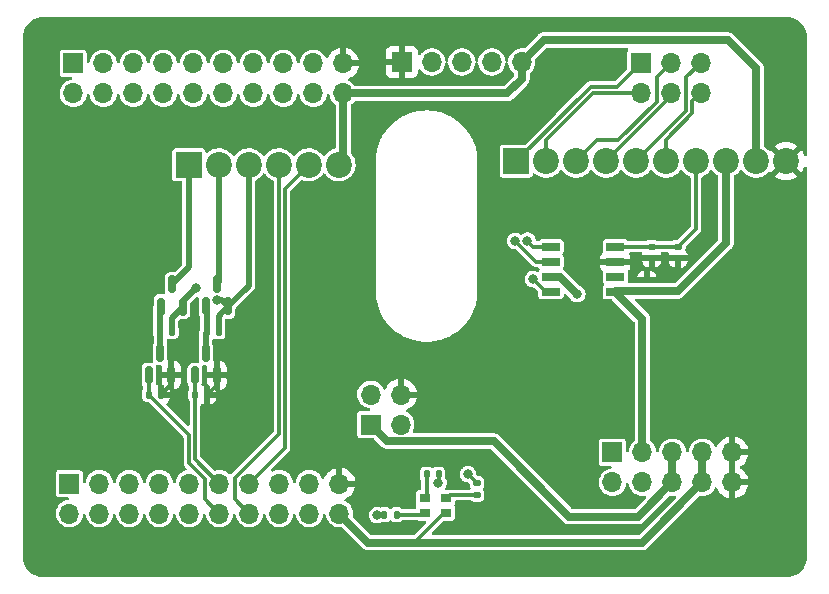
<source format=gbr>
%TF.GenerationSoftware,KiCad,Pcbnew,(6.0.11)*%
%TF.CreationDate,2023-04-23T10:13:21-07:00*%
%TF.ProjectId,Ocelothat,4f63656c-6f74-4686-9174-2e6b69636164,rev?*%
%TF.SameCoordinates,Original*%
%TF.FileFunction,Copper,L1,Top*%
%TF.FilePolarity,Positive*%
%FSLAX46Y46*%
G04 Gerber Fmt 4.6, Leading zero omitted, Abs format (unit mm)*
G04 Created by KiCad (PCBNEW (6.0.11)) date 2023-04-23 10:13:21*
%MOMM*%
%LPD*%
G01*
G04 APERTURE LIST*
G04 Aperture macros list*
%AMRoundRect*
0 Rectangle with rounded corners*
0 $1 Rounding radius*
0 $2 $3 $4 $5 $6 $7 $8 $9 X,Y pos of 4 corners*
0 Add a 4 corners polygon primitive as box body*
4,1,4,$2,$3,$4,$5,$6,$7,$8,$9,$2,$3,0*
0 Add four circle primitives for the rounded corners*
1,1,$1+$1,$2,$3*
1,1,$1+$1,$4,$5*
1,1,$1+$1,$6,$7*
1,1,$1+$1,$8,$9*
0 Add four rect primitives between the rounded corners*
20,1,$1+$1,$2,$3,$4,$5,0*
20,1,$1+$1,$4,$5,$6,$7,0*
20,1,$1+$1,$6,$7,$8,$9,0*
20,1,$1+$1,$8,$9,$2,$3,0*%
G04 Aperture macros list end*
%TA.AperFunction,SMDPad,CuDef*%
%ADD10R,0.900000X0.800000*%
%TD*%
%TA.AperFunction,SMDPad,CuDef*%
%ADD11RoundRect,0.150000X0.150000X-0.587500X0.150000X0.587500X-0.150000X0.587500X-0.150000X-0.587500X0*%
%TD*%
%TA.AperFunction,SMDPad,CuDef*%
%ADD12RoundRect,0.135000X0.135000X0.185000X-0.135000X0.185000X-0.135000X-0.185000X0.135000X-0.185000X0*%
%TD*%
%TA.AperFunction,SMDPad,CuDef*%
%ADD13R,1.550000X0.650000*%
%TD*%
%TA.AperFunction,SMDPad,CuDef*%
%ADD14RoundRect,0.147500X-0.172500X0.147500X-0.172500X-0.147500X0.172500X-0.147500X0.172500X0.147500X0*%
%TD*%
%TA.AperFunction,SMDPad,CuDef*%
%ADD15RoundRect,0.135000X0.185000X-0.135000X0.185000X0.135000X-0.185000X0.135000X-0.185000X-0.135000X0*%
%TD*%
%TA.AperFunction,ComponentPad*%
%ADD16R,2.200000X2.200000*%
%TD*%
%TA.AperFunction,ComponentPad*%
%ADD17C,2.200000*%
%TD*%
%TA.AperFunction,SMDPad,CuDef*%
%ADD18RoundRect,0.140000X-0.170000X0.140000X-0.170000X-0.140000X0.170000X-0.140000X0.170000X0.140000X0*%
%TD*%
%TA.AperFunction,SMDPad,CuDef*%
%ADD19RoundRect,0.140000X0.170000X-0.140000X0.170000X0.140000X-0.170000X0.140000X-0.170000X-0.140000X0*%
%TD*%
%TA.AperFunction,SMDPad,CuDef*%
%ADD20RoundRect,0.135000X-0.135000X-0.185000X0.135000X-0.185000X0.135000X0.185000X-0.135000X0.185000X0*%
%TD*%
%TA.AperFunction,ComponentPad*%
%ADD21R,1.700000X1.700000*%
%TD*%
%TA.AperFunction,ComponentPad*%
%ADD22O,1.700000X1.700000*%
%TD*%
%TA.AperFunction,ViaPad*%
%ADD23C,0.800000*%
%TD*%
%TA.AperFunction,Conductor*%
%ADD24C,0.500000*%
%TD*%
%TA.AperFunction,Conductor*%
%ADD25C,0.700000*%
%TD*%
%TA.AperFunction,Conductor*%
%ADD26C,0.300000*%
%TD*%
G04 APERTURE END LIST*
D10*
%TO.P,D1,1,A*%
%TO.N,+3.3V*%
X158440000Y-108290000D03*
%TO.P,D1,2,BK*%
%TO.N,Net-(D1-Pad2)*%
X158440000Y-107090000D03*
%TO.P,D1,3,GK*%
%TO.N,Net-(D1-Pad3)*%
X156640000Y-107090000D03*
%TO.P,D1,4,RK*%
%TO.N,Net-(D1-Pad4)*%
X156640000Y-108290000D03*
%TD*%
D11*
%TO.P,Q2,1,G*%
%TO.N,Net-(Q1-Pad3)*%
X134265000Y-90852500D03*
%TO.P,Q2,2,S*%
%TO.N,+12V*%
X136165000Y-90852500D03*
%TO.P,Q2,3,D*%
%TO.N,CCSET_OUT*%
X135215000Y-88977500D03*
%TD*%
%TO.P,Q3,1,G*%
%TO.N,CCRES_INPUT*%
X137140000Y-96677500D03*
%TO.P,Q3,2,S*%
%TO.N,GND*%
X139040000Y-96677500D03*
%TO.P,Q3,3,D*%
%TO.N,Net-(Q3-Pad3)*%
X138090000Y-94802500D03*
%TD*%
D12*
%TO.P,R1,1*%
%TO.N,+12V*%
X135225000Y-92990000D03*
%TO.P,R1,2*%
%TO.N,Net-(Q1-Pad3)*%
X134205000Y-92990000D03*
%TD*%
D13*
%TO.P,U1,1,VBB*%
%TO.N,+12V*%
X172765000Y-89595000D03*
%TO.P,U1,2,NC*%
%TO.N,unconnected-(U1-Pad2)*%
X172765000Y-88325000D03*
%TO.P,U1,3,GND*%
%TO.N,GND*%
X172765000Y-87055000D03*
%TO.P,U1,4,ISO*%
%TO.N,KLINE*%
X172765000Y-85785000D03*
%TO.P,U1,5,TX*%
%TO.N,KLINE_TX*%
X167315000Y-85785000D03*
%TO.P,U1,6,RX*%
%TO.N,KLINE_RX*%
X167315000Y-87055000D03*
%TO.P,U1,7,VDD*%
%TO.N,+3.3V*%
X167315000Y-88325000D03*
%TO.P,U1,8,CEN*%
%TO.N,KLINE_EN*%
X167315000Y-89595000D03*
%TD*%
D14*
%TO.P,D2,1,K*%
%TO.N,KLINE*%
X178090000Y-85780000D03*
%TO.P,D2,2,A*%
%TO.N,GND*%
X178090000Y-86750000D03*
%TD*%
D12*
%TO.P,R5,1*%
%TO.N,Net-(D1-Pad4)*%
X154240000Y-108465000D03*
%TO.P,R5,2*%
%TO.N,Red LED*%
X153220000Y-108465000D03*
%TD*%
D15*
%TO.P,R7,1*%
%TO.N,Net-(D1-Pad2)*%
X161040000Y-106800000D03*
%TO.P,R7,2*%
%TO.N,Blue LED*%
X161040000Y-105780000D03*
%TD*%
D16*
%TO.P,J3,1,Pin_1*%
%TO.N,CCSET_OUT*%
X136665000Y-78840000D03*
D17*
%TO.P,J3,2,Pin_2*%
%TO.N,CCRES_OUT*%
X139205000Y-78840000D03*
%TO.P,J3,3,Pin_3*%
%TO.N,+12V*%
X141745000Y-78840000D03*
%TO.P,J3,4,Pin_4*%
%TO.N,CCSET_SW*%
X144285000Y-78840000D03*
%TO.P,J3,5,Pin_5*%
%TO.N,CCRES_SW*%
X146825000Y-78840000D03*
%TO.P,J3,6,Pin_6*%
%TO.N,+3.3V*%
X149365000Y-78840000D03*
%TD*%
D11*
%TO.P,Q4,1,G*%
%TO.N,Net-(Q3-Pad3)*%
X138090000Y-90827500D03*
%TO.P,Q4,2,S*%
%TO.N,+12V*%
X139990000Y-90827500D03*
%TO.P,Q4,3,D*%
%TO.N,CCRES_OUT*%
X139040000Y-88952500D03*
%TD*%
D18*
%TO.P,C2,1*%
%TO.N,KLINE*%
X175840000Y-85785000D03*
%TO.P,C2,2*%
%TO.N,GND*%
X175840000Y-86745000D03*
%TD*%
D19*
%TO.P,C1,1*%
%TO.N,+12V*%
X175424928Y-89520000D03*
%TO.P,C1,2*%
%TO.N,GND*%
X175424928Y-88560000D03*
%TD*%
D20*
%TO.P,R2,1*%
%TO.N,CCSET_INPUT*%
X133255000Y-98315000D03*
%TO.P,R2,2*%
%TO.N,GND*%
X134275000Y-98315000D03*
%TD*%
D16*
%TO.P,J8,1,Pin_1*%
%TO.N,CAN L1*%
X164360000Y-78540000D03*
D17*
%TO.P,J8,2,Pin_2*%
%TO.N,CAN H1*%
X166900000Y-78540000D03*
%TO.P,J8,3,Pin_3*%
%TO.N,CAN L2*%
X169440000Y-78540000D03*
%TO.P,J8,4,Pin_4*%
%TO.N,CAN H2*%
X171980000Y-78540000D03*
%TO.P,J8,5,Pin_5*%
%TO.N,CAN L3*%
X174520000Y-78540000D03*
%TO.P,J8,6,Pin_6*%
%TO.N,CAN H3*%
X177060000Y-78540000D03*
%TO.P,J8,7,Pin_7*%
%TO.N,KLINE*%
X179600000Y-78540000D03*
%TO.P,J8,8,Pin_8*%
%TO.N,+12V*%
X182140000Y-78540000D03*
%TO.P,J8,9,Pin_9*%
%TO.N,+3.3V*%
X184680000Y-78540000D03*
%TO.P,J8,10,Pin_10*%
%TO.N,GND*%
X187220000Y-78540000D03*
%TD*%
D20*
%TO.P,R4,1*%
%TO.N,CCRES_INPUT*%
X137180000Y-98340000D03*
%TO.P,R4,2*%
%TO.N,GND*%
X138200000Y-98340000D03*
%TD*%
D11*
%TO.P,Q1,1,G*%
%TO.N,CCSET_INPUT*%
X133265000Y-96652500D03*
%TO.P,Q1,2,S*%
%TO.N,GND*%
X135165000Y-96652500D03*
%TO.P,Q1,3,D*%
%TO.N,Net-(Q1-Pad3)*%
X134215000Y-94777500D03*
%TD*%
D12*
%TO.P,R3,1*%
%TO.N,+12V*%
X139175000Y-93015000D03*
%TO.P,R3,2*%
%TO.N,Net-(Q3-Pad3)*%
X138155000Y-93015000D03*
%TD*%
D20*
%TO.P,R6,1*%
%TO.N,Net-(D1-Pad3)*%
X156780000Y-105040000D03*
%TO.P,R6,2*%
%TO.N,Green LED*%
X157800000Y-105040000D03*
%TD*%
D21*
%TO.P,J6,1,Pin_1*%
%TO.N,GND*%
X154690000Y-70140000D03*
D22*
%TO.P,J6,2,Pin_2*%
%TO.N,unconnected-(J6-Pad2)*%
X157230000Y-70140000D03*
%TO.P,J6,3,Pin_3*%
%TO.N,unconnected-(J6-Pad3)*%
X159770000Y-70140000D03*
%TO.P,J6,4,Pin_4*%
%TO.N,unconnected-(J6-Pad4)*%
X162310000Y-70140000D03*
%TO.P,J6,5,Pin_5*%
%TO.N,+3.3V*%
X164850000Y-70140000D03*
%TD*%
D21*
%TO.P,J5,1,Pin_1*%
%TO.N,unconnected-(J5-Pad1)*%
X126865000Y-70265000D03*
D22*
%TO.P,J5,2,Pin_2*%
%TO.N,KLINE_TX*%
X126865000Y-72805000D03*
%TO.P,J5,3,Pin_3*%
%TO.N,unconnected-(J5-Pad3)*%
X129405000Y-70265000D03*
%TO.P,J5,4,Pin_4*%
%TO.N,KLINE_EN*%
X129405000Y-72805000D03*
%TO.P,J5,5,Pin_5*%
%TO.N,unconnected-(J5-Pad5)*%
X131945000Y-70265000D03*
%TO.P,J5,6,Pin_6*%
%TO.N,KLINE_RX*%
X131945000Y-72805000D03*
%TO.P,J5,7,Pin_7*%
%TO.N,unconnected-(J5-Pad7)*%
X134485000Y-70265000D03*
%TO.P,J5,8,Pin_8*%
%TO.N,unconnected-(J5-Pad8)*%
X134485000Y-72805000D03*
%TO.P,J5,9,Pin_9*%
%TO.N,unconnected-(J5-Pad9)*%
X137025000Y-70265000D03*
%TO.P,J5,10,Pin_10*%
%TO.N,unconnected-(J5-Pad10)*%
X137025000Y-72805000D03*
%TO.P,J5,11,Pin_11*%
%TO.N,unconnected-(J5-Pad11)*%
X139565000Y-70265000D03*
%TO.P,J5,12,Pin_12*%
%TO.N,unconnected-(J5-Pad12)*%
X139565000Y-72805000D03*
%TO.P,J5,13,Pin_13*%
%TO.N,unconnected-(J5-Pad13)*%
X142105000Y-70265000D03*
%TO.P,J5,14,Pin_14*%
%TO.N,unconnected-(J5-Pad14)*%
X142105000Y-72805000D03*
%TO.P,J5,15,Pin_15*%
%TO.N,unconnected-(J5-Pad15)*%
X144645000Y-70265000D03*
%TO.P,J5,16,Pin_16*%
%TO.N,unconnected-(J5-Pad16)*%
X144645000Y-72805000D03*
%TO.P,J5,17,Pin_17*%
%TO.N,unconnected-(J5-Pad17)*%
X147185000Y-70265000D03*
%TO.P,J5,18,Pin_18*%
%TO.N,unconnected-(J5-Pad18)*%
X147185000Y-72805000D03*
%TO.P,J5,19,Pin_19*%
%TO.N,GND*%
X149725000Y-70265000D03*
%TO.P,J5,20,Pin_20*%
%TO.N,+3.3V*%
X149725000Y-72805000D03*
%TD*%
D21*
%TO.P,J2,1,Pin_1*%
%TO.N,unconnected-(J2-Pad1)*%
X172515000Y-103190000D03*
D22*
%TO.P,J2,2,Pin_2*%
%TO.N,unconnected-(J2-Pad2)*%
X172515000Y-105730000D03*
%TO.P,J2,3,Pin_3*%
%TO.N,+12V*%
X175055000Y-103190000D03*
%TO.P,J2,4,Pin_4*%
X175055000Y-105730000D03*
%TO.P,J2,5,Pin_5*%
%TO.N,+5V*%
X177595000Y-103190000D03*
%TO.P,J2,6,Pin_6*%
X177595000Y-105730000D03*
%TO.P,J2,7,Pin_7*%
%TO.N,+3.3V*%
X180135000Y-103190000D03*
%TO.P,J2,8,Pin_8*%
X180135000Y-105730000D03*
%TO.P,J2,9,Pin_9*%
%TO.N,GND*%
X182675000Y-103190000D03*
%TO.P,J2,10,Pin_10*%
X182675000Y-105730000D03*
%TD*%
D21*
%TO.P,J1,1,Pin_1*%
%TO.N,unconnected-(J1-Pad1)*%
X126540000Y-105840000D03*
D22*
%TO.P,J1,2,Pin_2*%
%TO.N,unconnected-(J1-Pad2)*%
X126540000Y-108380000D03*
%TO.P,J1,3,Pin_3*%
%TO.N,unconnected-(J1-Pad3)*%
X129080000Y-105840000D03*
%TO.P,J1,4,Pin_4*%
%TO.N,unconnected-(J1-Pad4)*%
X129080000Y-108380000D03*
%TO.P,J1,5,Pin_5*%
%TO.N,Green LED*%
X131620000Y-105840000D03*
%TO.P,J1,6,Pin_6*%
%TO.N,Red LED*%
X131620000Y-108380000D03*
%TO.P,J1,7,Pin_7*%
%TO.N,Blue LED*%
X134160000Y-105840000D03*
%TO.P,J1,8,Pin_8*%
%TO.N,unconnected-(J1-Pad8)*%
X134160000Y-108380000D03*
%TO.P,J1,9,Pin_9*%
%TO.N,unconnected-(J1-Pad9)*%
X136700000Y-105840000D03*
%TO.P,J1,10,Pin_10*%
%TO.N,unconnected-(J1-Pad10)*%
X136700000Y-108380000D03*
%TO.P,J1,11,Pin_11*%
%TO.N,CCRES_INPUT*%
X139240000Y-105840000D03*
%TO.P,J1,12,Pin_12*%
%TO.N,CCSET_INPUT*%
X139240000Y-108380000D03*
%TO.P,J1,13,Pin_13*%
%TO.N,CCRES_SW*%
X141780000Y-105840000D03*
%TO.P,J1,14,Pin_14*%
%TO.N,CCSET_SW*%
X141780000Y-108380000D03*
%TO.P,J1,15,Pin_15*%
%TO.N,unconnected-(J1-Pad15)*%
X144320000Y-105840000D03*
%TO.P,J1,16,Pin_16*%
%TO.N,unconnected-(J1-Pad16)*%
X144320000Y-108380000D03*
%TO.P,J1,17,Pin_17*%
%TO.N,unconnected-(J1-Pad17)*%
X146860000Y-105840000D03*
%TO.P,J1,18,Pin_18*%
%TO.N,unconnected-(J1-Pad18)*%
X146860000Y-108380000D03*
%TO.P,J1,19,Pin_19*%
%TO.N,GND*%
X149400000Y-105840000D03*
%TO.P,J1,20,Pin_20*%
%TO.N,+3.3V*%
X149400000Y-108380000D03*
%TD*%
D21*
%TO.P,J4,1,Pin_1*%
%TO.N,+5V*%
X152065000Y-100840000D03*
D22*
%TO.P,J4,2,Pin_2*%
%TO.N,unconnected-(J4-Pad2)*%
X154605000Y-100840000D03*
%TO.P,J4,3,Pin_3*%
%TO.N,unconnected-(J4-Pad3)*%
X152065000Y-98300000D03*
%TO.P,J4,4,Pin_4*%
%TO.N,GND*%
X154605000Y-98300000D03*
%TD*%
D21*
%TO.P,J7,1,Pin_1*%
%TO.N,CAN L1*%
X174915000Y-70190000D03*
D22*
%TO.P,J7,2,Pin_2*%
%TO.N,CAN H1*%
X174915000Y-72730000D03*
%TO.P,J7,3,Pin_3*%
%TO.N,CAN L2*%
X177455000Y-70190000D03*
%TO.P,J7,4,Pin_4*%
%TO.N,CAN H2*%
X177455000Y-72730000D03*
%TO.P,J7,5,Pin_5*%
%TO.N,CAN L3*%
X179995000Y-70190000D03*
%TO.P,J7,6,Pin_6*%
%TO.N,CAN H3*%
X179995000Y-72730000D03*
%TD*%
D23*
%TO.N,+12V*%
X137290000Y-89290000D03*
X139040000Y-90290000D03*
%TO.N,GND*%
X142540000Y-92790000D03*
X142540000Y-94290000D03*
X135790000Y-98540000D03*
%TO.N,+3.3V*%
X169540000Y-89790000D03*
%TO.N,Red LED*%
X152615000Y-108515000D03*
%TO.N,Green LED*%
X157790000Y-105790000D03*
%TO.N,Blue LED*%
X160290000Y-105040000D03*
%TO.N,KLINE_TX*%
X165319977Y-85260023D03*
%TO.N,KLINE_EN*%
X165800000Y-88530000D03*
%TO.N,KLINE_RX*%
X164290000Y-85290000D03*
%TD*%
D24*
%TO.N,+12V*%
X139040000Y-90290000D02*
X139452500Y-90290000D01*
X141745000Y-89072500D02*
X139990000Y-90827500D01*
X135225000Y-91792500D02*
X136165000Y-90852500D01*
D25*
X175444928Y-89540000D02*
X175424928Y-89520000D01*
X175055000Y-91885000D02*
X172765000Y-89595000D01*
X182140000Y-85440000D02*
X178040000Y-89540000D01*
X182140000Y-78540000D02*
X182140000Y-85440000D01*
D24*
X139175000Y-93015000D02*
X139175000Y-91642500D01*
D25*
X172840000Y-89520000D02*
X172765000Y-89595000D01*
D24*
X135225000Y-92990000D02*
X135225000Y-91792500D01*
X141745000Y-78840000D02*
X141745000Y-89072500D01*
D25*
X175055000Y-103190000D02*
X175055000Y-91885000D01*
D24*
X139175000Y-91642500D02*
X139990000Y-90827500D01*
D25*
X178040000Y-89540000D02*
X175444928Y-89540000D01*
D24*
X136165000Y-90415000D02*
X137290000Y-89290000D01*
D25*
X175424928Y-89520000D02*
X172840000Y-89520000D01*
D24*
X136165000Y-90852500D02*
X136165000Y-90415000D01*
X139452500Y-90290000D02*
X139990000Y-90827500D01*
D26*
%TO.N,GND*%
X139040000Y-97500000D02*
X138200000Y-98340000D01*
X135165000Y-97425000D02*
X134275000Y-98315000D01*
X139040000Y-96677500D02*
X139040000Y-97500000D01*
X135165000Y-96652500D02*
X135165000Y-97425000D01*
%TO.N,KLINE*%
X179600000Y-84270000D02*
X179600000Y-78540000D01*
X178085000Y-85785000D02*
X178090000Y-85780000D01*
X178090000Y-85780000D02*
X179600000Y-84270000D01*
X172765000Y-85785000D02*
X175840000Y-85785000D01*
X175840000Y-85785000D02*
X178085000Y-85785000D01*
D25*
%TO.N,+3.3V*%
X168075000Y-88325000D02*
X167315000Y-88325000D01*
X166700000Y-68290000D02*
X164850000Y-70140000D01*
X184680000Y-70680000D02*
X182290000Y-68290000D01*
X164850000Y-71580000D02*
X164850000Y-70140000D01*
X149725000Y-78480000D02*
X149365000Y-78840000D01*
X175025000Y-110840000D02*
X155740000Y-110840000D01*
X180135000Y-105730000D02*
X175025000Y-110840000D01*
X149725000Y-72805000D02*
X163625000Y-72805000D01*
X182290000Y-68290000D02*
X166700000Y-68290000D01*
X180135000Y-105730000D02*
X180135000Y-103190000D01*
D26*
X158290000Y-108290000D02*
X155740000Y-110840000D01*
D25*
X184680000Y-78540000D02*
X184680000Y-70680000D01*
D26*
X158440000Y-108290000D02*
X158290000Y-108290000D01*
D25*
X149725000Y-72805000D02*
X149725000Y-78480000D01*
X169540000Y-89790000D02*
X168075000Y-88325000D01*
X151860000Y-110840000D02*
X149400000Y-108380000D01*
X155740000Y-110840000D02*
X151860000Y-110840000D01*
X163625000Y-72805000D02*
X164850000Y-71580000D01*
D26*
%TO.N,Net-(D1-Pad2)*%
X158730000Y-106800000D02*
X158440000Y-107090000D01*
X161040000Y-106800000D02*
X158730000Y-106800000D01*
%TO.N,Net-(D1-Pad3)*%
X156780000Y-105040000D02*
X156780000Y-106950000D01*
X156780000Y-106950000D02*
X156640000Y-107090000D01*
%TO.N,Net-(D1-Pad4)*%
X156465000Y-108465000D02*
X156640000Y-108290000D01*
X154240000Y-108465000D02*
X156465000Y-108465000D01*
%TO.N,Red LED*%
X152665000Y-108465000D02*
X152615000Y-108515000D01*
X153220000Y-108465000D02*
X152665000Y-108465000D01*
%TO.N,Green LED*%
X157800000Y-105040000D02*
X157800000Y-105780000D01*
X157800000Y-105780000D02*
X157790000Y-105790000D01*
%TO.N,Blue LED*%
X161040000Y-105780000D02*
X161030000Y-105780000D01*
X161030000Y-105780000D02*
X160290000Y-105040000D01*
%TO.N,CCSET_INPUT*%
X136680000Y-101740000D02*
X136680000Y-104122943D01*
X138040000Y-105482943D02*
X138040000Y-107180000D01*
X133265000Y-96652500D02*
X133265000Y-98305000D01*
X133265000Y-98305000D02*
X133255000Y-98315000D01*
X136680000Y-104122943D02*
X138040000Y-105482943D01*
X138040000Y-107180000D02*
X139240000Y-108380000D01*
X133255000Y-98315000D02*
X136680000Y-101740000D01*
%TO.N,CCRES_INPUT*%
X137140000Y-96677500D02*
X137140000Y-98300000D01*
X137180000Y-103780000D02*
X139240000Y-105840000D01*
X137180000Y-98340000D02*
X137180000Y-103780000D01*
X137140000Y-98300000D02*
X137180000Y-98340000D01*
%TO.N,CCSET_SW*%
X140580000Y-105342943D02*
X140580000Y-107180000D01*
X144285000Y-78840000D02*
X144285000Y-101637943D01*
X140580000Y-107180000D02*
X141780000Y-108380000D01*
X144285000Y-101637943D02*
X140580000Y-105342943D01*
%TO.N,CCRES_SW*%
X144785000Y-80880000D02*
X144785000Y-102835000D01*
X146825000Y-78840000D02*
X144785000Y-80880000D01*
X144785000Y-102835000D02*
X141780000Y-105840000D01*
D25*
%TO.N,+5V*%
X168865000Y-108640000D02*
X162465000Y-102240000D01*
X153465000Y-102240000D02*
X152065000Y-100840000D01*
X177595000Y-105730000D02*
X177595000Y-103190000D01*
X177595000Y-105730000D02*
X174685000Y-108640000D01*
X174685000Y-108640000D02*
X168865000Y-108640000D01*
X162465000Y-102240000D02*
X153465000Y-102240000D01*
D24*
%TO.N,CCSET_OUT*%
X136665000Y-78840000D02*
X136665000Y-87527500D01*
X136665000Y-87527500D02*
X135215000Y-88977500D01*
%TO.N,CCRES_OUT*%
X139205000Y-88787500D02*
X139040000Y-88952500D01*
X139205000Y-78840000D02*
X139205000Y-88787500D01*
D26*
%TO.N,KLINE_TX*%
X165290000Y-85290000D02*
X165319977Y-85260023D01*
X167315000Y-85785000D02*
X165785000Y-85785000D01*
X165785000Y-85785000D02*
X165290000Y-85290000D01*
%TO.N,KLINE_EN*%
X166865000Y-89595000D02*
X167315000Y-89595000D01*
X165800000Y-88530000D02*
X166865000Y-89595000D01*
%TO.N,KLINE_RX*%
X167315000Y-87055000D02*
X166055000Y-87055000D01*
X166055000Y-87055000D02*
X164290000Y-85290000D01*
%TO.N,CAN H1*%
X170877106Y-72730000D02*
X166900000Y-76707106D01*
X166900000Y-76707106D02*
X166900000Y-78540000D01*
X174915000Y-72730000D02*
X170877106Y-72730000D01*
%TO.N,CAN L1*%
X170669999Y-72230000D02*
X164360000Y-78540000D01*
X172875000Y-72230000D02*
X170669999Y-72230000D01*
X174915000Y-70190000D02*
X172875000Y-72230000D01*
%TO.N,CAN H2*%
X177455000Y-72730000D02*
X177455000Y-73065000D01*
X177455000Y-73065000D02*
X171980000Y-78540000D01*
%TO.N,CAN L2*%
X177455000Y-70190000D02*
X176255000Y-71390000D01*
X173022894Y-76790000D02*
X171190000Y-76790000D01*
X171190000Y-76790000D02*
X169440000Y-78540000D01*
X176255000Y-73557894D02*
X173022894Y-76790000D01*
X176255000Y-71390000D02*
X176255000Y-73557894D01*
%TO.N,CAN H3*%
X179290000Y-73435000D02*
X179290000Y-74477106D01*
X179995000Y-72730000D02*
X179290000Y-73435000D01*
X177060000Y-76707106D02*
X177060000Y-78540000D01*
X179290000Y-74477106D02*
X177060000Y-76707106D01*
%TO.N,CAN L3*%
X178790000Y-71395000D02*
X178790000Y-74270000D01*
X178790000Y-74270000D02*
X174520000Y-78540000D01*
X179995000Y-70190000D02*
X178790000Y-71395000D01*
D24*
%TO.N,Net-(Q1-Pad3)*%
X134205000Y-92990000D02*
X134205000Y-90912500D01*
X134215000Y-93000000D02*
X134205000Y-92990000D01*
X134215000Y-94777500D02*
X134215000Y-93000000D01*
X134205000Y-90912500D02*
X134265000Y-90852500D01*
%TO.N,Net-(Q3-Pad3)*%
X138155000Y-90892500D02*
X138090000Y-90827500D01*
X138090000Y-94802500D02*
X138090000Y-93080000D01*
X138155000Y-93015000D02*
X138155000Y-90892500D01*
X138090000Y-93080000D02*
X138155000Y-93015000D01*
%TD*%
%TA.AperFunction,Conductor*%
%TO.N,GND*%
G36*
X187274563Y-66342414D02*
G01*
X187279145Y-66343222D01*
X187290000Y-66345136D01*
X187300855Y-66343222D01*
X187311878Y-66343222D01*
X187311878Y-66343587D01*
X187324236Y-66342949D01*
X187420210Y-66349813D01*
X187522881Y-66357156D01*
X187540669Y-66359713D01*
X187708867Y-66396303D01*
X187759996Y-66407426D01*
X187777245Y-66412490D01*
X187987560Y-66490933D01*
X188003906Y-66498398D01*
X188200913Y-66605973D01*
X188216033Y-66615690D01*
X188395725Y-66750206D01*
X188409311Y-66761979D01*
X188568021Y-66920689D01*
X188579794Y-66934275D01*
X188714310Y-67113967D01*
X188724029Y-67129090D01*
X188831600Y-67326090D01*
X188839069Y-67342444D01*
X188917510Y-67552756D01*
X188922574Y-67570004D01*
X188964385Y-67762199D01*
X188970286Y-67789327D01*
X188972845Y-67807123D01*
X188987051Y-68005764D01*
X188986413Y-68018122D01*
X188986778Y-68018122D01*
X188986778Y-68029145D01*
X188984864Y-68040000D01*
X188986778Y-68050855D01*
X188987586Y-68055437D01*
X188989500Y-68077317D01*
X188989500Y-77976599D01*
X188969498Y-78044720D01*
X188915842Y-78091213D01*
X188845568Y-78101317D01*
X188780988Y-78071823D01*
X188747091Y-78024817D01*
X188659064Y-77812300D01*
X188654583Y-77803506D01*
X188535287Y-77608833D01*
X188524830Y-77599373D01*
X188516054Y-77603156D01*
X187592022Y-78527188D01*
X187584408Y-78541132D01*
X187584539Y-78542965D01*
X187588790Y-78549580D01*
X188513010Y-79473800D01*
X188525390Y-79480560D01*
X188533040Y-79474833D01*
X188654583Y-79276494D01*
X188659064Y-79267700D01*
X188747091Y-79055183D01*
X188791639Y-78999902D01*
X188859003Y-78977481D01*
X188927794Y-78995039D01*
X188976172Y-79047001D01*
X188989500Y-79103401D01*
X188989500Y-112002683D01*
X188987586Y-112024563D01*
X188984864Y-112040000D01*
X188986778Y-112050855D01*
X188986778Y-112061878D01*
X188986413Y-112061878D01*
X188987051Y-112074236D01*
X188972845Y-112272877D01*
X188970287Y-112290669D01*
X188933697Y-112458867D01*
X188922574Y-112509996D01*
X188917510Y-112527244D01*
X188839069Y-112737556D01*
X188831600Y-112753910D01*
X188724029Y-112950910D01*
X188714310Y-112966033D01*
X188579794Y-113145725D01*
X188568021Y-113159311D01*
X188409311Y-113318021D01*
X188395725Y-113329794D01*
X188216033Y-113464310D01*
X188200913Y-113474027D01*
X188003906Y-113581602D01*
X187987560Y-113589067D01*
X187817627Y-113652448D01*
X187777244Y-113667510D01*
X187759995Y-113672574D01*
X187540669Y-113720287D01*
X187522881Y-113722844D01*
X187420210Y-113730187D01*
X187324236Y-113737051D01*
X187311878Y-113736413D01*
X187311878Y-113736778D01*
X187300855Y-113736778D01*
X187290000Y-113734864D01*
X187279145Y-113736778D01*
X187274563Y-113737586D01*
X187252683Y-113739500D01*
X124327317Y-113739500D01*
X124305437Y-113737586D01*
X124300855Y-113736778D01*
X124290000Y-113734864D01*
X124279145Y-113736778D01*
X124268122Y-113736778D01*
X124268122Y-113736413D01*
X124255764Y-113737051D01*
X124159790Y-113730187D01*
X124057119Y-113722844D01*
X124039331Y-113720287D01*
X123820005Y-113672574D01*
X123802756Y-113667510D01*
X123762373Y-113652448D01*
X123592440Y-113589067D01*
X123576094Y-113581602D01*
X123379087Y-113474027D01*
X123363967Y-113464310D01*
X123184275Y-113329794D01*
X123170689Y-113318021D01*
X123011979Y-113159311D01*
X123000206Y-113145725D01*
X122865690Y-112966033D01*
X122855971Y-112950910D01*
X122748400Y-112753910D01*
X122740931Y-112737556D01*
X122662490Y-112527244D01*
X122657426Y-112509996D01*
X122646303Y-112458867D01*
X122609713Y-112290669D01*
X122607155Y-112272877D01*
X122592949Y-112074236D01*
X122593587Y-112061878D01*
X122593222Y-112061878D01*
X122593222Y-112050855D01*
X122595136Y-112040000D01*
X122592414Y-112024563D01*
X122590500Y-112002683D01*
X122590500Y-108349754D01*
X125384967Y-108349754D01*
X125398796Y-108560749D01*
X125400217Y-108566345D01*
X125400218Y-108566350D01*
X125429912Y-108683266D01*
X125450845Y-108765690D01*
X125453262Y-108770933D01*
X125487169Y-108844483D01*
X125539369Y-108957714D01*
X125661405Y-109130391D01*
X125684075Y-109152475D01*
X125806927Y-109272152D01*
X125812865Y-109277937D01*
X125817661Y-109281142D01*
X125817664Y-109281144D01*
X125960936Y-109376875D01*
X125988677Y-109395411D01*
X125993985Y-109397692D01*
X125993986Y-109397692D01*
X126177650Y-109476600D01*
X126177653Y-109476601D01*
X126182953Y-109478878D01*
X126188582Y-109480152D01*
X126188583Y-109480152D01*
X126383550Y-109524269D01*
X126383553Y-109524269D01*
X126389186Y-109525544D01*
X126394957Y-109525771D01*
X126394959Y-109525771D01*
X126456989Y-109528208D01*
X126600470Y-109533846D01*
X126606179Y-109533018D01*
X126606183Y-109533018D01*
X126804015Y-109504333D01*
X126804019Y-109504332D01*
X126809730Y-109503504D01*
X126888987Y-109476600D01*
X127004483Y-109437395D01*
X127004488Y-109437393D01*
X127009955Y-109435537D01*
X127014998Y-109432713D01*
X127189395Y-109335046D01*
X127189399Y-109335043D01*
X127194442Y-109332219D01*
X127357012Y-109197012D01*
X127492219Y-109034442D01*
X127495043Y-109029399D01*
X127495046Y-109029395D01*
X127592713Y-108854998D01*
X127592714Y-108854996D01*
X127595537Y-108849955D01*
X127597393Y-108844488D01*
X127597395Y-108844483D01*
X127661647Y-108655200D01*
X127663504Y-108649730D01*
X127664333Y-108644015D01*
X127685090Y-108500860D01*
X127714660Y-108436315D01*
X127774432Y-108398003D01*
X127845429Y-108398087D01*
X127905109Y-108436542D01*
X127934525Y-108501158D01*
X127935515Y-108510695D01*
X127938796Y-108560749D01*
X127940217Y-108566345D01*
X127940218Y-108566350D01*
X127969912Y-108683266D01*
X127990845Y-108765690D01*
X127993262Y-108770933D01*
X128027169Y-108844483D01*
X128079369Y-108957714D01*
X128201405Y-109130391D01*
X128224075Y-109152475D01*
X128346927Y-109272152D01*
X128352865Y-109277937D01*
X128357661Y-109281142D01*
X128357664Y-109281144D01*
X128500936Y-109376875D01*
X128528677Y-109395411D01*
X128533985Y-109397692D01*
X128533986Y-109397692D01*
X128717650Y-109476600D01*
X128717653Y-109476601D01*
X128722953Y-109478878D01*
X128728582Y-109480152D01*
X128728583Y-109480152D01*
X128923550Y-109524269D01*
X128923553Y-109524269D01*
X128929186Y-109525544D01*
X128934957Y-109525771D01*
X128934959Y-109525771D01*
X128996989Y-109528208D01*
X129140470Y-109533846D01*
X129146179Y-109533018D01*
X129146183Y-109533018D01*
X129344015Y-109504333D01*
X129344019Y-109504332D01*
X129349730Y-109503504D01*
X129428987Y-109476600D01*
X129544483Y-109437395D01*
X129544488Y-109437393D01*
X129549955Y-109435537D01*
X129554998Y-109432713D01*
X129729395Y-109335046D01*
X129729399Y-109335043D01*
X129734442Y-109332219D01*
X129897012Y-109197012D01*
X130032219Y-109034442D01*
X130035043Y-109029399D01*
X130035046Y-109029395D01*
X130132713Y-108854998D01*
X130132714Y-108854996D01*
X130135537Y-108849955D01*
X130137393Y-108844488D01*
X130137395Y-108844483D01*
X130201647Y-108655200D01*
X130203504Y-108649730D01*
X130204333Y-108644015D01*
X130225090Y-108500860D01*
X130254660Y-108436315D01*
X130314432Y-108398003D01*
X130385429Y-108398087D01*
X130445109Y-108436542D01*
X130474525Y-108501158D01*
X130475515Y-108510695D01*
X130478796Y-108560749D01*
X130480217Y-108566345D01*
X130480218Y-108566350D01*
X130509912Y-108683266D01*
X130530845Y-108765690D01*
X130533262Y-108770933D01*
X130567169Y-108844483D01*
X130619369Y-108957714D01*
X130741405Y-109130391D01*
X130764075Y-109152475D01*
X130886927Y-109272152D01*
X130892865Y-109277937D01*
X130897661Y-109281142D01*
X130897664Y-109281144D01*
X131040936Y-109376875D01*
X131068677Y-109395411D01*
X131073985Y-109397692D01*
X131073986Y-109397692D01*
X131257650Y-109476600D01*
X131257653Y-109476601D01*
X131262953Y-109478878D01*
X131268582Y-109480152D01*
X131268583Y-109480152D01*
X131463550Y-109524269D01*
X131463553Y-109524269D01*
X131469186Y-109525544D01*
X131474957Y-109525771D01*
X131474959Y-109525771D01*
X131536989Y-109528208D01*
X131680470Y-109533846D01*
X131686179Y-109533018D01*
X131686183Y-109533018D01*
X131884015Y-109504333D01*
X131884019Y-109504332D01*
X131889730Y-109503504D01*
X131968987Y-109476600D01*
X132084483Y-109437395D01*
X132084488Y-109437393D01*
X132089955Y-109435537D01*
X132094998Y-109432713D01*
X132269395Y-109335046D01*
X132269399Y-109335043D01*
X132274442Y-109332219D01*
X132437012Y-109197012D01*
X132572219Y-109034442D01*
X132575043Y-109029399D01*
X132575046Y-109029395D01*
X132672713Y-108854998D01*
X132672714Y-108854996D01*
X132675537Y-108849955D01*
X132677393Y-108844488D01*
X132677395Y-108844483D01*
X132741647Y-108655200D01*
X132743504Y-108649730D01*
X132744333Y-108644015D01*
X132765090Y-108500860D01*
X132794660Y-108436315D01*
X132854432Y-108398003D01*
X132925429Y-108398087D01*
X132985109Y-108436542D01*
X133014525Y-108501158D01*
X133015515Y-108510695D01*
X133018796Y-108560749D01*
X133020217Y-108566345D01*
X133020218Y-108566350D01*
X133049912Y-108683266D01*
X133070845Y-108765690D01*
X133073262Y-108770933D01*
X133107169Y-108844483D01*
X133159369Y-108957714D01*
X133281405Y-109130391D01*
X133304075Y-109152475D01*
X133426927Y-109272152D01*
X133432865Y-109277937D01*
X133437661Y-109281142D01*
X133437664Y-109281144D01*
X133580936Y-109376875D01*
X133608677Y-109395411D01*
X133613985Y-109397692D01*
X133613986Y-109397692D01*
X133797650Y-109476600D01*
X133797653Y-109476601D01*
X133802953Y-109478878D01*
X133808582Y-109480152D01*
X133808583Y-109480152D01*
X134003550Y-109524269D01*
X134003553Y-109524269D01*
X134009186Y-109525544D01*
X134014957Y-109525771D01*
X134014959Y-109525771D01*
X134076989Y-109528208D01*
X134220470Y-109533846D01*
X134226179Y-109533018D01*
X134226183Y-109533018D01*
X134424015Y-109504333D01*
X134424019Y-109504332D01*
X134429730Y-109503504D01*
X134508987Y-109476600D01*
X134624483Y-109437395D01*
X134624488Y-109437393D01*
X134629955Y-109435537D01*
X134634998Y-109432713D01*
X134809395Y-109335046D01*
X134809399Y-109335043D01*
X134814442Y-109332219D01*
X134977012Y-109197012D01*
X135112219Y-109034442D01*
X135115043Y-109029399D01*
X135115046Y-109029395D01*
X135212713Y-108854998D01*
X135212714Y-108854996D01*
X135215537Y-108849955D01*
X135217393Y-108844488D01*
X135217395Y-108844483D01*
X135281647Y-108655200D01*
X135283504Y-108649730D01*
X135284333Y-108644015D01*
X135305090Y-108500860D01*
X135334660Y-108436315D01*
X135394432Y-108398003D01*
X135465429Y-108398087D01*
X135525109Y-108436542D01*
X135554525Y-108501158D01*
X135555515Y-108510695D01*
X135558796Y-108560749D01*
X135560217Y-108566345D01*
X135560218Y-108566350D01*
X135589912Y-108683266D01*
X135610845Y-108765690D01*
X135613262Y-108770933D01*
X135647169Y-108844483D01*
X135699369Y-108957714D01*
X135821405Y-109130391D01*
X135844075Y-109152475D01*
X135966927Y-109272152D01*
X135972865Y-109277937D01*
X135977661Y-109281142D01*
X135977664Y-109281144D01*
X136120936Y-109376875D01*
X136148677Y-109395411D01*
X136153985Y-109397692D01*
X136153986Y-109397692D01*
X136337650Y-109476600D01*
X136337653Y-109476601D01*
X136342953Y-109478878D01*
X136348582Y-109480152D01*
X136348583Y-109480152D01*
X136543550Y-109524269D01*
X136543553Y-109524269D01*
X136549186Y-109525544D01*
X136554957Y-109525771D01*
X136554959Y-109525771D01*
X136616989Y-109528208D01*
X136760470Y-109533846D01*
X136766179Y-109533018D01*
X136766183Y-109533018D01*
X136964015Y-109504333D01*
X136964019Y-109504332D01*
X136969730Y-109503504D01*
X137048987Y-109476600D01*
X137164483Y-109437395D01*
X137164488Y-109437393D01*
X137169955Y-109435537D01*
X137174998Y-109432713D01*
X137349395Y-109335046D01*
X137349399Y-109335043D01*
X137354442Y-109332219D01*
X137517012Y-109197012D01*
X137652219Y-109034442D01*
X137655043Y-109029399D01*
X137655046Y-109029395D01*
X137752713Y-108854998D01*
X137752714Y-108854996D01*
X137755537Y-108849955D01*
X137757393Y-108844488D01*
X137757395Y-108844483D01*
X137821647Y-108655200D01*
X137823504Y-108649730D01*
X137824333Y-108644015D01*
X137845090Y-108500860D01*
X137874660Y-108436315D01*
X137934432Y-108398003D01*
X138005429Y-108398087D01*
X138065109Y-108436542D01*
X138094525Y-108501158D01*
X138095515Y-108510695D01*
X138098796Y-108560749D01*
X138100217Y-108566345D01*
X138100218Y-108566350D01*
X138129912Y-108683266D01*
X138150845Y-108765690D01*
X138153262Y-108770933D01*
X138187169Y-108844483D01*
X138239369Y-108957714D01*
X138361405Y-109130391D01*
X138384075Y-109152475D01*
X138506927Y-109272152D01*
X138512865Y-109277937D01*
X138517661Y-109281142D01*
X138517664Y-109281144D01*
X138660936Y-109376875D01*
X138688677Y-109395411D01*
X138693985Y-109397692D01*
X138693986Y-109397692D01*
X138877650Y-109476600D01*
X138877653Y-109476601D01*
X138882953Y-109478878D01*
X138888582Y-109480152D01*
X138888583Y-109480152D01*
X139083550Y-109524269D01*
X139083553Y-109524269D01*
X139089186Y-109525544D01*
X139094957Y-109525771D01*
X139094959Y-109525771D01*
X139156989Y-109528208D01*
X139300470Y-109533846D01*
X139306179Y-109533018D01*
X139306183Y-109533018D01*
X139504015Y-109504333D01*
X139504019Y-109504332D01*
X139509730Y-109503504D01*
X139588987Y-109476600D01*
X139704483Y-109437395D01*
X139704488Y-109437393D01*
X139709955Y-109435537D01*
X139714998Y-109432713D01*
X139889395Y-109335046D01*
X139889399Y-109335043D01*
X139894442Y-109332219D01*
X140057012Y-109197012D01*
X140192219Y-109034442D01*
X140195043Y-109029399D01*
X140195046Y-109029395D01*
X140292713Y-108854998D01*
X140292714Y-108854996D01*
X140295537Y-108849955D01*
X140297393Y-108844488D01*
X140297395Y-108844483D01*
X140361647Y-108655200D01*
X140363504Y-108649730D01*
X140364333Y-108644015D01*
X140385090Y-108500860D01*
X140414660Y-108436315D01*
X140474432Y-108398003D01*
X140545429Y-108398087D01*
X140605109Y-108436542D01*
X140634525Y-108501158D01*
X140635515Y-108510695D01*
X140638796Y-108560749D01*
X140640217Y-108566345D01*
X140640218Y-108566350D01*
X140669912Y-108683266D01*
X140690845Y-108765690D01*
X140693262Y-108770933D01*
X140727169Y-108844483D01*
X140779369Y-108957714D01*
X140901405Y-109130391D01*
X140924075Y-109152475D01*
X141046927Y-109272152D01*
X141052865Y-109277937D01*
X141057661Y-109281142D01*
X141057664Y-109281144D01*
X141200936Y-109376875D01*
X141228677Y-109395411D01*
X141233985Y-109397692D01*
X141233986Y-109397692D01*
X141417650Y-109476600D01*
X141417653Y-109476601D01*
X141422953Y-109478878D01*
X141428582Y-109480152D01*
X141428583Y-109480152D01*
X141623550Y-109524269D01*
X141623553Y-109524269D01*
X141629186Y-109525544D01*
X141634957Y-109525771D01*
X141634959Y-109525771D01*
X141696989Y-109528208D01*
X141840470Y-109533846D01*
X141846179Y-109533018D01*
X141846183Y-109533018D01*
X142044015Y-109504333D01*
X142044019Y-109504332D01*
X142049730Y-109503504D01*
X142128987Y-109476600D01*
X142244483Y-109437395D01*
X142244488Y-109437393D01*
X142249955Y-109435537D01*
X142254998Y-109432713D01*
X142429395Y-109335046D01*
X142429399Y-109335043D01*
X142434442Y-109332219D01*
X142597012Y-109197012D01*
X142732219Y-109034442D01*
X142735043Y-109029399D01*
X142735046Y-109029395D01*
X142832713Y-108854998D01*
X142832714Y-108854996D01*
X142835537Y-108849955D01*
X142837393Y-108844488D01*
X142837395Y-108844483D01*
X142901647Y-108655200D01*
X142903504Y-108649730D01*
X142904333Y-108644015D01*
X142925090Y-108500860D01*
X142954660Y-108436315D01*
X143014432Y-108398003D01*
X143085429Y-108398087D01*
X143145109Y-108436542D01*
X143174525Y-108501158D01*
X143175515Y-108510695D01*
X143178796Y-108560749D01*
X143180217Y-108566345D01*
X143180218Y-108566350D01*
X143209912Y-108683266D01*
X143230845Y-108765690D01*
X143233262Y-108770933D01*
X143267169Y-108844483D01*
X143319369Y-108957714D01*
X143441405Y-109130391D01*
X143464075Y-109152475D01*
X143586927Y-109272152D01*
X143592865Y-109277937D01*
X143597661Y-109281142D01*
X143597664Y-109281144D01*
X143740936Y-109376875D01*
X143768677Y-109395411D01*
X143773985Y-109397692D01*
X143773986Y-109397692D01*
X143957650Y-109476600D01*
X143957653Y-109476601D01*
X143962953Y-109478878D01*
X143968582Y-109480152D01*
X143968583Y-109480152D01*
X144163550Y-109524269D01*
X144163553Y-109524269D01*
X144169186Y-109525544D01*
X144174957Y-109525771D01*
X144174959Y-109525771D01*
X144236989Y-109528208D01*
X144380470Y-109533846D01*
X144386179Y-109533018D01*
X144386183Y-109533018D01*
X144584015Y-109504333D01*
X144584019Y-109504332D01*
X144589730Y-109503504D01*
X144668987Y-109476600D01*
X144784483Y-109437395D01*
X144784488Y-109437393D01*
X144789955Y-109435537D01*
X144794998Y-109432713D01*
X144969395Y-109335046D01*
X144969399Y-109335043D01*
X144974442Y-109332219D01*
X145137012Y-109197012D01*
X145272219Y-109034442D01*
X145275043Y-109029399D01*
X145275046Y-109029395D01*
X145372713Y-108854998D01*
X145372714Y-108854996D01*
X145375537Y-108849955D01*
X145377393Y-108844488D01*
X145377395Y-108844483D01*
X145441647Y-108655200D01*
X145443504Y-108649730D01*
X145444333Y-108644015D01*
X145465090Y-108500860D01*
X145494660Y-108436315D01*
X145554432Y-108398003D01*
X145625429Y-108398087D01*
X145685109Y-108436542D01*
X145714525Y-108501158D01*
X145715515Y-108510695D01*
X145718796Y-108560749D01*
X145720217Y-108566345D01*
X145720218Y-108566350D01*
X145749912Y-108683266D01*
X145770845Y-108765690D01*
X145773262Y-108770933D01*
X145807169Y-108844483D01*
X145859369Y-108957714D01*
X145981405Y-109130391D01*
X146004075Y-109152475D01*
X146126927Y-109272152D01*
X146132865Y-109277937D01*
X146137661Y-109281142D01*
X146137664Y-109281144D01*
X146280936Y-109376875D01*
X146308677Y-109395411D01*
X146313985Y-109397692D01*
X146313986Y-109397692D01*
X146497650Y-109476600D01*
X146497653Y-109476601D01*
X146502953Y-109478878D01*
X146508582Y-109480152D01*
X146508583Y-109480152D01*
X146703550Y-109524269D01*
X146703553Y-109524269D01*
X146709186Y-109525544D01*
X146714957Y-109525771D01*
X146714959Y-109525771D01*
X146776989Y-109528208D01*
X146920470Y-109533846D01*
X146926179Y-109533018D01*
X146926183Y-109533018D01*
X147124015Y-109504333D01*
X147124019Y-109504332D01*
X147129730Y-109503504D01*
X147208987Y-109476600D01*
X147324483Y-109437395D01*
X147324488Y-109437393D01*
X147329955Y-109435537D01*
X147334998Y-109432713D01*
X147509395Y-109335046D01*
X147509399Y-109335043D01*
X147514442Y-109332219D01*
X147677012Y-109197012D01*
X147812219Y-109034442D01*
X147815043Y-109029399D01*
X147815046Y-109029395D01*
X147912713Y-108854998D01*
X147912714Y-108854996D01*
X147915537Y-108849955D01*
X147917393Y-108844488D01*
X147917395Y-108844483D01*
X147981647Y-108655200D01*
X147983504Y-108649730D01*
X147984333Y-108644015D01*
X148005090Y-108500860D01*
X148034660Y-108436315D01*
X148094432Y-108398003D01*
X148165429Y-108398087D01*
X148225109Y-108436542D01*
X148254525Y-108501158D01*
X148255515Y-108510695D01*
X148258796Y-108560749D01*
X148260217Y-108566345D01*
X148260218Y-108566350D01*
X148289912Y-108683266D01*
X148310845Y-108765690D01*
X148313262Y-108770933D01*
X148347169Y-108844483D01*
X148399369Y-108957714D01*
X148521405Y-109130391D01*
X148544075Y-109152475D01*
X148666927Y-109272152D01*
X148672865Y-109277937D01*
X148677661Y-109281142D01*
X148677664Y-109281144D01*
X148820936Y-109376875D01*
X148848677Y-109395411D01*
X148853985Y-109397692D01*
X148853986Y-109397692D01*
X149037650Y-109476600D01*
X149037653Y-109476601D01*
X149042953Y-109478878D01*
X149048582Y-109480152D01*
X149048583Y-109480152D01*
X149243550Y-109524269D01*
X149243553Y-109524269D01*
X149249186Y-109525544D01*
X149254957Y-109525771D01*
X149254959Y-109525771D01*
X149316989Y-109528208D01*
X149460470Y-109533846D01*
X149516162Y-109525771D01*
X149549428Y-109520948D01*
X149619714Y-109530968D01*
X149656603Y-109556549D01*
X151342752Y-111242698D01*
X151350593Y-111251315D01*
X151354798Y-111257940D01*
X151360577Y-111263367D01*
X151360578Y-111263368D01*
X151405816Y-111305849D01*
X151408658Y-111308604D01*
X151428965Y-111328911D01*
X151432096Y-111331340D01*
X151432102Y-111331345D01*
X151432377Y-111331558D01*
X151441390Y-111339255D01*
X151474607Y-111370448D01*
X151481554Y-111374267D01*
X151493066Y-111380596D01*
X151509590Y-111391450D01*
X151526236Y-111404362D01*
X151549820Y-111414568D01*
X151568041Y-111422453D01*
X151578700Y-111427675D01*
X151611686Y-111445809D01*
X151611690Y-111445810D01*
X151618632Y-111449627D01*
X151626305Y-111451597D01*
X151626307Y-111451598D01*
X151639036Y-111454866D01*
X151657740Y-111461270D01*
X151669793Y-111466486D01*
X151669802Y-111466489D01*
X151677073Y-111469635D01*
X151684901Y-111470875D01*
X151684902Y-111470875D01*
X151722067Y-111476761D01*
X151733693Y-111479169D01*
X151770146Y-111488529D01*
X151770147Y-111488529D01*
X151777823Y-111490500D01*
X151798890Y-111490500D01*
X151818601Y-111492051D01*
X151823078Y-111492760D01*
X151839405Y-111495346D01*
X151847297Y-111494600D01*
X151884756Y-111491059D01*
X151896614Y-111490500D01*
X174944000Y-111490500D01*
X174955640Y-111491049D01*
X174963296Y-111492760D01*
X174971219Y-111492511D01*
X175033230Y-111490562D01*
X175037188Y-111490500D01*
X175065925Y-111490500D01*
X175070196Y-111489961D01*
X175082024Y-111489029D01*
X175127569Y-111487597D01*
X175135183Y-111485385D01*
X175135188Y-111485384D01*
X175147792Y-111481722D01*
X175167156Y-111477711D01*
X175188058Y-111475071D01*
X175195429Y-111472152D01*
X175195431Y-111472152D01*
X175230420Y-111458298D01*
X175241631Y-111454459D01*
X175285398Y-111441744D01*
X175303536Y-111431018D01*
X175321281Y-111422324D01*
X175340871Y-111414568D01*
X175377738Y-111387782D01*
X175387646Y-111381275D01*
X175420042Y-111362117D01*
X175420047Y-111362113D01*
X175426865Y-111358081D01*
X175441758Y-111343188D01*
X175456792Y-111330347D01*
X175467423Y-111322623D01*
X175473837Y-111317963D01*
X175502880Y-111282856D01*
X175510869Y-111274077D01*
X179874636Y-106910310D01*
X179936948Y-106876284D01*
X179979603Y-106874507D01*
X179984186Y-106875544D01*
X179989960Y-106875771D01*
X179989961Y-106875771D01*
X180024778Y-106877139D01*
X180195470Y-106883846D01*
X180201179Y-106883018D01*
X180201183Y-106883018D01*
X180399015Y-106854333D01*
X180399019Y-106854332D01*
X180404730Y-106853504D01*
X180483987Y-106826600D01*
X180599483Y-106787395D01*
X180599488Y-106787393D01*
X180604955Y-106785537D01*
X180609998Y-106782713D01*
X180784395Y-106685046D01*
X180784399Y-106685043D01*
X180789442Y-106682219D01*
X180952012Y-106547012D01*
X181087219Y-106384442D01*
X181183931Y-106211751D01*
X181234667Y-106162091D01*
X181304198Y-106147744D01*
X181370449Y-106173265D01*
X181410607Y-106225915D01*
X181456770Y-106339603D01*
X181461413Y-106348794D01*
X181572694Y-106530388D01*
X181578777Y-106538699D01*
X181718213Y-106699667D01*
X181725580Y-106706883D01*
X181889434Y-106842916D01*
X181897881Y-106848831D01*
X182081756Y-106956279D01*
X182091042Y-106960729D01*
X182290001Y-107036703D01*
X182299899Y-107039579D01*
X182403250Y-107060606D01*
X182417299Y-107059410D01*
X182421000Y-107049065D01*
X182421000Y-107048517D01*
X182929000Y-107048517D01*
X182933064Y-107062359D01*
X182946478Y-107064393D01*
X182953184Y-107063534D01*
X182963262Y-107061392D01*
X183167255Y-107000191D01*
X183176842Y-106996433D01*
X183368095Y-106902739D01*
X183376945Y-106897464D01*
X183550328Y-106773792D01*
X183558200Y-106767139D01*
X183709052Y-106616812D01*
X183715730Y-106608965D01*
X183840003Y-106436020D01*
X183845313Y-106427183D01*
X183939670Y-106236267D01*
X183943469Y-106226672D01*
X184005377Y-106022910D01*
X184007555Y-106012837D01*
X184008986Y-106001962D01*
X184006775Y-105987778D01*
X183993617Y-105984000D01*
X182947115Y-105984000D01*
X182931876Y-105988475D01*
X182930671Y-105989865D01*
X182929000Y-105997548D01*
X182929000Y-107048517D01*
X182421000Y-107048517D01*
X182421000Y-105457885D01*
X182929000Y-105457885D01*
X182933475Y-105473124D01*
X182934865Y-105474329D01*
X182942548Y-105476000D01*
X183993344Y-105476000D01*
X184006875Y-105472027D01*
X184008180Y-105462947D01*
X183966214Y-105295875D01*
X183962894Y-105286124D01*
X183877972Y-105090814D01*
X183873105Y-105081739D01*
X183757426Y-104902926D01*
X183751136Y-104894757D01*
X183607806Y-104737240D01*
X183600273Y-104730215D01*
X183433139Y-104598222D01*
X183424552Y-104592517D01*
X183387116Y-104571851D01*
X183337146Y-104521419D01*
X183322374Y-104451976D01*
X183347490Y-104385571D01*
X183374842Y-104358964D01*
X183550327Y-104233792D01*
X183558200Y-104227139D01*
X183709052Y-104076812D01*
X183715730Y-104068965D01*
X183840003Y-103896020D01*
X183845313Y-103887183D01*
X183939670Y-103696267D01*
X183943469Y-103686672D01*
X184005377Y-103482910D01*
X184007555Y-103472837D01*
X184008986Y-103461962D01*
X184006775Y-103447778D01*
X183993617Y-103444000D01*
X182947115Y-103444000D01*
X182931876Y-103448475D01*
X182930671Y-103449865D01*
X182929000Y-103457548D01*
X182929000Y-105457885D01*
X182421000Y-105457885D01*
X182421000Y-102917885D01*
X182929000Y-102917885D01*
X182933475Y-102933124D01*
X182934865Y-102934329D01*
X182942548Y-102936000D01*
X183993344Y-102936000D01*
X184006875Y-102932027D01*
X184008180Y-102922947D01*
X183966214Y-102755875D01*
X183962894Y-102746124D01*
X183877972Y-102550814D01*
X183873105Y-102541739D01*
X183757426Y-102362926D01*
X183751136Y-102354757D01*
X183607806Y-102197240D01*
X183600273Y-102190215D01*
X183433139Y-102058222D01*
X183424552Y-102052517D01*
X183238117Y-101949599D01*
X183228705Y-101945369D01*
X183027959Y-101874280D01*
X183017988Y-101871646D01*
X182946837Y-101858972D01*
X182933540Y-101860432D01*
X182929000Y-101874989D01*
X182929000Y-102917885D01*
X182421000Y-102917885D01*
X182421000Y-101873102D01*
X182417082Y-101859758D01*
X182402806Y-101857771D01*
X182364324Y-101863660D01*
X182354288Y-101866051D01*
X182151868Y-101932212D01*
X182142359Y-101936209D01*
X181953463Y-102034542D01*
X181944738Y-102040036D01*
X181774433Y-102167905D01*
X181766726Y-102174748D01*
X181619590Y-102328717D01*
X181613104Y-102336727D01*
X181493098Y-102512649D01*
X181488000Y-102521623D01*
X181405033Y-102700360D01*
X181358209Y-102753727D01*
X181289965Y-102773308D01*
X181221970Y-102752884D01*
X181177739Y-102703038D01*
X181122721Y-102591473D01*
X181122719Y-102591469D01*
X181120165Y-102586290D01*
X180993651Y-102416867D01*
X180866236Y-102299086D01*
X180842622Y-102277257D01*
X180842620Y-102277255D01*
X180838381Y-102273337D01*
X180706641Y-102190215D01*
X180664434Y-102163584D01*
X180664433Y-102163584D01*
X180659554Y-102160505D01*
X180463160Y-102082152D01*
X180457503Y-102081027D01*
X180457497Y-102081025D01*
X180261442Y-102042028D01*
X180261440Y-102042028D01*
X180255775Y-102040901D01*
X180250000Y-102040825D01*
X180249996Y-102040825D01*
X180143976Y-102039437D01*
X180044346Y-102038133D01*
X180038649Y-102039112D01*
X180038648Y-102039112D01*
X179841650Y-102072962D01*
X179841649Y-102072962D01*
X179835953Y-102073941D01*
X179637575Y-102147127D01*
X179632614Y-102150079D01*
X179632613Y-102150079D01*
X179479538Y-102241149D01*
X179455856Y-102255238D01*
X179296881Y-102394655D01*
X179165976Y-102560708D01*
X179163287Y-102565819D01*
X179163285Y-102565822D01*
X179147299Y-102596207D01*
X179067523Y-102747836D01*
X179004820Y-102949773D01*
X179004141Y-102955510D01*
X178990088Y-103074239D01*
X178962217Y-103139537D01*
X178903469Y-103179401D01*
X178832494Y-103181174D01*
X178771828Y-103144295D01*
X178740730Y-103080471D01*
X178739490Y-103070958D01*
X178737398Y-103048183D01*
X178731081Y-102979440D01*
X178718359Y-102934329D01*
X178707885Y-102897194D01*
X178673686Y-102775931D01*
X178670983Y-102770448D01*
X178582719Y-102591469D01*
X178580165Y-102586290D01*
X178453651Y-102416867D01*
X178326236Y-102299086D01*
X178302622Y-102277257D01*
X178302620Y-102277255D01*
X178298381Y-102273337D01*
X178166641Y-102190215D01*
X178124434Y-102163584D01*
X178124433Y-102163584D01*
X178119554Y-102160505D01*
X177923160Y-102082152D01*
X177917503Y-102081027D01*
X177917497Y-102081025D01*
X177721442Y-102042028D01*
X177721440Y-102042028D01*
X177715775Y-102040901D01*
X177710000Y-102040825D01*
X177709996Y-102040825D01*
X177603976Y-102039437D01*
X177504346Y-102038133D01*
X177498649Y-102039112D01*
X177498648Y-102039112D01*
X177301650Y-102072962D01*
X177301649Y-102072962D01*
X177295953Y-102073941D01*
X177097575Y-102147127D01*
X177092614Y-102150079D01*
X177092613Y-102150079D01*
X176939538Y-102241149D01*
X176915856Y-102255238D01*
X176756881Y-102394655D01*
X176625976Y-102560708D01*
X176623287Y-102565819D01*
X176623285Y-102565822D01*
X176607299Y-102596207D01*
X176527523Y-102747836D01*
X176464820Y-102949773D01*
X176464141Y-102955510D01*
X176450088Y-103074239D01*
X176422217Y-103139537D01*
X176363469Y-103179401D01*
X176292494Y-103181174D01*
X176231828Y-103144295D01*
X176200730Y-103080471D01*
X176199490Y-103070958D01*
X176197398Y-103048183D01*
X176191081Y-102979440D01*
X176178359Y-102934329D01*
X176167885Y-102897194D01*
X176133686Y-102775931D01*
X176130983Y-102770448D01*
X176042719Y-102591469D01*
X176040165Y-102586290D01*
X175913651Y-102416867D01*
X175786236Y-102299086D01*
X175762623Y-102277258D01*
X175762621Y-102277257D01*
X175758381Y-102273337D01*
X175754558Y-102270925D01*
X175712930Y-102213918D01*
X175705500Y-102171290D01*
X175705500Y-91966000D01*
X175706049Y-91954360D01*
X175707760Y-91946704D01*
X175705562Y-91876769D01*
X175705500Y-91872812D01*
X175705500Y-91844075D01*
X175704961Y-91839804D01*
X175704028Y-91827966D01*
X175703802Y-91820753D01*
X175702597Y-91782431D01*
X175700385Y-91774817D01*
X175700384Y-91774812D01*
X175696722Y-91762208D01*
X175692711Y-91742843D01*
X175691064Y-91729807D01*
X175690071Y-91721942D01*
X175673297Y-91679577D01*
X175669459Y-91668369D01*
X175656744Y-91624602D01*
X175646018Y-91606464D01*
X175637323Y-91588716D01*
X175632487Y-91576501D01*
X175632486Y-91576500D01*
X175629568Y-91569129D01*
X175602782Y-91532262D01*
X175596275Y-91522354D01*
X175577117Y-91489958D01*
X175577113Y-91489953D01*
X175573081Y-91483135D01*
X175558188Y-91468242D01*
X175545347Y-91453208D01*
X175537623Y-91442577D01*
X175532963Y-91436163D01*
X175497856Y-91407120D01*
X175489077Y-91399131D01*
X174475541Y-90385595D01*
X174441515Y-90323283D01*
X174446580Y-90252468D01*
X174489127Y-90195632D01*
X174555647Y-90170821D01*
X174564636Y-90170500D01*
X175257546Y-90170500D01*
X175277254Y-90172051D01*
X175302594Y-90176064D01*
X175306995Y-90176761D01*
X175318619Y-90179169D01*
X175351445Y-90187597D01*
X175362751Y-90190500D01*
X175383818Y-90190500D01*
X175403529Y-90192051D01*
X175408006Y-90192760D01*
X175424333Y-90195346D01*
X175432225Y-90194600D01*
X175469684Y-90191059D01*
X175481542Y-90190500D01*
X177959000Y-90190500D01*
X177970640Y-90191049D01*
X177978296Y-90192760D01*
X177986219Y-90192511D01*
X178048230Y-90190562D01*
X178052188Y-90190500D01*
X178080925Y-90190500D01*
X178085196Y-90189961D01*
X178097024Y-90189029D01*
X178142569Y-90187597D01*
X178150183Y-90185385D01*
X178150188Y-90185384D01*
X178162792Y-90181722D01*
X178182156Y-90177711D01*
X178203058Y-90175071D01*
X178210429Y-90172152D01*
X178210431Y-90172152D01*
X178245420Y-90158298D01*
X178256631Y-90154459D01*
X178300398Y-90141744D01*
X178318536Y-90131018D01*
X178336281Y-90122324D01*
X178355871Y-90114568D01*
X178392738Y-90087782D01*
X178402646Y-90081275D01*
X178435042Y-90062117D01*
X178435047Y-90062113D01*
X178441865Y-90058081D01*
X178456758Y-90043188D01*
X178471792Y-90030347D01*
X178482423Y-90022623D01*
X178488837Y-90017963D01*
X178517880Y-89982856D01*
X178525869Y-89974077D01*
X182542698Y-85957248D01*
X182551315Y-85949407D01*
X182557940Y-85945202D01*
X182605850Y-85894183D01*
X182608604Y-85891342D01*
X182628912Y-85871034D01*
X182631554Y-85867628D01*
X182639266Y-85858598D01*
X182665023Y-85831170D01*
X182670448Y-85825393D01*
X182680599Y-85806930D01*
X182691451Y-85790409D01*
X182699503Y-85780029D01*
X182699504Y-85780027D01*
X182704363Y-85773763D01*
X182722455Y-85731954D01*
X182727677Y-85721294D01*
X182745809Y-85688313D01*
X182745809Y-85688312D01*
X182749627Y-85681368D01*
X182754866Y-85660962D01*
X182761270Y-85642259D01*
X182766488Y-85630200D01*
X182769636Y-85622926D01*
X182770876Y-85615100D01*
X182770877Y-85615095D01*
X182776765Y-85577924D01*
X182779171Y-85566304D01*
X182788528Y-85529858D01*
X182788528Y-85529857D01*
X182790500Y-85522177D01*
X182790500Y-85501116D01*
X182792051Y-85481405D01*
X182794107Y-85468424D01*
X182795347Y-85460595D01*
X182791059Y-85415232D01*
X182790500Y-85403375D01*
X182790500Y-79859356D01*
X182810502Y-79791235D01*
X182851988Y-79751124D01*
X182854926Y-79749373D01*
X182859574Y-79747096D01*
X183047062Y-79613363D01*
X183210190Y-79450803D01*
X183265464Y-79373881D01*
X183307489Y-79315397D01*
X183363484Y-79271749D01*
X183434187Y-79265303D01*
X183497152Y-79298106D01*
X183517245Y-79323089D01*
X183543278Y-79365572D01*
X183543284Y-79365580D01*
X183545979Y-79369978D01*
X183696763Y-79544048D01*
X183873953Y-79691154D01*
X184072790Y-79807345D01*
X184077615Y-79809187D01*
X184077616Y-79809188D01*
X184109525Y-79821373D01*
X184287934Y-79889501D01*
X184293000Y-79890532D01*
X184293001Y-79890532D01*
X184324523Y-79896945D01*
X184513607Y-79935414D01*
X184643352Y-79940172D01*
X184738585Y-79943664D01*
X184738589Y-79943664D01*
X184743749Y-79943853D01*
X184748869Y-79943197D01*
X184748871Y-79943197D01*
X184823202Y-79933675D01*
X184972178Y-79914591D01*
X184977126Y-79913106D01*
X184977133Y-79913105D01*
X185187811Y-79849898D01*
X185187810Y-79849898D01*
X185192761Y-79848413D01*
X185198932Y-79845390D01*
X186279440Y-79845390D01*
X186285167Y-79853040D01*
X186483506Y-79974583D01*
X186492300Y-79979064D01*
X186716991Y-80072134D01*
X186726376Y-80075183D01*
X186962863Y-80131959D01*
X186972610Y-80133502D01*
X187215070Y-80152584D01*
X187224930Y-80152584D01*
X187467390Y-80133502D01*
X187477137Y-80131959D01*
X187713624Y-80075183D01*
X187723009Y-80072134D01*
X187947700Y-79979064D01*
X187956494Y-79974583D01*
X188151167Y-79855287D01*
X188160627Y-79844830D01*
X188156844Y-79836054D01*
X187232812Y-78912022D01*
X187218868Y-78904408D01*
X187217035Y-78904539D01*
X187210420Y-78908790D01*
X186286200Y-79833010D01*
X186279440Y-79845390D01*
X185198932Y-79845390D01*
X185399574Y-79747096D01*
X185587062Y-79613363D01*
X185590719Y-79609719D01*
X185590725Y-79609714D01*
X185728261Y-79472656D01*
X185790632Y-79438739D01*
X185861439Y-79443927D01*
X185901734Y-79468471D01*
X185915170Y-79480627D01*
X185923946Y-79476844D01*
X186847978Y-78552812D01*
X186855592Y-78538868D01*
X186855461Y-78537035D01*
X186851210Y-78530420D01*
X185926990Y-77606200D01*
X185914611Y-77599440D01*
X185889175Y-77618481D01*
X185822654Y-77643291D01*
X185753280Y-77628199D01*
X185720473Y-77602412D01*
X185641890Y-77516051D01*
X185641889Y-77516050D01*
X185638412Y-77512229D01*
X185634361Y-77509030D01*
X185634357Y-77509026D01*
X185490423Y-77395354D01*
X185457681Y-77369496D01*
X185395605Y-77335228D01*
X185345636Y-77284797D01*
X185333091Y-77235170D01*
X186279373Y-77235170D01*
X186283156Y-77243946D01*
X187207188Y-78167978D01*
X187221132Y-78175592D01*
X187222965Y-78175461D01*
X187229580Y-78171210D01*
X188153800Y-77246990D01*
X188160560Y-77234610D01*
X188154833Y-77226960D01*
X187956494Y-77105417D01*
X187947700Y-77100936D01*
X187723009Y-77007866D01*
X187713624Y-77004817D01*
X187477137Y-76948041D01*
X187467390Y-76946498D01*
X187224930Y-76927416D01*
X187215070Y-76927416D01*
X186972610Y-76946498D01*
X186962863Y-76948041D01*
X186726376Y-77004817D01*
X186716991Y-77007866D01*
X186492300Y-77100936D01*
X186483506Y-77105417D01*
X186288833Y-77224713D01*
X186279373Y-77235170D01*
X185333091Y-77235170D01*
X185330500Y-77224921D01*
X185330500Y-70760999D01*
X185331049Y-70749359D01*
X185332760Y-70741703D01*
X185330562Y-70671768D01*
X185330500Y-70667811D01*
X185330500Y-70639075D01*
X185329961Y-70634807D01*
X185329028Y-70622964D01*
X185327846Y-70585355D01*
X185327597Y-70577430D01*
X185321722Y-70557208D01*
X185317711Y-70537842D01*
X185316065Y-70524806D01*
X185316064Y-70524801D01*
X185315071Y-70516942D01*
X185298297Y-70474574D01*
X185294458Y-70463361D01*
X185283955Y-70427211D01*
X185281744Y-70419601D01*
X185271019Y-70401466D01*
X185262320Y-70383709D01*
X185261030Y-70380449D01*
X185254568Y-70364129D01*
X185227788Y-70327269D01*
X185221272Y-70317349D01*
X185217611Y-70311158D01*
X185198081Y-70278135D01*
X185183188Y-70263242D01*
X185170347Y-70248208D01*
X185162623Y-70237577D01*
X185157963Y-70231163D01*
X185122856Y-70202120D01*
X185114077Y-70194131D01*
X182807248Y-67887302D01*
X182799407Y-67878685D01*
X182795202Y-67872060D01*
X182744183Y-67824150D01*
X182741342Y-67821396D01*
X182721035Y-67801089D01*
X182717904Y-67798660D01*
X182717898Y-67798655D01*
X182717623Y-67798442D01*
X182708610Y-67790745D01*
X182675393Y-67759552D01*
X182666071Y-67754427D01*
X182656934Y-67749404D01*
X182640410Y-67738550D01*
X182630027Y-67730496D01*
X182630026Y-67730495D01*
X182623764Y-67725638D01*
X182581952Y-67707545D01*
X182571307Y-67702330D01*
X182531368Y-67680373D01*
X182523689Y-67678402D01*
X182523688Y-67678401D01*
X182510959Y-67675133D01*
X182492250Y-67668727D01*
X182480200Y-67663512D01*
X182480195Y-67663510D01*
X182472926Y-67660365D01*
X182427930Y-67653238D01*
X182416310Y-67650831D01*
X182379860Y-67641472D01*
X182379855Y-67641471D01*
X182372177Y-67639500D01*
X182351116Y-67639500D01*
X182331404Y-67637949D01*
X182326928Y-67637240D01*
X182310595Y-67634653D01*
X182302704Y-67635399D01*
X182265235Y-67638941D01*
X182253377Y-67639500D01*
X166780999Y-67639500D01*
X166769359Y-67638951D01*
X166761703Y-67637240D01*
X166753780Y-67637489D01*
X166691769Y-67639438D01*
X166687811Y-67639500D01*
X166659075Y-67639500D01*
X166655140Y-67639997D01*
X166654807Y-67640039D01*
X166642972Y-67640971D01*
X166597431Y-67642403D01*
X166589817Y-67644615D01*
X166589812Y-67644616D01*
X166577208Y-67648278D01*
X166557844Y-67652289D01*
X166536942Y-67654929D01*
X166529573Y-67657847D01*
X166529568Y-67657848D01*
X166494573Y-67671703D01*
X166483343Y-67675548D01*
X166447211Y-67686045D01*
X166447210Y-67686046D01*
X166439601Y-67688256D01*
X166421466Y-67698981D01*
X166403712Y-67707678D01*
X166398083Y-67709907D01*
X166391498Y-67712514D01*
X166391496Y-67712515D01*
X166384129Y-67715432D01*
X166370082Y-67725638D01*
X166347269Y-67742212D01*
X166337352Y-67748726D01*
X166298135Y-67771919D01*
X166283242Y-67786812D01*
X166268208Y-67799653D01*
X166251163Y-67812037D01*
X166246110Y-67818145D01*
X166222121Y-67847143D01*
X166214131Y-67855923D01*
X165108795Y-68961259D01*
X165046483Y-68995285D01*
X164995120Y-68995743D01*
X164981227Y-68992980D01*
X164970775Y-68990901D01*
X164965000Y-68990825D01*
X164964996Y-68990825D01*
X164858976Y-68989437D01*
X164759346Y-68988133D01*
X164753649Y-68989112D01*
X164753648Y-68989112D01*
X164556650Y-69022962D01*
X164556649Y-69022962D01*
X164550953Y-69023941D01*
X164352575Y-69097127D01*
X164347614Y-69100079D01*
X164347613Y-69100079D01*
X164200421Y-69187649D01*
X164170856Y-69205238D01*
X164011881Y-69344655D01*
X163880976Y-69510708D01*
X163878287Y-69515819D01*
X163878285Y-69515822D01*
X163851979Y-69565822D01*
X163782523Y-69697836D01*
X163719820Y-69899773D01*
X163719141Y-69905510D01*
X163705088Y-70024239D01*
X163677217Y-70089537D01*
X163618469Y-70129401D01*
X163547494Y-70131174D01*
X163486828Y-70094295D01*
X163455730Y-70030471D01*
X163454490Y-70020958D01*
X163453422Y-70009329D01*
X163446081Y-69929440D01*
X163433359Y-69884329D01*
X163404357Y-69781496D01*
X163388686Y-69725931D01*
X163377553Y-69703354D01*
X163297719Y-69541469D01*
X163295165Y-69536290D01*
X163168651Y-69366867D01*
X163029875Y-69238584D01*
X163017622Y-69227257D01*
X163017620Y-69227255D01*
X163013381Y-69223337D01*
X162908485Y-69157152D01*
X162839434Y-69113584D01*
X162839433Y-69113584D01*
X162834554Y-69110505D01*
X162638160Y-69032152D01*
X162632503Y-69031027D01*
X162632497Y-69031025D01*
X162436442Y-68992028D01*
X162436440Y-68992028D01*
X162430775Y-68990901D01*
X162425000Y-68990825D01*
X162424996Y-68990825D01*
X162318976Y-68989437D01*
X162219346Y-68988133D01*
X162213649Y-68989112D01*
X162213648Y-68989112D01*
X162016650Y-69022962D01*
X162016649Y-69022962D01*
X162010953Y-69023941D01*
X161812575Y-69097127D01*
X161807614Y-69100079D01*
X161807613Y-69100079D01*
X161660421Y-69187649D01*
X161630856Y-69205238D01*
X161471881Y-69344655D01*
X161340976Y-69510708D01*
X161338287Y-69515819D01*
X161338285Y-69515822D01*
X161311979Y-69565822D01*
X161242523Y-69697836D01*
X161179820Y-69899773D01*
X161179141Y-69905510D01*
X161165088Y-70024239D01*
X161137217Y-70089537D01*
X161078469Y-70129401D01*
X161007494Y-70131174D01*
X160946828Y-70094295D01*
X160915730Y-70030471D01*
X160914490Y-70020958D01*
X160913422Y-70009329D01*
X160906081Y-69929440D01*
X160893359Y-69884329D01*
X160864357Y-69781496D01*
X160848686Y-69725931D01*
X160837553Y-69703354D01*
X160757719Y-69541469D01*
X160755165Y-69536290D01*
X160628651Y-69366867D01*
X160489875Y-69238584D01*
X160477622Y-69227257D01*
X160477620Y-69227255D01*
X160473381Y-69223337D01*
X160368485Y-69157152D01*
X160299434Y-69113584D01*
X160299433Y-69113584D01*
X160294554Y-69110505D01*
X160098160Y-69032152D01*
X160092503Y-69031027D01*
X160092497Y-69031025D01*
X159896442Y-68992028D01*
X159896440Y-68992028D01*
X159890775Y-68990901D01*
X159885000Y-68990825D01*
X159884996Y-68990825D01*
X159778976Y-68989437D01*
X159679346Y-68988133D01*
X159673649Y-68989112D01*
X159673648Y-68989112D01*
X159476650Y-69022962D01*
X159476649Y-69022962D01*
X159470953Y-69023941D01*
X159272575Y-69097127D01*
X159267614Y-69100079D01*
X159267613Y-69100079D01*
X159120421Y-69187649D01*
X159090856Y-69205238D01*
X158931881Y-69344655D01*
X158800976Y-69510708D01*
X158798287Y-69515819D01*
X158798285Y-69515822D01*
X158771979Y-69565822D01*
X158702523Y-69697836D01*
X158639820Y-69899773D01*
X158639141Y-69905510D01*
X158625088Y-70024239D01*
X158597217Y-70089537D01*
X158538469Y-70129401D01*
X158467494Y-70131174D01*
X158406828Y-70094295D01*
X158375730Y-70030471D01*
X158374490Y-70020958D01*
X158373422Y-70009329D01*
X158366081Y-69929440D01*
X158353359Y-69884329D01*
X158324357Y-69781496D01*
X158308686Y-69725931D01*
X158297553Y-69703354D01*
X158217719Y-69541469D01*
X158215165Y-69536290D01*
X158088651Y-69366867D01*
X157949875Y-69238584D01*
X157937622Y-69227257D01*
X157937620Y-69227255D01*
X157933381Y-69223337D01*
X157828485Y-69157152D01*
X157759434Y-69113584D01*
X157759433Y-69113584D01*
X157754554Y-69110505D01*
X157558160Y-69032152D01*
X157552503Y-69031027D01*
X157552497Y-69031025D01*
X157356442Y-68992028D01*
X157356440Y-68992028D01*
X157350775Y-68990901D01*
X157345000Y-68990825D01*
X157344996Y-68990825D01*
X157238976Y-68989437D01*
X157139346Y-68988133D01*
X157133649Y-68989112D01*
X157133648Y-68989112D01*
X156936650Y-69022962D01*
X156936649Y-69022962D01*
X156930953Y-69023941D01*
X156732575Y-69097127D01*
X156727614Y-69100079D01*
X156727613Y-69100079D01*
X156580421Y-69187649D01*
X156550856Y-69205238D01*
X156391881Y-69344655D01*
X156339006Y-69411727D01*
X156272949Y-69495520D01*
X156215068Y-69536633D01*
X156144148Y-69539927D01*
X156082705Y-69504356D01*
X156050248Y-69441213D01*
X156047999Y-69417514D01*
X156047999Y-69245331D01*
X156047629Y-69238510D01*
X156042105Y-69187648D01*
X156038479Y-69172396D01*
X155993324Y-69051946D01*
X155984786Y-69036351D01*
X155908285Y-68934276D01*
X155895724Y-68921715D01*
X155793649Y-68845214D01*
X155778054Y-68836676D01*
X155657606Y-68791522D01*
X155642351Y-68787895D01*
X155591486Y-68782369D01*
X155584672Y-68782000D01*
X154962115Y-68782000D01*
X154946876Y-68786475D01*
X154945671Y-68787865D01*
X154944000Y-68795548D01*
X154944000Y-71479884D01*
X154948475Y-71495123D01*
X154949865Y-71496328D01*
X154957548Y-71497999D01*
X155584669Y-71497999D01*
X155591490Y-71497629D01*
X155642352Y-71492105D01*
X155657604Y-71488479D01*
X155778054Y-71443324D01*
X155793649Y-71434786D01*
X155895724Y-71358285D01*
X155908285Y-71345724D01*
X155984786Y-71243649D01*
X155993324Y-71228054D01*
X156038478Y-71107606D01*
X156042105Y-71092351D01*
X156047631Y-71041486D01*
X156048000Y-71034672D01*
X156048000Y-70857684D01*
X156068002Y-70789563D01*
X156121658Y-70743070D01*
X156191932Y-70732966D01*
X156256512Y-70762460D01*
X156276895Y-70784962D01*
X156351405Y-70890391D01*
X156374143Y-70912541D01*
X156474909Y-71010703D01*
X156502865Y-71037937D01*
X156507661Y-71041142D01*
X156507664Y-71041144D01*
X156607129Y-71107604D01*
X156678677Y-71155411D01*
X156683985Y-71157692D01*
X156683986Y-71157692D01*
X156867650Y-71236600D01*
X156867653Y-71236601D01*
X156872953Y-71238878D01*
X156878582Y-71240152D01*
X156878583Y-71240152D01*
X157073550Y-71284269D01*
X157073553Y-71284269D01*
X157079186Y-71285544D01*
X157084957Y-71285771D01*
X157084959Y-71285771D01*
X157145584Y-71288153D01*
X157290470Y-71293846D01*
X157296179Y-71293018D01*
X157296183Y-71293018D01*
X157494015Y-71264333D01*
X157494019Y-71264332D01*
X157499730Y-71263504D01*
X157578987Y-71236600D01*
X157694483Y-71197395D01*
X157694488Y-71197393D01*
X157699955Y-71195537D01*
X157712285Y-71188632D01*
X157879395Y-71095046D01*
X157879399Y-71095043D01*
X157884442Y-71092219D01*
X158047012Y-70957012D01*
X158182219Y-70794442D01*
X158185043Y-70789399D01*
X158185046Y-70789395D01*
X158282713Y-70614998D01*
X158282714Y-70614996D01*
X158285537Y-70609955D01*
X158287393Y-70604488D01*
X158287395Y-70604483D01*
X158351647Y-70415200D01*
X158353504Y-70409730D01*
X158354702Y-70401470D01*
X158375090Y-70260860D01*
X158404660Y-70196315D01*
X158464432Y-70158003D01*
X158535429Y-70158087D01*
X158595109Y-70196542D01*
X158624525Y-70261158D01*
X158625515Y-70270695D01*
X158628796Y-70320749D01*
X158630217Y-70326345D01*
X158630218Y-70326350D01*
X158678623Y-70516942D01*
X158680845Y-70525690D01*
X158769369Y-70717714D01*
X158891405Y-70890391D01*
X158914143Y-70912541D01*
X159014909Y-71010703D01*
X159042865Y-71037937D01*
X159047661Y-71041142D01*
X159047664Y-71041144D01*
X159147129Y-71107604D01*
X159218677Y-71155411D01*
X159223985Y-71157692D01*
X159223986Y-71157692D01*
X159407650Y-71236600D01*
X159407653Y-71236601D01*
X159412953Y-71238878D01*
X159418582Y-71240152D01*
X159418583Y-71240152D01*
X159613550Y-71284269D01*
X159613553Y-71284269D01*
X159619186Y-71285544D01*
X159624957Y-71285771D01*
X159624959Y-71285771D01*
X159685584Y-71288153D01*
X159830470Y-71293846D01*
X159836179Y-71293018D01*
X159836183Y-71293018D01*
X160034015Y-71264333D01*
X160034019Y-71264332D01*
X160039730Y-71263504D01*
X160118987Y-71236600D01*
X160234483Y-71197395D01*
X160234488Y-71197393D01*
X160239955Y-71195537D01*
X160252285Y-71188632D01*
X160419395Y-71095046D01*
X160419399Y-71095043D01*
X160424442Y-71092219D01*
X160587012Y-70957012D01*
X160722219Y-70794442D01*
X160725043Y-70789399D01*
X160725046Y-70789395D01*
X160822713Y-70614998D01*
X160822714Y-70614996D01*
X160825537Y-70609955D01*
X160827393Y-70604488D01*
X160827395Y-70604483D01*
X160891647Y-70415200D01*
X160893504Y-70409730D01*
X160894702Y-70401470D01*
X160915090Y-70260860D01*
X160944660Y-70196315D01*
X161004432Y-70158003D01*
X161075429Y-70158087D01*
X161135109Y-70196542D01*
X161164525Y-70261158D01*
X161165515Y-70270695D01*
X161168796Y-70320749D01*
X161170217Y-70326345D01*
X161170218Y-70326350D01*
X161218623Y-70516942D01*
X161220845Y-70525690D01*
X161309369Y-70717714D01*
X161431405Y-70890391D01*
X161454143Y-70912541D01*
X161554909Y-71010703D01*
X161582865Y-71037937D01*
X161587661Y-71041142D01*
X161587664Y-71041144D01*
X161687129Y-71107604D01*
X161758677Y-71155411D01*
X161763985Y-71157692D01*
X161763986Y-71157692D01*
X161947650Y-71236600D01*
X161947653Y-71236601D01*
X161952953Y-71238878D01*
X161958582Y-71240152D01*
X161958583Y-71240152D01*
X162153550Y-71284269D01*
X162153553Y-71284269D01*
X162159186Y-71285544D01*
X162164957Y-71285771D01*
X162164959Y-71285771D01*
X162225584Y-71288153D01*
X162370470Y-71293846D01*
X162376179Y-71293018D01*
X162376183Y-71293018D01*
X162574015Y-71264333D01*
X162574019Y-71264332D01*
X162579730Y-71263504D01*
X162658987Y-71236600D01*
X162774483Y-71197395D01*
X162774488Y-71197393D01*
X162779955Y-71195537D01*
X162792285Y-71188632D01*
X162959395Y-71095046D01*
X162959399Y-71095043D01*
X162964442Y-71092219D01*
X163127012Y-70957012D01*
X163262219Y-70794442D01*
X163265043Y-70789399D01*
X163265046Y-70789395D01*
X163362713Y-70614998D01*
X163362714Y-70614996D01*
X163365537Y-70609955D01*
X163367393Y-70604488D01*
X163367395Y-70604483D01*
X163431647Y-70415200D01*
X163433504Y-70409730D01*
X163434702Y-70401470D01*
X163455090Y-70260860D01*
X163484660Y-70196315D01*
X163544432Y-70158003D01*
X163615429Y-70158087D01*
X163675109Y-70196542D01*
X163704525Y-70261158D01*
X163705515Y-70270695D01*
X163708796Y-70320749D01*
X163710217Y-70326345D01*
X163710218Y-70326350D01*
X163758623Y-70516942D01*
X163760845Y-70525690D01*
X163849369Y-70717714D01*
X163971405Y-70890391D01*
X163994143Y-70912541D01*
X164094909Y-71010703D01*
X164122865Y-71037937D01*
X164143502Y-71051726D01*
X164189029Y-71106202D01*
X164199500Y-71156491D01*
X164199500Y-71258364D01*
X164179498Y-71326485D01*
X164162595Y-71347459D01*
X163392459Y-72117595D01*
X163330147Y-72151621D01*
X163303364Y-72154500D01*
X150738390Y-72154500D01*
X150670269Y-72134498D01*
X150637432Y-72103889D01*
X150587104Y-72036491D01*
X150587103Y-72036490D01*
X150583651Y-72031867D01*
X150446102Y-71904718D01*
X150432622Y-71892257D01*
X150432620Y-71892255D01*
X150428381Y-71888337D01*
X150395014Y-71867284D01*
X150254434Y-71778584D01*
X150254433Y-71778584D01*
X150249554Y-71775505D01*
X150225643Y-71765966D01*
X150169785Y-71722147D01*
X150146483Y-71655083D01*
X150163138Y-71586068D01*
X150214461Y-71537013D01*
X150226348Y-71531627D01*
X150226842Y-71531433D01*
X150418095Y-71437739D01*
X150426945Y-71432464D01*
X150600328Y-71308792D01*
X150608200Y-71302139D01*
X150759052Y-71151812D01*
X150765730Y-71143965D01*
X150844267Y-71034669D01*
X153332001Y-71034669D01*
X153332371Y-71041490D01*
X153337895Y-71092352D01*
X153341521Y-71107604D01*
X153386676Y-71228054D01*
X153395214Y-71243649D01*
X153471715Y-71345724D01*
X153484276Y-71358285D01*
X153586351Y-71434786D01*
X153601946Y-71443324D01*
X153722394Y-71488478D01*
X153737649Y-71492105D01*
X153788514Y-71497631D01*
X153795328Y-71498000D01*
X154417885Y-71498000D01*
X154433124Y-71493525D01*
X154434329Y-71492135D01*
X154436000Y-71484452D01*
X154436000Y-70412115D01*
X154431525Y-70396876D01*
X154430135Y-70395671D01*
X154422452Y-70394000D01*
X153350116Y-70394000D01*
X153334877Y-70398475D01*
X153333672Y-70399865D01*
X153332001Y-70407548D01*
X153332001Y-71034669D01*
X150844267Y-71034669D01*
X150890003Y-70971020D01*
X150895313Y-70962183D01*
X150989670Y-70771267D01*
X150993469Y-70761672D01*
X151055377Y-70557910D01*
X151057555Y-70547837D01*
X151058986Y-70536962D01*
X151056775Y-70522778D01*
X151043617Y-70519000D01*
X149597000Y-70519000D01*
X149528879Y-70498998D01*
X149482386Y-70445342D01*
X149471000Y-70393000D01*
X149471000Y-69992885D01*
X149979000Y-69992885D01*
X149983475Y-70008124D01*
X149984865Y-70009329D01*
X149992548Y-70011000D01*
X151043344Y-70011000D01*
X151056875Y-70007027D01*
X151058180Y-69997947D01*
X151025510Y-69867885D01*
X153332000Y-69867885D01*
X153336475Y-69883124D01*
X153337865Y-69884329D01*
X153345548Y-69886000D01*
X154417885Y-69886000D01*
X154433124Y-69881525D01*
X154434329Y-69880135D01*
X154436000Y-69872452D01*
X154436000Y-68800116D01*
X154431525Y-68784877D01*
X154430135Y-68783672D01*
X154422452Y-68782001D01*
X153795331Y-68782001D01*
X153788510Y-68782371D01*
X153737648Y-68787895D01*
X153722396Y-68791521D01*
X153601946Y-68836676D01*
X153586351Y-68845214D01*
X153484276Y-68921715D01*
X153471715Y-68934276D01*
X153395214Y-69036351D01*
X153386676Y-69051946D01*
X153341522Y-69172394D01*
X153337895Y-69187649D01*
X153332369Y-69238514D01*
X153332000Y-69245328D01*
X153332000Y-69867885D01*
X151025510Y-69867885D01*
X151016214Y-69830875D01*
X151012894Y-69821124D01*
X150927972Y-69625814D01*
X150923105Y-69616739D01*
X150807426Y-69437926D01*
X150801136Y-69429757D01*
X150657806Y-69272240D01*
X150650273Y-69265215D01*
X150483139Y-69133222D01*
X150474552Y-69127517D01*
X150288117Y-69024599D01*
X150278705Y-69020369D01*
X150077959Y-68949280D01*
X150067988Y-68946646D01*
X149996837Y-68933972D01*
X149983540Y-68935432D01*
X149979000Y-68949989D01*
X149979000Y-69992885D01*
X149471000Y-69992885D01*
X149471000Y-68948102D01*
X149467082Y-68934758D01*
X149452806Y-68932771D01*
X149414324Y-68938660D01*
X149404288Y-68941051D01*
X149201868Y-69007212D01*
X149192359Y-69011209D01*
X149003463Y-69109542D01*
X148994738Y-69115036D01*
X148824433Y-69242905D01*
X148816726Y-69249748D01*
X148669590Y-69403717D01*
X148663104Y-69411727D01*
X148543098Y-69587649D01*
X148538000Y-69596623D01*
X148455033Y-69775360D01*
X148408209Y-69828727D01*
X148339965Y-69848308D01*
X148271970Y-69827884D01*
X148227739Y-69778038D01*
X148172721Y-69666473D01*
X148172719Y-69666469D01*
X148170165Y-69661290D01*
X148043651Y-69491867D01*
X147916236Y-69374086D01*
X147892622Y-69352257D01*
X147892620Y-69352255D01*
X147888381Y-69348337D01*
X147810214Y-69299017D01*
X147714434Y-69238584D01*
X147714433Y-69238584D01*
X147709554Y-69235505D01*
X147513160Y-69157152D01*
X147507503Y-69156027D01*
X147507497Y-69156025D01*
X147311442Y-69117028D01*
X147311440Y-69117028D01*
X147305775Y-69115901D01*
X147300000Y-69115825D01*
X147299996Y-69115825D01*
X147193976Y-69114437D01*
X147094346Y-69113133D01*
X147088649Y-69114112D01*
X147088648Y-69114112D01*
X146891650Y-69147962D01*
X146891649Y-69147962D01*
X146885953Y-69148941D01*
X146687575Y-69222127D01*
X146682614Y-69225079D01*
X146682613Y-69225079D01*
X146622222Y-69261008D01*
X146505856Y-69330238D01*
X146346881Y-69469655D01*
X146215976Y-69635708D01*
X146213287Y-69640819D01*
X146213285Y-69640822D01*
X146185980Y-69692720D01*
X146117523Y-69822836D01*
X146054820Y-70024773D01*
X146054141Y-70030510D01*
X146040088Y-70149239D01*
X146012217Y-70214537D01*
X145953469Y-70254401D01*
X145882494Y-70256174D01*
X145821828Y-70219295D01*
X145790730Y-70155471D01*
X145789490Y-70145958D01*
X145789338Y-70144295D01*
X145781081Y-70054440D01*
X145768359Y-70009329D01*
X145747451Y-69935197D01*
X145723686Y-69850931D01*
X145713796Y-69830875D01*
X145632719Y-69666469D01*
X145630165Y-69661290D01*
X145503651Y-69491867D01*
X145376236Y-69374086D01*
X145352622Y-69352257D01*
X145352620Y-69352255D01*
X145348381Y-69348337D01*
X145270214Y-69299017D01*
X145174434Y-69238584D01*
X145174433Y-69238584D01*
X145169554Y-69235505D01*
X144973160Y-69157152D01*
X144967503Y-69156027D01*
X144967497Y-69156025D01*
X144771442Y-69117028D01*
X144771440Y-69117028D01*
X144765775Y-69115901D01*
X144760000Y-69115825D01*
X144759996Y-69115825D01*
X144653976Y-69114437D01*
X144554346Y-69113133D01*
X144548649Y-69114112D01*
X144548648Y-69114112D01*
X144351650Y-69147962D01*
X144351649Y-69147962D01*
X144345953Y-69148941D01*
X144147575Y-69222127D01*
X144142614Y-69225079D01*
X144142613Y-69225079D01*
X144082222Y-69261008D01*
X143965856Y-69330238D01*
X143806881Y-69469655D01*
X143675976Y-69635708D01*
X143673287Y-69640819D01*
X143673285Y-69640822D01*
X143645980Y-69692720D01*
X143577523Y-69822836D01*
X143514820Y-70024773D01*
X143514141Y-70030510D01*
X143500088Y-70149239D01*
X143472217Y-70214537D01*
X143413469Y-70254401D01*
X143342494Y-70256174D01*
X143281828Y-70219295D01*
X143250730Y-70155471D01*
X143249490Y-70145958D01*
X143249338Y-70144295D01*
X143241081Y-70054440D01*
X143228359Y-70009329D01*
X143207451Y-69935197D01*
X143183686Y-69850931D01*
X143173796Y-69830875D01*
X143092719Y-69666469D01*
X143090165Y-69661290D01*
X142963651Y-69491867D01*
X142836236Y-69374086D01*
X142812622Y-69352257D01*
X142812620Y-69352255D01*
X142808381Y-69348337D01*
X142730214Y-69299017D01*
X142634434Y-69238584D01*
X142634433Y-69238584D01*
X142629554Y-69235505D01*
X142433160Y-69157152D01*
X142427503Y-69156027D01*
X142427497Y-69156025D01*
X142231442Y-69117028D01*
X142231440Y-69117028D01*
X142225775Y-69115901D01*
X142220000Y-69115825D01*
X142219996Y-69115825D01*
X142113976Y-69114437D01*
X142014346Y-69113133D01*
X142008649Y-69114112D01*
X142008648Y-69114112D01*
X141811650Y-69147962D01*
X141811649Y-69147962D01*
X141805953Y-69148941D01*
X141607575Y-69222127D01*
X141602614Y-69225079D01*
X141602613Y-69225079D01*
X141542222Y-69261008D01*
X141425856Y-69330238D01*
X141266881Y-69469655D01*
X141135976Y-69635708D01*
X141133287Y-69640819D01*
X141133285Y-69640822D01*
X141105980Y-69692720D01*
X141037523Y-69822836D01*
X140974820Y-70024773D01*
X140974141Y-70030510D01*
X140960088Y-70149239D01*
X140932217Y-70214537D01*
X140873469Y-70254401D01*
X140802494Y-70256174D01*
X140741828Y-70219295D01*
X140710730Y-70155471D01*
X140709490Y-70145958D01*
X140709338Y-70144295D01*
X140701081Y-70054440D01*
X140688359Y-70009329D01*
X140667451Y-69935197D01*
X140643686Y-69850931D01*
X140633796Y-69830875D01*
X140552719Y-69666469D01*
X140550165Y-69661290D01*
X140423651Y-69491867D01*
X140296236Y-69374086D01*
X140272622Y-69352257D01*
X140272620Y-69352255D01*
X140268381Y-69348337D01*
X140190214Y-69299017D01*
X140094434Y-69238584D01*
X140094433Y-69238584D01*
X140089554Y-69235505D01*
X139893160Y-69157152D01*
X139887503Y-69156027D01*
X139887497Y-69156025D01*
X139691442Y-69117028D01*
X139691440Y-69117028D01*
X139685775Y-69115901D01*
X139680000Y-69115825D01*
X139679996Y-69115825D01*
X139573976Y-69114437D01*
X139474346Y-69113133D01*
X139468649Y-69114112D01*
X139468648Y-69114112D01*
X139271650Y-69147962D01*
X139271649Y-69147962D01*
X139265953Y-69148941D01*
X139067575Y-69222127D01*
X139062614Y-69225079D01*
X139062613Y-69225079D01*
X139002222Y-69261008D01*
X138885856Y-69330238D01*
X138726881Y-69469655D01*
X138595976Y-69635708D01*
X138593287Y-69640819D01*
X138593285Y-69640822D01*
X138565980Y-69692720D01*
X138497523Y-69822836D01*
X138434820Y-70024773D01*
X138434141Y-70030510D01*
X138420088Y-70149239D01*
X138392217Y-70214537D01*
X138333469Y-70254401D01*
X138262494Y-70256174D01*
X138201828Y-70219295D01*
X138170730Y-70155471D01*
X138169490Y-70145958D01*
X138169338Y-70144295D01*
X138161081Y-70054440D01*
X138148359Y-70009329D01*
X138127451Y-69935197D01*
X138103686Y-69850931D01*
X138093796Y-69830875D01*
X138012719Y-69666469D01*
X138010165Y-69661290D01*
X137883651Y-69491867D01*
X137756236Y-69374086D01*
X137732622Y-69352257D01*
X137732620Y-69352255D01*
X137728381Y-69348337D01*
X137650214Y-69299017D01*
X137554434Y-69238584D01*
X137554433Y-69238584D01*
X137549554Y-69235505D01*
X137353160Y-69157152D01*
X137347503Y-69156027D01*
X137347497Y-69156025D01*
X137151442Y-69117028D01*
X137151440Y-69117028D01*
X137145775Y-69115901D01*
X137140000Y-69115825D01*
X137139996Y-69115825D01*
X137033976Y-69114437D01*
X136934346Y-69113133D01*
X136928649Y-69114112D01*
X136928648Y-69114112D01*
X136731650Y-69147962D01*
X136731649Y-69147962D01*
X136725953Y-69148941D01*
X136527575Y-69222127D01*
X136522614Y-69225079D01*
X136522613Y-69225079D01*
X136462222Y-69261008D01*
X136345856Y-69330238D01*
X136186881Y-69469655D01*
X136055976Y-69635708D01*
X136053287Y-69640819D01*
X136053285Y-69640822D01*
X136025980Y-69692720D01*
X135957523Y-69822836D01*
X135894820Y-70024773D01*
X135894141Y-70030510D01*
X135880088Y-70149239D01*
X135852217Y-70214537D01*
X135793469Y-70254401D01*
X135722494Y-70256174D01*
X135661828Y-70219295D01*
X135630730Y-70155471D01*
X135629490Y-70145958D01*
X135629338Y-70144295D01*
X135621081Y-70054440D01*
X135608359Y-70009329D01*
X135587451Y-69935197D01*
X135563686Y-69850931D01*
X135553796Y-69830875D01*
X135472719Y-69666469D01*
X135470165Y-69661290D01*
X135343651Y-69491867D01*
X135216236Y-69374086D01*
X135192622Y-69352257D01*
X135192620Y-69352255D01*
X135188381Y-69348337D01*
X135110214Y-69299017D01*
X135014434Y-69238584D01*
X135014433Y-69238584D01*
X135009554Y-69235505D01*
X134813160Y-69157152D01*
X134807503Y-69156027D01*
X134807497Y-69156025D01*
X134611442Y-69117028D01*
X134611440Y-69117028D01*
X134605775Y-69115901D01*
X134600000Y-69115825D01*
X134599996Y-69115825D01*
X134493976Y-69114437D01*
X134394346Y-69113133D01*
X134388649Y-69114112D01*
X134388648Y-69114112D01*
X134191650Y-69147962D01*
X134191649Y-69147962D01*
X134185953Y-69148941D01*
X133987575Y-69222127D01*
X133982614Y-69225079D01*
X133982613Y-69225079D01*
X133922222Y-69261008D01*
X133805856Y-69330238D01*
X133646881Y-69469655D01*
X133515976Y-69635708D01*
X133513287Y-69640819D01*
X133513285Y-69640822D01*
X133485980Y-69692720D01*
X133417523Y-69822836D01*
X133354820Y-70024773D01*
X133354141Y-70030510D01*
X133340088Y-70149239D01*
X133312217Y-70214537D01*
X133253469Y-70254401D01*
X133182494Y-70256174D01*
X133121828Y-70219295D01*
X133090730Y-70155471D01*
X133089490Y-70145958D01*
X133089338Y-70144295D01*
X133081081Y-70054440D01*
X133068359Y-70009329D01*
X133047451Y-69935197D01*
X133023686Y-69850931D01*
X133013796Y-69830875D01*
X132932719Y-69666469D01*
X132930165Y-69661290D01*
X132803651Y-69491867D01*
X132676236Y-69374086D01*
X132652622Y-69352257D01*
X132652620Y-69352255D01*
X132648381Y-69348337D01*
X132570214Y-69299017D01*
X132474434Y-69238584D01*
X132474433Y-69238584D01*
X132469554Y-69235505D01*
X132273160Y-69157152D01*
X132267503Y-69156027D01*
X132267497Y-69156025D01*
X132071442Y-69117028D01*
X132071440Y-69117028D01*
X132065775Y-69115901D01*
X132060000Y-69115825D01*
X132059996Y-69115825D01*
X131953976Y-69114437D01*
X131854346Y-69113133D01*
X131848649Y-69114112D01*
X131848648Y-69114112D01*
X131651650Y-69147962D01*
X131651649Y-69147962D01*
X131645953Y-69148941D01*
X131447575Y-69222127D01*
X131442614Y-69225079D01*
X131442613Y-69225079D01*
X131382222Y-69261008D01*
X131265856Y-69330238D01*
X131106881Y-69469655D01*
X130975976Y-69635708D01*
X130973287Y-69640819D01*
X130973285Y-69640822D01*
X130945980Y-69692720D01*
X130877523Y-69822836D01*
X130814820Y-70024773D01*
X130814141Y-70030510D01*
X130800088Y-70149239D01*
X130772217Y-70214537D01*
X130713469Y-70254401D01*
X130642494Y-70256174D01*
X130581828Y-70219295D01*
X130550730Y-70155471D01*
X130549490Y-70145958D01*
X130549338Y-70144295D01*
X130541081Y-70054440D01*
X130528359Y-70009329D01*
X130507451Y-69935197D01*
X130483686Y-69850931D01*
X130473796Y-69830875D01*
X130392719Y-69666469D01*
X130390165Y-69661290D01*
X130263651Y-69491867D01*
X130136236Y-69374086D01*
X130112622Y-69352257D01*
X130112620Y-69352255D01*
X130108381Y-69348337D01*
X130030214Y-69299017D01*
X129934434Y-69238584D01*
X129934433Y-69238584D01*
X129929554Y-69235505D01*
X129733160Y-69157152D01*
X129727503Y-69156027D01*
X129727497Y-69156025D01*
X129531442Y-69117028D01*
X129531440Y-69117028D01*
X129525775Y-69115901D01*
X129520000Y-69115825D01*
X129519996Y-69115825D01*
X129413976Y-69114437D01*
X129314346Y-69113133D01*
X129308649Y-69114112D01*
X129308648Y-69114112D01*
X129111650Y-69147962D01*
X129111649Y-69147962D01*
X129105953Y-69148941D01*
X128907575Y-69222127D01*
X128902614Y-69225079D01*
X128902613Y-69225079D01*
X128842222Y-69261008D01*
X128725856Y-69330238D01*
X128566881Y-69469655D01*
X128435976Y-69635708D01*
X128433287Y-69640819D01*
X128433285Y-69640822D01*
X128405980Y-69692720D01*
X128337523Y-69822836D01*
X128274820Y-70024773D01*
X128274141Y-70030510D01*
X128266627Y-70093995D01*
X128238756Y-70159292D01*
X128180008Y-70199156D01*
X128109034Y-70200930D01*
X128048367Y-70164051D01*
X128017269Y-70100227D01*
X128015500Y-70079185D01*
X128015500Y-69370354D01*
X128012382Y-69344154D01*
X127974580Y-69259048D01*
X127971663Y-69252482D01*
X127966939Y-69241847D01*
X127958444Y-69233366D01*
X127902906Y-69177926D01*
X127887713Y-69162759D01*
X127877076Y-69158056D01*
X127877074Y-69158055D01*
X127807998Y-69127517D01*
X127785327Y-69117494D01*
X127759646Y-69114500D01*
X125970354Y-69114500D01*
X125966650Y-69114941D01*
X125966647Y-69114941D01*
X125959254Y-69115821D01*
X125944154Y-69117618D01*
X125935514Y-69121456D01*
X125935513Y-69121456D01*
X125873476Y-69149012D01*
X125841847Y-69163061D01*
X125762759Y-69242287D01*
X125758056Y-69252924D01*
X125758055Y-69252926D01*
X125737648Y-69299086D01*
X125717494Y-69344673D01*
X125714500Y-69370354D01*
X125714500Y-71159646D01*
X125717618Y-71185846D01*
X125721456Y-71194486D01*
X125721456Y-71194487D01*
X125758140Y-71277074D01*
X125763061Y-71288153D01*
X125771294Y-71296372D01*
X125771295Y-71296373D01*
X125797363Y-71322395D01*
X125842287Y-71367241D01*
X125852924Y-71371944D01*
X125852926Y-71371945D01*
X125890382Y-71388504D01*
X125944673Y-71412506D01*
X125970354Y-71415500D01*
X126679988Y-71415500D01*
X126748109Y-71435502D01*
X126794602Y-71489158D01*
X126804706Y-71559432D01*
X126775212Y-71624012D01*
X126715486Y-71662396D01*
X126701326Y-71665680D01*
X126571650Y-71687962D01*
X126571649Y-71687962D01*
X126565953Y-71688941D01*
X126367575Y-71762127D01*
X126362614Y-71765079D01*
X126362613Y-71765079D01*
X126193442Y-71865725D01*
X126185856Y-71870238D01*
X126026881Y-72009655D01*
X125895976Y-72175708D01*
X125893287Y-72180819D01*
X125893285Y-72180822D01*
X125879792Y-72206469D01*
X125797523Y-72362836D01*
X125734820Y-72564773D01*
X125709967Y-72774754D01*
X125723796Y-72985749D01*
X125725217Y-72991345D01*
X125725218Y-72991350D01*
X125747784Y-73080200D01*
X125775845Y-73190690D01*
X125778262Y-73195933D01*
X125847570Y-73346275D01*
X125864369Y-73382714D01*
X125986405Y-73555391D01*
X126137865Y-73702937D01*
X126142661Y-73706142D01*
X126142664Y-73706144D01*
X126251390Y-73778792D01*
X126313677Y-73820411D01*
X126318985Y-73822692D01*
X126318986Y-73822692D01*
X126502650Y-73901600D01*
X126502653Y-73901601D01*
X126507953Y-73903878D01*
X126513582Y-73905152D01*
X126513583Y-73905152D01*
X126708550Y-73949269D01*
X126708553Y-73949269D01*
X126714186Y-73950544D01*
X126719957Y-73950771D01*
X126719959Y-73950771D01*
X126781989Y-73953208D01*
X126925470Y-73958846D01*
X126931179Y-73958018D01*
X126931183Y-73958018D01*
X127129015Y-73929333D01*
X127129019Y-73929332D01*
X127134730Y-73928504D01*
X127213987Y-73901600D01*
X127329483Y-73862395D01*
X127329488Y-73862393D01*
X127334955Y-73860537D01*
X127346033Y-73854333D01*
X127514395Y-73760046D01*
X127514399Y-73760043D01*
X127519442Y-73757219D01*
X127682012Y-73622012D01*
X127817219Y-73459442D01*
X127820043Y-73454399D01*
X127820046Y-73454395D01*
X127917713Y-73279998D01*
X127917714Y-73279996D01*
X127920537Y-73274955D01*
X127922393Y-73269488D01*
X127922395Y-73269483D01*
X127986647Y-73080200D01*
X127988504Y-73074730D01*
X127999379Y-72999730D01*
X128010090Y-72925860D01*
X128039660Y-72861315D01*
X128099432Y-72823003D01*
X128170429Y-72823087D01*
X128230109Y-72861542D01*
X128259525Y-72926158D01*
X128260515Y-72935695D01*
X128263796Y-72985749D01*
X128265217Y-72991345D01*
X128265218Y-72991350D01*
X128287784Y-73080200D01*
X128315845Y-73190690D01*
X128318262Y-73195933D01*
X128387570Y-73346275D01*
X128404369Y-73382714D01*
X128526405Y-73555391D01*
X128677865Y-73702937D01*
X128682661Y-73706142D01*
X128682664Y-73706144D01*
X128791390Y-73778792D01*
X128853677Y-73820411D01*
X128858985Y-73822692D01*
X128858986Y-73822692D01*
X129042650Y-73901600D01*
X129042653Y-73901601D01*
X129047953Y-73903878D01*
X129053582Y-73905152D01*
X129053583Y-73905152D01*
X129248550Y-73949269D01*
X129248553Y-73949269D01*
X129254186Y-73950544D01*
X129259957Y-73950771D01*
X129259959Y-73950771D01*
X129321989Y-73953208D01*
X129465470Y-73958846D01*
X129471179Y-73958018D01*
X129471183Y-73958018D01*
X129669015Y-73929333D01*
X129669019Y-73929332D01*
X129674730Y-73928504D01*
X129753987Y-73901600D01*
X129869483Y-73862395D01*
X129869488Y-73862393D01*
X129874955Y-73860537D01*
X129886033Y-73854333D01*
X130054395Y-73760046D01*
X130054399Y-73760043D01*
X130059442Y-73757219D01*
X130222012Y-73622012D01*
X130357219Y-73459442D01*
X130360043Y-73454399D01*
X130360046Y-73454395D01*
X130457713Y-73279998D01*
X130457714Y-73279996D01*
X130460537Y-73274955D01*
X130462393Y-73269488D01*
X130462395Y-73269483D01*
X130526647Y-73080200D01*
X130528504Y-73074730D01*
X130539379Y-72999730D01*
X130550090Y-72925860D01*
X130579660Y-72861315D01*
X130639432Y-72823003D01*
X130710429Y-72823087D01*
X130770109Y-72861542D01*
X130799525Y-72926158D01*
X130800515Y-72935695D01*
X130803796Y-72985749D01*
X130805217Y-72991345D01*
X130805218Y-72991350D01*
X130827784Y-73080200D01*
X130855845Y-73190690D01*
X130858262Y-73195933D01*
X130927570Y-73346275D01*
X130944369Y-73382714D01*
X131066405Y-73555391D01*
X131217865Y-73702937D01*
X131222661Y-73706142D01*
X131222664Y-73706144D01*
X131331390Y-73778792D01*
X131393677Y-73820411D01*
X131398985Y-73822692D01*
X131398986Y-73822692D01*
X131582650Y-73901600D01*
X131582653Y-73901601D01*
X131587953Y-73903878D01*
X131593582Y-73905152D01*
X131593583Y-73905152D01*
X131788550Y-73949269D01*
X131788553Y-73949269D01*
X131794186Y-73950544D01*
X131799957Y-73950771D01*
X131799959Y-73950771D01*
X131861989Y-73953208D01*
X132005470Y-73958846D01*
X132011179Y-73958018D01*
X132011183Y-73958018D01*
X132209015Y-73929333D01*
X132209019Y-73929332D01*
X132214730Y-73928504D01*
X132293987Y-73901600D01*
X132409483Y-73862395D01*
X132409488Y-73862393D01*
X132414955Y-73860537D01*
X132426033Y-73854333D01*
X132594395Y-73760046D01*
X132594399Y-73760043D01*
X132599442Y-73757219D01*
X132762012Y-73622012D01*
X132897219Y-73459442D01*
X132900043Y-73454399D01*
X132900046Y-73454395D01*
X132997713Y-73279998D01*
X132997714Y-73279996D01*
X133000537Y-73274955D01*
X133002393Y-73269488D01*
X133002395Y-73269483D01*
X133066647Y-73080200D01*
X133068504Y-73074730D01*
X133079379Y-72999730D01*
X133090090Y-72925860D01*
X133119660Y-72861315D01*
X133179432Y-72823003D01*
X133250429Y-72823087D01*
X133310109Y-72861542D01*
X133339525Y-72926158D01*
X133340515Y-72935695D01*
X133343796Y-72985749D01*
X133345217Y-72991345D01*
X133345218Y-72991350D01*
X133367784Y-73080200D01*
X133395845Y-73190690D01*
X133398262Y-73195933D01*
X133467570Y-73346275D01*
X133484369Y-73382714D01*
X133606405Y-73555391D01*
X133757865Y-73702937D01*
X133762661Y-73706142D01*
X133762664Y-73706144D01*
X133871390Y-73778792D01*
X133933677Y-73820411D01*
X133938985Y-73822692D01*
X133938986Y-73822692D01*
X134122650Y-73901600D01*
X134122653Y-73901601D01*
X134127953Y-73903878D01*
X134133582Y-73905152D01*
X134133583Y-73905152D01*
X134328550Y-73949269D01*
X134328553Y-73949269D01*
X134334186Y-73950544D01*
X134339957Y-73950771D01*
X134339959Y-73950771D01*
X134401989Y-73953208D01*
X134545470Y-73958846D01*
X134551179Y-73958018D01*
X134551183Y-73958018D01*
X134749015Y-73929333D01*
X134749019Y-73929332D01*
X134754730Y-73928504D01*
X134833987Y-73901600D01*
X134949483Y-73862395D01*
X134949488Y-73862393D01*
X134954955Y-73860537D01*
X134966033Y-73854333D01*
X135134395Y-73760046D01*
X135134399Y-73760043D01*
X135139442Y-73757219D01*
X135302012Y-73622012D01*
X135437219Y-73459442D01*
X135440043Y-73454399D01*
X135440046Y-73454395D01*
X135537713Y-73279998D01*
X135537714Y-73279996D01*
X135540537Y-73274955D01*
X135542393Y-73269488D01*
X135542395Y-73269483D01*
X135606647Y-73080200D01*
X135608504Y-73074730D01*
X135619379Y-72999730D01*
X135630090Y-72925860D01*
X135659660Y-72861315D01*
X135719432Y-72823003D01*
X135790429Y-72823087D01*
X135850109Y-72861542D01*
X135879525Y-72926158D01*
X135880515Y-72935695D01*
X135883796Y-72985749D01*
X135885217Y-72991345D01*
X135885218Y-72991350D01*
X135907784Y-73080200D01*
X135935845Y-73190690D01*
X135938262Y-73195933D01*
X136007570Y-73346275D01*
X136024369Y-73382714D01*
X136146405Y-73555391D01*
X136297865Y-73702937D01*
X136302661Y-73706142D01*
X136302664Y-73706144D01*
X136411390Y-73778792D01*
X136473677Y-73820411D01*
X136478985Y-73822692D01*
X136478986Y-73822692D01*
X136662650Y-73901600D01*
X136662653Y-73901601D01*
X136667953Y-73903878D01*
X136673582Y-73905152D01*
X136673583Y-73905152D01*
X136868550Y-73949269D01*
X136868553Y-73949269D01*
X136874186Y-73950544D01*
X136879957Y-73950771D01*
X136879959Y-73950771D01*
X136941989Y-73953208D01*
X137085470Y-73958846D01*
X137091179Y-73958018D01*
X137091183Y-73958018D01*
X137289015Y-73929333D01*
X137289019Y-73929332D01*
X137294730Y-73928504D01*
X137373987Y-73901600D01*
X137489483Y-73862395D01*
X137489488Y-73862393D01*
X137494955Y-73860537D01*
X137506033Y-73854333D01*
X137674395Y-73760046D01*
X137674399Y-73760043D01*
X137679442Y-73757219D01*
X137842012Y-73622012D01*
X137977219Y-73459442D01*
X137980043Y-73454399D01*
X137980046Y-73454395D01*
X138077713Y-73279998D01*
X138077714Y-73279996D01*
X138080537Y-73274955D01*
X138082393Y-73269488D01*
X138082395Y-73269483D01*
X138146647Y-73080200D01*
X138148504Y-73074730D01*
X138159379Y-72999730D01*
X138170090Y-72925860D01*
X138199660Y-72861315D01*
X138259432Y-72823003D01*
X138330429Y-72823087D01*
X138390109Y-72861542D01*
X138419525Y-72926158D01*
X138420515Y-72935695D01*
X138423796Y-72985749D01*
X138425217Y-72991345D01*
X138425218Y-72991350D01*
X138447784Y-73080200D01*
X138475845Y-73190690D01*
X138478262Y-73195933D01*
X138547570Y-73346275D01*
X138564369Y-73382714D01*
X138686405Y-73555391D01*
X138837865Y-73702937D01*
X138842661Y-73706142D01*
X138842664Y-73706144D01*
X138951390Y-73778792D01*
X139013677Y-73820411D01*
X139018985Y-73822692D01*
X139018986Y-73822692D01*
X139202650Y-73901600D01*
X139202653Y-73901601D01*
X139207953Y-73903878D01*
X139213582Y-73905152D01*
X139213583Y-73905152D01*
X139408550Y-73949269D01*
X139408553Y-73949269D01*
X139414186Y-73950544D01*
X139419957Y-73950771D01*
X139419959Y-73950771D01*
X139481989Y-73953208D01*
X139625470Y-73958846D01*
X139631179Y-73958018D01*
X139631183Y-73958018D01*
X139829015Y-73929333D01*
X139829019Y-73929332D01*
X139834730Y-73928504D01*
X139913987Y-73901600D01*
X140029483Y-73862395D01*
X140029488Y-73862393D01*
X140034955Y-73860537D01*
X140046033Y-73854333D01*
X140214395Y-73760046D01*
X140214399Y-73760043D01*
X140219442Y-73757219D01*
X140382012Y-73622012D01*
X140517219Y-73459442D01*
X140520043Y-73454399D01*
X140520046Y-73454395D01*
X140617713Y-73279998D01*
X140617714Y-73279996D01*
X140620537Y-73274955D01*
X140622393Y-73269488D01*
X140622395Y-73269483D01*
X140686647Y-73080200D01*
X140688504Y-73074730D01*
X140699379Y-72999730D01*
X140710090Y-72925860D01*
X140739660Y-72861315D01*
X140799432Y-72823003D01*
X140870429Y-72823087D01*
X140930109Y-72861542D01*
X140959525Y-72926158D01*
X140960515Y-72935695D01*
X140963796Y-72985749D01*
X140965217Y-72991345D01*
X140965218Y-72991350D01*
X140987784Y-73080200D01*
X141015845Y-73190690D01*
X141018262Y-73195933D01*
X141087570Y-73346275D01*
X141104369Y-73382714D01*
X141226405Y-73555391D01*
X141377865Y-73702937D01*
X141382661Y-73706142D01*
X141382664Y-73706144D01*
X141491390Y-73778792D01*
X141553677Y-73820411D01*
X141558985Y-73822692D01*
X141558986Y-73822692D01*
X141742650Y-73901600D01*
X141742653Y-73901601D01*
X141747953Y-73903878D01*
X141753582Y-73905152D01*
X141753583Y-73905152D01*
X141948550Y-73949269D01*
X141948553Y-73949269D01*
X141954186Y-73950544D01*
X141959957Y-73950771D01*
X141959959Y-73950771D01*
X142021989Y-73953208D01*
X142165470Y-73958846D01*
X142171179Y-73958018D01*
X142171183Y-73958018D01*
X142369015Y-73929333D01*
X142369019Y-73929332D01*
X142374730Y-73928504D01*
X142453987Y-73901600D01*
X142569483Y-73862395D01*
X142569488Y-73862393D01*
X142574955Y-73860537D01*
X142586033Y-73854333D01*
X142754395Y-73760046D01*
X142754399Y-73760043D01*
X142759442Y-73757219D01*
X142922012Y-73622012D01*
X143057219Y-73459442D01*
X143060043Y-73454399D01*
X143060046Y-73454395D01*
X143157713Y-73279998D01*
X143157714Y-73279996D01*
X143160537Y-73274955D01*
X143162393Y-73269488D01*
X143162395Y-73269483D01*
X143226647Y-73080200D01*
X143228504Y-73074730D01*
X143239379Y-72999730D01*
X143250090Y-72925860D01*
X143279660Y-72861315D01*
X143339432Y-72823003D01*
X143410429Y-72823087D01*
X143470109Y-72861542D01*
X143499525Y-72926158D01*
X143500515Y-72935695D01*
X143503796Y-72985749D01*
X143505217Y-72991345D01*
X143505218Y-72991350D01*
X143527784Y-73080200D01*
X143555845Y-73190690D01*
X143558262Y-73195933D01*
X143627570Y-73346275D01*
X143644369Y-73382714D01*
X143766405Y-73555391D01*
X143917865Y-73702937D01*
X143922661Y-73706142D01*
X143922664Y-73706144D01*
X144031390Y-73778792D01*
X144093677Y-73820411D01*
X144098985Y-73822692D01*
X144098986Y-73822692D01*
X144282650Y-73901600D01*
X144282653Y-73901601D01*
X144287953Y-73903878D01*
X144293582Y-73905152D01*
X144293583Y-73905152D01*
X144488550Y-73949269D01*
X144488553Y-73949269D01*
X144494186Y-73950544D01*
X144499957Y-73950771D01*
X144499959Y-73950771D01*
X144561989Y-73953208D01*
X144705470Y-73958846D01*
X144711179Y-73958018D01*
X144711183Y-73958018D01*
X144909015Y-73929333D01*
X144909019Y-73929332D01*
X144914730Y-73928504D01*
X144993987Y-73901600D01*
X145109483Y-73862395D01*
X145109488Y-73862393D01*
X145114955Y-73860537D01*
X145126033Y-73854333D01*
X145294395Y-73760046D01*
X145294399Y-73760043D01*
X145299442Y-73757219D01*
X145462012Y-73622012D01*
X145597219Y-73459442D01*
X145600043Y-73454399D01*
X145600046Y-73454395D01*
X145697713Y-73279998D01*
X145697714Y-73279996D01*
X145700537Y-73274955D01*
X145702393Y-73269488D01*
X145702395Y-73269483D01*
X145766647Y-73080200D01*
X145768504Y-73074730D01*
X145779379Y-72999730D01*
X145790090Y-72925860D01*
X145819660Y-72861315D01*
X145879432Y-72823003D01*
X145950429Y-72823087D01*
X146010109Y-72861542D01*
X146039525Y-72926158D01*
X146040515Y-72935695D01*
X146043796Y-72985749D01*
X146045217Y-72991345D01*
X146045218Y-72991350D01*
X146067784Y-73080200D01*
X146095845Y-73190690D01*
X146098262Y-73195933D01*
X146167570Y-73346275D01*
X146184369Y-73382714D01*
X146306405Y-73555391D01*
X146457865Y-73702937D01*
X146462661Y-73706142D01*
X146462664Y-73706144D01*
X146571390Y-73778792D01*
X146633677Y-73820411D01*
X146638985Y-73822692D01*
X146638986Y-73822692D01*
X146822650Y-73901600D01*
X146822653Y-73901601D01*
X146827953Y-73903878D01*
X146833582Y-73905152D01*
X146833583Y-73905152D01*
X147028550Y-73949269D01*
X147028553Y-73949269D01*
X147034186Y-73950544D01*
X147039957Y-73950771D01*
X147039959Y-73950771D01*
X147101989Y-73953208D01*
X147245470Y-73958846D01*
X147251179Y-73958018D01*
X147251183Y-73958018D01*
X147449015Y-73929333D01*
X147449019Y-73929332D01*
X147454730Y-73928504D01*
X147533987Y-73901600D01*
X147649483Y-73862395D01*
X147649488Y-73862393D01*
X147654955Y-73860537D01*
X147666033Y-73854333D01*
X147834395Y-73760046D01*
X147834399Y-73760043D01*
X147839442Y-73757219D01*
X148002012Y-73622012D01*
X148137219Y-73459442D01*
X148140043Y-73454399D01*
X148140046Y-73454395D01*
X148237713Y-73279998D01*
X148237714Y-73279996D01*
X148240537Y-73274955D01*
X148242393Y-73269488D01*
X148242395Y-73269483D01*
X148306647Y-73080200D01*
X148308504Y-73074730D01*
X148319379Y-72999730D01*
X148330090Y-72925860D01*
X148359660Y-72861315D01*
X148419432Y-72823003D01*
X148490429Y-72823087D01*
X148550109Y-72861542D01*
X148579525Y-72926158D01*
X148580515Y-72935695D01*
X148583796Y-72985749D01*
X148585217Y-72991345D01*
X148585218Y-72991350D01*
X148607784Y-73080200D01*
X148635845Y-73190690D01*
X148638262Y-73195933D01*
X148707570Y-73346275D01*
X148724369Y-73382714D01*
X148846405Y-73555391D01*
X148997865Y-73702937D01*
X149018502Y-73716726D01*
X149064029Y-73771202D01*
X149074500Y-73821491D01*
X149074500Y-77370085D01*
X149054498Y-77438206D01*
X149000842Y-77484699D01*
X148987650Y-77489848D01*
X148820424Y-77544506D01*
X148616149Y-77650845D01*
X148431984Y-77789119D01*
X148272877Y-77955616D01*
X148199131Y-78063724D01*
X148144220Y-78108726D01*
X148073695Y-78116897D01*
X148009948Y-78085643D01*
X147989251Y-78061159D01*
X147941215Y-77986906D01*
X147941213Y-77986903D01*
X147938405Y-77982563D01*
X147932979Y-77976599D01*
X147786890Y-77816051D01*
X147786889Y-77816050D01*
X147783412Y-77812229D01*
X147779361Y-77809030D01*
X147779357Y-77809026D01*
X147606735Y-77672697D01*
X147606730Y-77672693D01*
X147602681Y-77669496D01*
X147598165Y-77667003D01*
X147598162Y-77667001D01*
X147405589Y-77560695D01*
X147405585Y-77560693D01*
X147401065Y-77558198D01*
X147396196Y-77556474D01*
X147396192Y-77556472D01*
X147188853Y-77483049D01*
X147188849Y-77483048D01*
X147183978Y-77481323D01*
X147178885Y-77480416D01*
X147178882Y-77480415D01*
X147082707Y-77463284D01*
X146957250Y-77440937D01*
X146870802Y-77439881D01*
X146732141Y-77438186D01*
X146732139Y-77438186D01*
X146726971Y-77438123D01*
X146499325Y-77472958D01*
X146280424Y-77544506D01*
X146076149Y-77650845D01*
X145891984Y-77789119D01*
X145732877Y-77955616D01*
X145659131Y-78063724D01*
X145604220Y-78108726D01*
X145533695Y-78116897D01*
X145469948Y-78085643D01*
X145449251Y-78061159D01*
X145401215Y-77986906D01*
X145401213Y-77986903D01*
X145398405Y-77982563D01*
X145392979Y-77976599D01*
X145246890Y-77816051D01*
X145246889Y-77816050D01*
X145243412Y-77812229D01*
X145239361Y-77809030D01*
X145239357Y-77809026D01*
X145066735Y-77672697D01*
X145066730Y-77672693D01*
X145062681Y-77669496D01*
X145058165Y-77667003D01*
X145058162Y-77667001D01*
X144865589Y-77560695D01*
X144865585Y-77560693D01*
X144861065Y-77558198D01*
X144856196Y-77556474D01*
X144856192Y-77556472D01*
X144648853Y-77483049D01*
X144648849Y-77483048D01*
X144643978Y-77481323D01*
X144638885Y-77480416D01*
X144638882Y-77480415D01*
X144542707Y-77463284D01*
X144417250Y-77440937D01*
X144330802Y-77439881D01*
X144192141Y-77438186D01*
X144192139Y-77438186D01*
X144186971Y-77438123D01*
X143959325Y-77472958D01*
X143740424Y-77544506D01*
X143536149Y-77650845D01*
X143351984Y-77789119D01*
X143192877Y-77955616D01*
X143119131Y-78063724D01*
X143064220Y-78108726D01*
X142993695Y-78116897D01*
X142929948Y-78085643D01*
X142909251Y-78061159D01*
X142861215Y-77986906D01*
X142861213Y-77986903D01*
X142858405Y-77982563D01*
X142852979Y-77976599D01*
X142706890Y-77816051D01*
X142706889Y-77816050D01*
X142703412Y-77812229D01*
X142699361Y-77809030D01*
X142699357Y-77809026D01*
X142526735Y-77672697D01*
X142526730Y-77672693D01*
X142522681Y-77669496D01*
X142518165Y-77667003D01*
X142518162Y-77667001D01*
X142325589Y-77560695D01*
X142325585Y-77560693D01*
X142321065Y-77558198D01*
X142316196Y-77556474D01*
X142316192Y-77556472D01*
X142108853Y-77483049D01*
X142108849Y-77483048D01*
X142103978Y-77481323D01*
X142098885Y-77480416D01*
X142098882Y-77480415D01*
X142002707Y-77463284D01*
X141877250Y-77440937D01*
X141790802Y-77439881D01*
X141652141Y-77438186D01*
X141652139Y-77438186D01*
X141646971Y-77438123D01*
X141419325Y-77472958D01*
X141200424Y-77544506D01*
X140996149Y-77650845D01*
X140811984Y-77789119D01*
X140652877Y-77955616D01*
X140579131Y-78063724D01*
X140524220Y-78108726D01*
X140453695Y-78116897D01*
X140389948Y-78085643D01*
X140369251Y-78061159D01*
X140321215Y-77986906D01*
X140321213Y-77986903D01*
X140318405Y-77982563D01*
X140312979Y-77976599D01*
X140166890Y-77816051D01*
X140166889Y-77816050D01*
X140163412Y-77812229D01*
X140159361Y-77809030D01*
X140159357Y-77809026D01*
X139986735Y-77672697D01*
X139986730Y-77672693D01*
X139982681Y-77669496D01*
X139978165Y-77667003D01*
X139978162Y-77667001D01*
X139785589Y-77560695D01*
X139785585Y-77560693D01*
X139781065Y-77558198D01*
X139776196Y-77556474D01*
X139776192Y-77556472D01*
X139568853Y-77483049D01*
X139568849Y-77483048D01*
X139563978Y-77481323D01*
X139558885Y-77480416D01*
X139558882Y-77480415D01*
X139462707Y-77463284D01*
X139337250Y-77440937D01*
X139250802Y-77439881D01*
X139112141Y-77438186D01*
X139112139Y-77438186D01*
X139106971Y-77438123D01*
X138879325Y-77472958D01*
X138660424Y-77544506D01*
X138456149Y-77650845D01*
X138271984Y-77789119D01*
X138271599Y-77788606D01*
X138210795Y-77817273D01*
X138140403Y-77808025D01*
X138086186Y-77762187D01*
X138065569Y-77700247D01*
X138065500Y-77699083D01*
X138065500Y-77695354D01*
X138065060Y-77691653D01*
X138065059Y-77691644D01*
X138063499Y-77678541D01*
X138062382Y-77669154D01*
X138058265Y-77659884D01*
X138021663Y-77577482D01*
X138016939Y-77566847D01*
X137937713Y-77487759D01*
X137927076Y-77483056D01*
X137927074Y-77483055D01*
X137867538Y-77456735D01*
X137835327Y-77442494D01*
X137809646Y-77439500D01*
X135520354Y-77439500D01*
X135516650Y-77439941D01*
X135516647Y-77439941D01*
X135509254Y-77440821D01*
X135494154Y-77442618D01*
X135485514Y-77446456D01*
X135485513Y-77446456D01*
X135403117Y-77483055D01*
X135391847Y-77488061D01*
X135383628Y-77496294D01*
X135383627Y-77496295D01*
X135367721Y-77512229D01*
X135312759Y-77567287D01*
X135308056Y-77577924D01*
X135308055Y-77577926D01*
X135294391Y-77608833D01*
X135267494Y-77669673D01*
X135264500Y-77695354D01*
X135264500Y-79984646D01*
X135264941Y-79988350D01*
X135264941Y-79988353D01*
X135265585Y-79993761D01*
X135267618Y-80010846D01*
X135271456Y-80019486D01*
X135271456Y-80019487D01*
X135306708Y-80098850D01*
X135313061Y-80113153D01*
X135321294Y-80121372D01*
X135321295Y-80121373D01*
X135349870Y-80149898D01*
X135392287Y-80192241D01*
X135402924Y-80196944D01*
X135402926Y-80196945D01*
X135442841Y-80214591D01*
X135494673Y-80237506D01*
X135520354Y-80240500D01*
X135988500Y-80240500D01*
X136056621Y-80260502D01*
X136103114Y-80314158D01*
X136114500Y-80366500D01*
X136114500Y-87247284D01*
X136094498Y-87315405D01*
X136077596Y-87336379D01*
X135790861Y-87623115D01*
X135511226Y-87902750D01*
X135448913Y-87936775D01*
X135418834Y-87939296D01*
X135418834Y-87939500D01*
X135011166Y-87939500D01*
X134993248Y-87941194D01*
X134987278Y-87941758D01*
X134987277Y-87941758D01*
X134979631Y-87942481D01*
X134851816Y-87987366D01*
X134844246Y-87992958D01*
X134844243Y-87992959D01*
X134784269Y-88037257D01*
X134742850Y-88067850D01*
X134737258Y-88075421D01*
X134667959Y-88169243D01*
X134667958Y-88169246D01*
X134662366Y-88176816D01*
X134617481Y-88304631D01*
X134614500Y-88336166D01*
X134614500Y-89618834D01*
X134617481Y-89650369D01*
X134620025Y-89657613D01*
X134621365Y-89663721D01*
X134616426Y-89734546D01*
X134573980Y-89791457D01*
X134507504Y-89816386D01*
X134486438Y-89816164D01*
X134476220Y-89815198D01*
X134471777Y-89814778D01*
X134471773Y-89814778D01*
X134468834Y-89814500D01*
X134061166Y-89814500D01*
X134043563Y-89816164D01*
X134037278Y-89816758D01*
X134037277Y-89816758D01*
X134029631Y-89817481D01*
X133901816Y-89862366D01*
X133894246Y-89867958D01*
X133894243Y-89867959D01*
X133868261Y-89887150D01*
X133792850Y-89942850D01*
X133787258Y-89950421D01*
X133717959Y-90044243D01*
X133717958Y-90044246D01*
X133712366Y-90051816D01*
X133667481Y-90179631D01*
X133666758Y-90187276D01*
X133666758Y-90187278D01*
X133666448Y-90190562D01*
X133664500Y-90211166D01*
X133664500Y-90781566D01*
X133663816Y-90794680D01*
X133663798Y-90794852D01*
X133659480Y-90816883D01*
X133655285Y-90831325D01*
X133654500Y-90842015D01*
X133654500Y-90876717D01*
X133653810Y-90889887D01*
X133649599Y-90929954D01*
X133651031Y-90938419D01*
X133651031Y-90938428D01*
X133652735Y-90948500D01*
X133654500Y-90969513D01*
X133654500Y-92652246D01*
X133647383Y-92693994D01*
X133639926Y-92715227D01*
X133639924Y-92715234D01*
X133637382Y-92722474D01*
X133634500Y-92752962D01*
X133634500Y-93227038D01*
X133637382Y-93257526D01*
X133639926Y-93264771D01*
X133639927Y-93264774D01*
X133657382Y-93314477D01*
X133664500Y-93356226D01*
X133664500Y-93949258D01*
X133657383Y-93991005D01*
X133617481Y-94104631D01*
X133614500Y-94136166D01*
X133614500Y-95418834D01*
X133615378Y-95428122D01*
X133616507Y-95440061D01*
X133617481Y-95450369D01*
X133620025Y-95457613D01*
X133621365Y-95463721D01*
X133616426Y-95534546D01*
X133573980Y-95591457D01*
X133507504Y-95616386D01*
X133486438Y-95616164D01*
X133476220Y-95615198D01*
X133471777Y-95614778D01*
X133471773Y-95614778D01*
X133468834Y-95614500D01*
X133061166Y-95614500D01*
X133043563Y-95616164D01*
X133037278Y-95616758D01*
X133037277Y-95616758D01*
X133029631Y-95617481D01*
X132901816Y-95662366D01*
X132894246Y-95667958D01*
X132894243Y-95667959D01*
X132834414Y-95712150D01*
X132792850Y-95742850D01*
X132787258Y-95750421D01*
X132717959Y-95844243D01*
X132717958Y-95844246D01*
X132712366Y-95851816D01*
X132667481Y-95979631D01*
X132664500Y-96011166D01*
X132664500Y-97293834D01*
X132667481Y-97325369D01*
X132712366Y-97453184D01*
X132717957Y-97460754D01*
X132717961Y-97460761D01*
X132789851Y-97558091D01*
X132814234Y-97624769D01*
X132814500Y-97632950D01*
X132814500Y-97769071D01*
X132794498Y-97837192D01*
X132789851Y-97843930D01*
X132737056Y-97915409D01*
X132730773Y-97923915D01*
X132715639Y-97967010D01*
X132692484Y-98032947D01*
X132687382Y-98047474D01*
X132684500Y-98077962D01*
X132684500Y-98552038D01*
X132687382Y-98582526D01*
X132689926Y-98589772D01*
X132689927Y-98589774D01*
X132698707Y-98614774D01*
X132730773Y-98706085D01*
X132736369Y-98713662D01*
X132736370Y-98713663D01*
X132763049Y-98749783D01*
X132808577Y-98811423D01*
X132816152Y-98817018D01*
X132904713Y-98882430D01*
X132913915Y-98889227D01*
X132988459Y-98915405D01*
X133030226Y-98930073D01*
X133030228Y-98930074D01*
X133037474Y-98932618D01*
X133045116Y-98933340D01*
X133045119Y-98933341D01*
X133055026Y-98934277D01*
X133067962Y-98935500D01*
X133186207Y-98935500D01*
X133254328Y-98955502D01*
X133275302Y-98972405D01*
X136192595Y-101889698D01*
X136226621Y-101952010D01*
X136229500Y-101978793D01*
X136229500Y-104088723D01*
X136228627Y-104103532D01*
X136224636Y-104137253D01*
X136226328Y-104146517D01*
X136226328Y-104146518D01*
X136235172Y-104194944D01*
X136235822Y-104198847D01*
X136239145Y-104220945D01*
X136244551Y-104256905D01*
X136247679Y-104263418D01*
X136248975Y-104270516D01*
X136276025Y-104322590D01*
X136277768Y-104326080D01*
X136303191Y-104379022D01*
X136308077Y-104384308D01*
X136308110Y-104384356D01*
X136311421Y-104390731D01*
X136315725Y-104395771D01*
X136352952Y-104432998D01*
X136356381Y-104436563D01*
X136395146Y-104478499D01*
X136401505Y-104482192D01*
X136407663Y-104487709D01*
X136439242Y-104519288D01*
X136473268Y-104581600D01*
X136468203Y-104652415D01*
X136425656Y-104709251D01*
X136393758Y-104726595D01*
X136269399Y-104772474D01*
X136202575Y-104797127D01*
X136197614Y-104800079D01*
X136197613Y-104800079D01*
X136064589Y-104879220D01*
X136020856Y-104905238D01*
X135861881Y-105044655D01*
X135730976Y-105210708D01*
X135728287Y-105215819D01*
X135728285Y-105215822D01*
X135686167Y-105295875D01*
X135632523Y-105397836D01*
X135569820Y-105599773D01*
X135569141Y-105605510D01*
X135555088Y-105724239D01*
X135527217Y-105789537D01*
X135468469Y-105829401D01*
X135397494Y-105831174D01*
X135336828Y-105794295D01*
X135305730Y-105730471D01*
X135304490Y-105720958D01*
X135302383Y-105698020D01*
X135296081Y-105629440D01*
X135293893Y-105621680D01*
X135255135Y-105484256D01*
X135238686Y-105425931D01*
X135228796Y-105405875D01*
X135147719Y-105241469D01*
X135145165Y-105236290D01*
X135036533Y-105090814D01*
X135022104Y-105071491D01*
X135022103Y-105071490D01*
X135018651Y-105066867D01*
X134891236Y-104949086D01*
X134867622Y-104927257D01*
X134867620Y-104927255D01*
X134863381Y-104923337D01*
X134718547Y-104831953D01*
X134689434Y-104813584D01*
X134689433Y-104813584D01*
X134684554Y-104810505D01*
X134488160Y-104732152D01*
X134482503Y-104731027D01*
X134482497Y-104731025D01*
X134286442Y-104692028D01*
X134286440Y-104692028D01*
X134280775Y-104690901D01*
X134275000Y-104690825D01*
X134274996Y-104690825D01*
X134168976Y-104689437D01*
X134069346Y-104688133D01*
X134063649Y-104689112D01*
X134063648Y-104689112D01*
X133866650Y-104722962D01*
X133866649Y-104722962D01*
X133860953Y-104723941D01*
X133662575Y-104797127D01*
X133657614Y-104800079D01*
X133657613Y-104800079D01*
X133524589Y-104879220D01*
X133480856Y-104905238D01*
X133321881Y-105044655D01*
X133190976Y-105210708D01*
X133188287Y-105215819D01*
X133188285Y-105215822D01*
X133146167Y-105295875D01*
X133092523Y-105397836D01*
X133029820Y-105599773D01*
X133029141Y-105605510D01*
X133015088Y-105724239D01*
X132987217Y-105789537D01*
X132928469Y-105829401D01*
X132857494Y-105831174D01*
X132796828Y-105794295D01*
X132765730Y-105730471D01*
X132764490Y-105720958D01*
X132762383Y-105698020D01*
X132756081Y-105629440D01*
X132753893Y-105621680D01*
X132715135Y-105484256D01*
X132698686Y-105425931D01*
X132688796Y-105405875D01*
X132607719Y-105241469D01*
X132605165Y-105236290D01*
X132496533Y-105090814D01*
X132482104Y-105071491D01*
X132482103Y-105071490D01*
X132478651Y-105066867D01*
X132351236Y-104949086D01*
X132327622Y-104927257D01*
X132327620Y-104927255D01*
X132323381Y-104923337D01*
X132178547Y-104831953D01*
X132149434Y-104813584D01*
X132149433Y-104813584D01*
X132144554Y-104810505D01*
X131948160Y-104732152D01*
X131942503Y-104731027D01*
X131942497Y-104731025D01*
X131746442Y-104692028D01*
X131746440Y-104692028D01*
X131740775Y-104690901D01*
X131735000Y-104690825D01*
X131734996Y-104690825D01*
X131628976Y-104689437D01*
X131529346Y-104688133D01*
X131523649Y-104689112D01*
X131523648Y-104689112D01*
X131326650Y-104722962D01*
X131326649Y-104722962D01*
X131320953Y-104723941D01*
X131122575Y-104797127D01*
X131117614Y-104800079D01*
X131117613Y-104800079D01*
X130984589Y-104879220D01*
X130940856Y-104905238D01*
X130781881Y-105044655D01*
X130650976Y-105210708D01*
X130648287Y-105215819D01*
X130648285Y-105215822D01*
X130606167Y-105295875D01*
X130552523Y-105397836D01*
X130489820Y-105599773D01*
X130489141Y-105605510D01*
X130475088Y-105724239D01*
X130447217Y-105789537D01*
X130388469Y-105829401D01*
X130317494Y-105831174D01*
X130256828Y-105794295D01*
X130225730Y-105730471D01*
X130224490Y-105720958D01*
X130222383Y-105698020D01*
X130216081Y-105629440D01*
X130213893Y-105621680D01*
X130175135Y-105484256D01*
X130158686Y-105425931D01*
X130148796Y-105405875D01*
X130067719Y-105241469D01*
X130065165Y-105236290D01*
X129956533Y-105090814D01*
X129942104Y-105071491D01*
X129942103Y-105071490D01*
X129938651Y-105066867D01*
X129811236Y-104949086D01*
X129787622Y-104927257D01*
X129787620Y-104927255D01*
X129783381Y-104923337D01*
X129638547Y-104831953D01*
X129609434Y-104813584D01*
X129609433Y-104813584D01*
X129604554Y-104810505D01*
X129408160Y-104732152D01*
X129402503Y-104731027D01*
X129402497Y-104731025D01*
X129206442Y-104692028D01*
X129206440Y-104692028D01*
X129200775Y-104690901D01*
X129195000Y-104690825D01*
X129194996Y-104690825D01*
X129088976Y-104689437D01*
X128989346Y-104688133D01*
X128983649Y-104689112D01*
X128983648Y-104689112D01*
X128786650Y-104722962D01*
X128786649Y-104722962D01*
X128780953Y-104723941D01*
X128582575Y-104797127D01*
X128577614Y-104800079D01*
X128577613Y-104800079D01*
X128444589Y-104879220D01*
X128400856Y-104905238D01*
X128241881Y-105044655D01*
X128110976Y-105210708D01*
X128108287Y-105215819D01*
X128108285Y-105215822D01*
X128066167Y-105295875D01*
X128012523Y-105397836D01*
X127949820Y-105599773D01*
X127949141Y-105605510D01*
X127941627Y-105668995D01*
X127913756Y-105734292D01*
X127855008Y-105774156D01*
X127784034Y-105775930D01*
X127723367Y-105739051D01*
X127692269Y-105675227D01*
X127690500Y-105654185D01*
X127690500Y-104945354D01*
X127687382Y-104919154D01*
X127663112Y-104864513D01*
X127646663Y-104827482D01*
X127641939Y-104816847D01*
X127633444Y-104808366D01*
X127570945Y-104745977D01*
X127562713Y-104737759D01*
X127552076Y-104733056D01*
X127552074Y-104733055D01*
X127473609Y-104698366D01*
X127460327Y-104692494D01*
X127434646Y-104689500D01*
X125645354Y-104689500D01*
X125641650Y-104689941D01*
X125641647Y-104689941D01*
X125637018Y-104690492D01*
X125619154Y-104692618D01*
X125610514Y-104696456D01*
X125610513Y-104696456D01*
X125534511Y-104730215D01*
X125516847Y-104738061D01*
X125508628Y-104746294D01*
X125508627Y-104746295D01*
X125477142Y-104777835D01*
X125437759Y-104817287D01*
X125433056Y-104827924D01*
X125433055Y-104827926D01*
X125411480Y-104876727D01*
X125392494Y-104919673D01*
X125389500Y-104945354D01*
X125389500Y-106734646D01*
X125392618Y-106760846D01*
X125396456Y-106769486D01*
X125396456Y-106769487D01*
X125429072Y-106842916D01*
X125438061Y-106863153D01*
X125446294Y-106871372D01*
X125446295Y-106871373D01*
X125472363Y-106897395D01*
X125517287Y-106942241D01*
X125527924Y-106946944D01*
X125527926Y-106946945D01*
X125565382Y-106963504D01*
X125619673Y-106987506D01*
X125645354Y-106990500D01*
X126354988Y-106990500D01*
X126423109Y-107010502D01*
X126469602Y-107064158D01*
X126479706Y-107134432D01*
X126450212Y-107199012D01*
X126390486Y-107237396D01*
X126376326Y-107240680D01*
X126246650Y-107262962D01*
X126246649Y-107262962D01*
X126240953Y-107263941D01*
X126042575Y-107337127D01*
X126037614Y-107340079D01*
X126037613Y-107340079D01*
X125867336Y-107441383D01*
X125860856Y-107445238D01*
X125701881Y-107584655D01*
X125570976Y-107750708D01*
X125568287Y-107755819D01*
X125568285Y-107755822D01*
X125554792Y-107781469D01*
X125472523Y-107937836D01*
X125409820Y-108139773D01*
X125384967Y-108349754D01*
X122590500Y-108349754D01*
X122590500Y-68077317D01*
X122592414Y-68055437D01*
X122593222Y-68050855D01*
X122595136Y-68040000D01*
X122593222Y-68029145D01*
X122593222Y-68018122D01*
X122593587Y-68018122D01*
X122592949Y-68005764D01*
X122607155Y-67807123D01*
X122609714Y-67789327D01*
X122615616Y-67762199D01*
X122657426Y-67570004D01*
X122662490Y-67552756D01*
X122740931Y-67342444D01*
X122748400Y-67326090D01*
X122855971Y-67129090D01*
X122865690Y-67113967D01*
X123000206Y-66934275D01*
X123011979Y-66920689D01*
X123170689Y-66761979D01*
X123184275Y-66750206D01*
X123363967Y-66615690D01*
X123379087Y-66605973D01*
X123576094Y-66498398D01*
X123592440Y-66490933D01*
X123802755Y-66412490D01*
X123820004Y-66407426D01*
X123871133Y-66396303D01*
X124039331Y-66359713D01*
X124057119Y-66357156D01*
X124159790Y-66349813D01*
X124255764Y-66342949D01*
X124268122Y-66343587D01*
X124268122Y-66343222D01*
X124279145Y-66343222D01*
X124290000Y-66345136D01*
X124305437Y-66342414D01*
X124327317Y-66340500D01*
X187252683Y-66340500D01*
X187274563Y-66342414D01*
G37*
%TD.AperFunction*%
%TA.AperFunction,Conductor*%
G36*
X173803456Y-68960502D02*
G01*
X173849949Y-69014158D01*
X173860053Y-69084432D01*
X173830559Y-69149012D01*
X173824513Y-69155513D01*
X173812759Y-69167287D01*
X173808056Y-69177924D01*
X173808055Y-69177926D01*
X173795981Y-69205238D01*
X173767494Y-69269673D01*
X173764500Y-69295354D01*
X173764500Y-70651207D01*
X173744498Y-70719328D01*
X173727595Y-70740302D01*
X172725302Y-71742595D01*
X172662990Y-71776621D01*
X172636207Y-71779500D01*
X170704219Y-71779500D01*
X170689410Y-71778627D01*
X170665042Y-71775743D01*
X170655689Y-71774636D01*
X170646425Y-71776328D01*
X170646421Y-71776328D01*
X170597988Y-71785173D01*
X170594087Y-71785822D01*
X170545354Y-71793149D01*
X170545346Y-71793151D01*
X170536037Y-71794551D01*
X170529527Y-71797677D01*
X170522426Y-71798974D01*
X170470337Y-71826033D01*
X170466823Y-71827788D01*
X170413920Y-71853191D01*
X170408634Y-71858077D01*
X170408586Y-71858110D01*
X170402211Y-71861421D01*
X170397171Y-71865725D01*
X170359945Y-71902951D01*
X170356380Y-71906380D01*
X170314443Y-71945146D01*
X170310750Y-71951505D01*
X170305233Y-71957663D01*
X167720919Y-74541978D01*
X165160302Y-77102595D01*
X165097990Y-77136621D01*
X165071207Y-77139500D01*
X163215354Y-77139500D01*
X163211650Y-77139941D01*
X163211647Y-77139941D01*
X163204254Y-77140821D01*
X163189154Y-77142618D01*
X163180514Y-77146456D01*
X163180513Y-77146456D01*
X163097482Y-77183337D01*
X163086847Y-77188061D01*
X163078628Y-77196294D01*
X163078627Y-77196295D01*
X163051780Y-77223189D01*
X163007759Y-77267287D01*
X163003056Y-77277924D01*
X163003055Y-77277926D01*
X162987671Y-77312724D01*
X162962494Y-77369673D01*
X162959500Y-77395354D01*
X162959500Y-79684646D01*
X162959941Y-79688350D01*
X162959941Y-79688353D01*
X162960585Y-79693764D01*
X162962618Y-79710846D01*
X162966456Y-79719486D01*
X162966456Y-79719487D01*
X162993750Y-79780935D01*
X163008061Y-79813153D01*
X163016294Y-79821372D01*
X163016295Y-79821373D01*
X163044870Y-79849898D01*
X163087287Y-79892241D01*
X163097924Y-79896944D01*
X163097926Y-79896945D01*
X163157462Y-79923265D01*
X163189673Y-79937506D01*
X163215354Y-79940500D01*
X165504646Y-79940500D01*
X165508350Y-79940059D01*
X165508353Y-79940059D01*
X165515746Y-79939179D01*
X165530846Y-79937382D01*
X165582213Y-79914566D01*
X165622518Y-79896663D01*
X165633153Y-79891939D01*
X165656978Y-79868073D01*
X165680666Y-79844343D01*
X165712241Y-79812713D01*
X165719098Y-79797205D01*
X165753675Y-79718992D01*
X165757506Y-79710327D01*
X165760500Y-79684646D01*
X165760500Y-79680980D01*
X165760712Y-79677335D01*
X165762049Y-79677413D01*
X165780502Y-79614566D01*
X165834158Y-79568073D01*
X165904432Y-79557969D01*
X165966985Y-79585743D01*
X166093953Y-79691154D01*
X166292790Y-79807345D01*
X166297615Y-79809187D01*
X166297616Y-79809188D01*
X166329525Y-79821373D01*
X166507934Y-79889501D01*
X166513000Y-79890532D01*
X166513001Y-79890532D01*
X166544523Y-79896945D01*
X166733607Y-79935414D01*
X166863352Y-79940172D01*
X166958585Y-79943664D01*
X166958589Y-79943664D01*
X166963749Y-79943853D01*
X166968869Y-79943197D01*
X166968871Y-79943197D01*
X167043202Y-79933675D01*
X167192178Y-79914591D01*
X167197126Y-79913106D01*
X167197133Y-79913105D01*
X167407811Y-79849898D01*
X167407810Y-79849898D01*
X167412761Y-79848413D01*
X167619574Y-79747096D01*
X167807062Y-79613363D01*
X167970190Y-79450803D01*
X168025464Y-79373881D01*
X168067489Y-79315397D01*
X168123484Y-79271749D01*
X168194187Y-79265303D01*
X168257152Y-79298106D01*
X168277245Y-79323089D01*
X168303278Y-79365572D01*
X168303284Y-79365580D01*
X168305979Y-79369978D01*
X168456763Y-79544048D01*
X168633953Y-79691154D01*
X168832790Y-79807345D01*
X168837615Y-79809187D01*
X168837616Y-79809188D01*
X168869525Y-79821373D01*
X169047934Y-79889501D01*
X169053000Y-79890532D01*
X169053001Y-79890532D01*
X169084523Y-79896945D01*
X169273607Y-79935414D01*
X169403352Y-79940172D01*
X169498585Y-79943664D01*
X169498589Y-79943664D01*
X169503749Y-79943853D01*
X169508869Y-79943197D01*
X169508871Y-79943197D01*
X169583202Y-79933675D01*
X169732178Y-79914591D01*
X169737126Y-79913106D01*
X169737133Y-79913105D01*
X169947811Y-79849898D01*
X169947810Y-79849898D01*
X169952761Y-79848413D01*
X170159574Y-79747096D01*
X170347062Y-79613363D01*
X170510190Y-79450803D01*
X170565464Y-79373881D01*
X170607489Y-79315397D01*
X170663484Y-79271749D01*
X170734187Y-79265303D01*
X170797152Y-79298106D01*
X170817245Y-79323089D01*
X170843278Y-79365572D01*
X170843284Y-79365580D01*
X170845979Y-79369978D01*
X170996763Y-79544048D01*
X171173953Y-79691154D01*
X171372790Y-79807345D01*
X171377615Y-79809187D01*
X171377616Y-79809188D01*
X171409525Y-79821373D01*
X171587934Y-79889501D01*
X171593000Y-79890532D01*
X171593001Y-79890532D01*
X171624523Y-79896945D01*
X171813607Y-79935414D01*
X171943352Y-79940172D01*
X172038585Y-79943664D01*
X172038589Y-79943664D01*
X172043749Y-79943853D01*
X172048869Y-79943197D01*
X172048871Y-79943197D01*
X172123202Y-79933675D01*
X172272178Y-79914591D01*
X172277126Y-79913106D01*
X172277133Y-79913105D01*
X172487811Y-79849898D01*
X172487810Y-79849898D01*
X172492761Y-79848413D01*
X172699574Y-79747096D01*
X172887062Y-79613363D01*
X173050190Y-79450803D01*
X173105464Y-79373881D01*
X173147489Y-79315397D01*
X173203484Y-79271749D01*
X173274187Y-79265303D01*
X173337152Y-79298106D01*
X173357245Y-79323089D01*
X173383278Y-79365572D01*
X173383284Y-79365580D01*
X173385979Y-79369978D01*
X173536763Y-79544048D01*
X173713953Y-79691154D01*
X173912790Y-79807345D01*
X173917615Y-79809187D01*
X173917616Y-79809188D01*
X173949525Y-79821373D01*
X174127934Y-79889501D01*
X174133000Y-79890532D01*
X174133001Y-79890532D01*
X174164523Y-79896945D01*
X174353607Y-79935414D01*
X174483352Y-79940172D01*
X174578585Y-79943664D01*
X174578589Y-79943664D01*
X174583749Y-79943853D01*
X174588869Y-79943197D01*
X174588871Y-79943197D01*
X174663202Y-79933675D01*
X174812178Y-79914591D01*
X174817126Y-79913106D01*
X174817133Y-79913105D01*
X175027811Y-79849898D01*
X175027810Y-79849898D01*
X175032761Y-79848413D01*
X175239574Y-79747096D01*
X175427062Y-79613363D01*
X175590190Y-79450803D01*
X175645464Y-79373881D01*
X175687489Y-79315397D01*
X175743484Y-79271749D01*
X175814187Y-79265303D01*
X175877152Y-79298106D01*
X175897245Y-79323089D01*
X175923278Y-79365572D01*
X175923284Y-79365580D01*
X175925979Y-79369978D01*
X176076763Y-79544048D01*
X176253953Y-79691154D01*
X176452790Y-79807345D01*
X176457615Y-79809187D01*
X176457616Y-79809188D01*
X176489525Y-79821373D01*
X176667934Y-79889501D01*
X176673000Y-79890532D01*
X176673001Y-79890532D01*
X176704523Y-79896945D01*
X176893607Y-79935414D01*
X177023352Y-79940172D01*
X177118585Y-79943664D01*
X177118589Y-79943664D01*
X177123749Y-79943853D01*
X177128869Y-79943197D01*
X177128871Y-79943197D01*
X177203202Y-79933675D01*
X177352178Y-79914591D01*
X177357126Y-79913106D01*
X177357133Y-79913105D01*
X177567811Y-79849898D01*
X177567810Y-79849898D01*
X177572761Y-79848413D01*
X177779574Y-79747096D01*
X177967062Y-79613363D01*
X178130190Y-79450803D01*
X178185464Y-79373881D01*
X178227489Y-79315397D01*
X178283484Y-79271749D01*
X178354187Y-79265303D01*
X178417152Y-79298106D01*
X178437245Y-79323089D01*
X178463278Y-79365572D01*
X178463284Y-79365580D01*
X178465979Y-79369978D01*
X178616763Y-79544048D01*
X178793953Y-79691154D01*
X178992790Y-79807345D01*
X178997619Y-79809189D01*
X179068448Y-79836236D01*
X179124952Y-79879223D01*
X179149245Y-79945934D01*
X179149500Y-79953946D01*
X179149500Y-84031207D01*
X179129498Y-84099328D01*
X179112595Y-84120302D01*
X178085301Y-85147596D01*
X178022989Y-85181622D01*
X177996206Y-85184501D01*
X177863972Y-85184501D01*
X177861024Y-85184780D01*
X177861015Y-85184780D01*
X177840255Y-85186742D01*
X177840254Y-85186742D01*
X177832605Y-85187465D01*
X177825359Y-85190009D01*
X177825357Y-85190010D01*
X177775670Y-85207459D01*
X177705500Y-85232101D01*
X177697927Y-85237694D01*
X177697926Y-85237695D01*
X177600233Y-85309852D01*
X177533555Y-85334234D01*
X177525374Y-85334500D01*
X176372577Y-85334500D01*
X176304456Y-85314498D01*
X176297718Y-85309851D01*
X176256875Y-85279684D01*
X176218452Y-85251304D01*
X176209565Y-85248183D01*
X176209563Y-85248182D01*
X176100721Y-85209960D01*
X176093474Y-85207415D01*
X176085828Y-85206692D01*
X176085827Y-85206692D01*
X176080597Y-85206198D01*
X176062638Y-85204500D01*
X175617362Y-85204500D01*
X175599403Y-85206198D01*
X175594173Y-85206692D01*
X175594172Y-85206692D01*
X175586526Y-85207415D01*
X175579279Y-85209960D01*
X175470437Y-85248182D01*
X175470435Y-85248183D01*
X175461548Y-85251304D01*
X175423125Y-85279684D01*
X175382282Y-85309851D01*
X175315604Y-85334234D01*
X175307423Y-85334500D01*
X173888397Y-85334500D01*
X173820276Y-85314498D01*
X173792077Y-85287157D01*
X173791939Y-85286847D01*
X173712713Y-85207759D01*
X173702076Y-85203056D01*
X173702074Y-85203055D01*
X173628558Y-85170554D01*
X173610327Y-85162494D01*
X173584646Y-85159500D01*
X171945354Y-85159500D01*
X171941650Y-85159941D01*
X171941647Y-85159941D01*
X171934254Y-85160821D01*
X171919154Y-85162618D01*
X171910514Y-85166456D01*
X171910513Y-85166456D01*
X171828117Y-85203055D01*
X171816847Y-85208061D01*
X171737759Y-85287287D01*
X171733056Y-85297924D01*
X171733055Y-85297926D01*
X171716886Y-85334500D01*
X171692494Y-85389673D01*
X171689500Y-85415354D01*
X171689500Y-86154646D01*
X171692618Y-86180846D01*
X171697562Y-86191977D01*
X171697959Y-86194954D01*
X171698961Y-86198600D01*
X171698463Y-86198737D01*
X171706937Y-86262350D01*
X171676776Y-86326621D01*
X171657977Y-86343952D01*
X171634276Y-86361715D01*
X171621715Y-86374276D01*
X171545214Y-86476351D01*
X171536676Y-86491946D01*
X171491522Y-86612394D01*
X171487895Y-86627649D01*
X171482369Y-86678514D01*
X171482000Y-86685328D01*
X171482000Y-86782885D01*
X171486475Y-86798124D01*
X171487865Y-86799329D01*
X171495548Y-86801000D01*
X174029884Y-86801000D01*
X174045123Y-86796525D01*
X174046328Y-86795135D01*
X174047999Y-86787452D01*
X174047999Y-86685331D01*
X174047629Y-86678510D01*
X174042105Y-86627648D01*
X174038479Y-86612396D01*
X173993324Y-86491946D01*
X173984786Y-86476352D01*
X173955342Y-86437064D01*
X173930495Y-86370558D01*
X173945548Y-86301175D01*
X173995723Y-86250946D01*
X174056169Y-86235500D01*
X174934741Y-86235500D01*
X175002862Y-86255502D01*
X175049355Y-86309158D01*
X175059459Y-86379432D01*
X175055738Y-86396654D01*
X175033381Y-86473606D01*
X175033421Y-86487705D01*
X175040691Y-86491000D01*
X176633558Y-86491000D01*
X176647089Y-86487027D01*
X176648224Y-86479130D01*
X176624262Y-86396654D01*
X176624465Y-86325657D01*
X176663018Y-86266041D01*
X176727683Y-86236732D01*
X176745259Y-86235500D01*
X177173703Y-86235500D01*
X177241824Y-86255502D01*
X177288317Y-86309158D01*
X177298421Y-86379432D01*
X177294700Y-86396653D01*
X177270891Y-86478605D01*
X177270931Y-86492705D01*
X177278201Y-86496000D01*
X178896048Y-86496000D01*
X178909579Y-86492027D01*
X178910714Y-86484129D01*
X178871082Y-86347713D01*
X178864834Y-86333276D01*
X178788601Y-86204373D01*
X178778952Y-86191935D01*
X178735486Y-86148469D01*
X178701460Y-86086157D01*
X178705086Y-86027522D01*
X178703345Y-86027140D01*
X178704990Y-86019641D01*
X178707535Y-86012395D01*
X178710500Y-85981029D01*
X178710500Y-85848793D01*
X178730502Y-85780672D01*
X178747405Y-85759698D01*
X179894350Y-84612753D01*
X179905439Y-84602899D01*
X179924709Y-84587707D01*
X179924711Y-84587705D01*
X179932110Y-84581872D01*
X179945988Y-84561793D01*
X179965455Y-84533625D01*
X179967757Y-84530403D01*
X179997040Y-84490758D01*
X179997041Y-84490757D01*
X180002634Y-84483184D01*
X180005027Y-84476368D01*
X180009131Y-84470431D01*
X180026826Y-84414481D01*
X180028071Y-84410750D01*
X180044396Y-84364263D01*
X180044396Y-84364261D01*
X180047519Y-84355369D01*
X180047801Y-84348181D01*
X180047812Y-84348122D01*
X180049980Y-84341270D01*
X180050500Y-84334663D01*
X180050500Y-84281984D01*
X180050597Y-84277037D01*
X180052468Y-84229418D01*
X180052838Y-84220006D01*
X180050954Y-84212900D01*
X180050500Y-84204656D01*
X180050500Y-79957494D01*
X180070502Y-79889373D01*
X180121067Y-79844344D01*
X180319574Y-79747096D01*
X180507062Y-79613363D01*
X180670190Y-79450803D01*
X180725464Y-79373881D01*
X180767489Y-79315397D01*
X180823484Y-79271749D01*
X180894187Y-79265303D01*
X180957152Y-79298106D01*
X180977245Y-79323089D01*
X181003278Y-79365572D01*
X181003284Y-79365580D01*
X181005979Y-79369978D01*
X181156763Y-79544048D01*
X181333953Y-79691154D01*
X181422811Y-79743078D01*
X181427070Y-79745567D01*
X181475794Y-79797205D01*
X181489500Y-79854355D01*
X181489500Y-85118364D01*
X181469498Y-85186485D01*
X181452595Y-85207459D01*
X177807459Y-88852595D01*
X177745147Y-88886621D01*
X177718364Y-88889500D01*
X176347916Y-88889500D01*
X176279795Y-88869498D01*
X176242113Y-88831923D01*
X176233128Y-88818030D01*
X176224237Y-88814000D01*
X174631370Y-88814000D01*
X174616131Y-88818475D01*
X174609600Y-88826012D01*
X174549874Y-88864396D01*
X174514375Y-88869500D01*
X173960318Y-88869500D01*
X173892197Y-88849498D01*
X173845704Y-88795842D01*
X173835600Y-88725568D01*
X173835963Y-88723816D01*
X173837506Y-88720327D01*
X173840500Y-88694646D01*
X173840500Y-88288605D01*
X174618309Y-88288605D01*
X174618349Y-88302705D01*
X174625619Y-88306000D01*
X175152813Y-88306000D01*
X175168052Y-88301525D01*
X175169257Y-88300135D01*
X175170928Y-88292452D01*
X175170928Y-88287885D01*
X175678928Y-88287885D01*
X175683403Y-88303124D01*
X175684793Y-88304329D01*
X175692476Y-88306000D01*
X176218486Y-88306000D01*
X176232017Y-88302027D01*
X176233152Y-88294129D01*
X176196571Y-88168216D01*
X176190324Y-88153780D01*
X176115052Y-88026501D01*
X176105412Y-88014074D01*
X176000854Y-87909516D01*
X175988427Y-87899876D01*
X175861148Y-87824604D01*
X175846712Y-87818357D01*
X175703287Y-87776688D01*
X175695319Y-87775232D01*
X175681897Y-87778052D01*
X175678928Y-87789513D01*
X175678928Y-88287885D01*
X175170928Y-88287885D01*
X175170928Y-87791576D01*
X175166584Y-87776781D01*
X175156153Y-87774937D01*
X175146569Y-87776688D01*
X175003144Y-87818357D01*
X174988708Y-87824604D01*
X174861429Y-87899876D01*
X174849002Y-87909516D01*
X174744444Y-88014074D01*
X174734804Y-88026501D01*
X174659532Y-88153780D01*
X174653285Y-88168216D01*
X174618309Y-88288605D01*
X173840500Y-88288605D01*
X173840500Y-87955354D01*
X173839930Y-87950560D01*
X173838499Y-87938541D01*
X173837382Y-87929154D01*
X173832438Y-87918023D01*
X173832041Y-87915046D01*
X173831039Y-87911400D01*
X173831537Y-87911263D01*
X173823063Y-87847650D01*
X173853224Y-87783379D01*
X173872023Y-87766048D01*
X173895724Y-87748285D01*
X173908285Y-87735724D01*
X173984786Y-87633649D01*
X173993324Y-87618054D01*
X174038478Y-87497606D01*
X174042105Y-87482351D01*
X174047631Y-87431486D01*
X174048000Y-87424672D01*
X174048000Y-87327115D01*
X174043525Y-87311876D01*
X174042135Y-87310671D01*
X174034452Y-87309000D01*
X171500116Y-87309000D01*
X171484877Y-87313475D01*
X171483672Y-87314865D01*
X171482001Y-87322548D01*
X171482001Y-87424669D01*
X171482371Y-87431490D01*
X171487895Y-87482352D01*
X171491521Y-87497604D01*
X171536676Y-87618054D01*
X171545214Y-87633649D01*
X171621715Y-87735724D01*
X171634274Y-87748283D01*
X171658039Y-87766094D01*
X171700553Y-87822954D01*
X171705578Y-87893772D01*
X171697713Y-87917868D01*
X171692494Y-87929673D01*
X171689500Y-87955354D01*
X171689500Y-88694646D01*
X171692618Y-88720846D01*
X171696456Y-88729486D01*
X171696456Y-88729487D01*
X171733337Y-88812518D01*
X171738061Y-88823153D01*
X171785804Y-88870813D01*
X171819883Y-88933093D01*
X171814880Y-89003914D01*
X171785959Y-89049003D01*
X171737759Y-89097287D01*
X171733056Y-89107924D01*
X171733055Y-89107926D01*
X171726812Y-89122048D01*
X171692494Y-89199673D01*
X171689500Y-89225354D01*
X171689500Y-89964646D01*
X171692618Y-89990846D01*
X171696456Y-89999486D01*
X171696456Y-89999487D01*
X171723645Y-90060699D01*
X171738061Y-90093153D01*
X171746294Y-90101372D01*
X171746295Y-90101373D01*
X171754846Y-90109909D01*
X171817287Y-90172241D01*
X171919673Y-90217506D01*
X171945354Y-90220500D01*
X172418364Y-90220500D01*
X172486485Y-90240502D01*
X172507459Y-90257405D01*
X174367595Y-92117541D01*
X174401621Y-92179853D01*
X174404500Y-92206636D01*
X174404500Y-102173028D01*
X174384498Y-102241149D01*
X174361580Y-102267758D01*
X174216881Y-102394655D01*
X174085976Y-102560708D01*
X174083287Y-102565819D01*
X174083285Y-102565822D01*
X174067299Y-102596207D01*
X173987523Y-102747836D01*
X173924820Y-102949773D01*
X173924141Y-102955510D01*
X173916627Y-103018995D01*
X173888756Y-103084292D01*
X173830008Y-103124156D01*
X173759034Y-103125930D01*
X173698367Y-103089051D01*
X173667269Y-103025227D01*
X173665500Y-103004185D01*
X173665500Y-102295354D01*
X173662382Y-102269154D01*
X173649420Y-102239971D01*
X173621663Y-102177482D01*
X173616939Y-102166847D01*
X173608444Y-102158366D01*
X173545945Y-102095977D01*
X173537713Y-102087759D01*
X173527076Y-102083056D01*
X173527074Y-102083055D01*
X173457998Y-102052517D01*
X173435327Y-102042494D01*
X173409646Y-102039500D01*
X171620354Y-102039500D01*
X171616650Y-102039941D01*
X171616647Y-102039941D01*
X171609254Y-102040821D01*
X171594154Y-102042618D01*
X171585514Y-102046456D01*
X171585513Y-102046456D01*
X171519131Y-102075942D01*
X171491847Y-102088061D01*
X171412759Y-102167287D01*
X171408056Y-102177924D01*
X171408055Y-102177926D01*
X171392143Y-102213918D01*
X171367494Y-102269673D01*
X171364500Y-102295354D01*
X171364500Y-104084646D01*
X171367618Y-104110846D01*
X171371456Y-104119486D01*
X171371456Y-104119487D01*
X171408140Y-104202074D01*
X171413061Y-104213153D01*
X171421294Y-104221372D01*
X171421295Y-104221373D01*
X171447363Y-104247395D01*
X171492287Y-104292241D01*
X171502924Y-104296944D01*
X171502926Y-104296945D01*
X171540382Y-104313504D01*
X171594673Y-104337506D01*
X171620354Y-104340500D01*
X172329988Y-104340500D01*
X172398109Y-104360502D01*
X172444602Y-104414158D01*
X172454706Y-104484432D01*
X172425212Y-104549012D01*
X172365486Y-104587396D01*
X172351326Y-104590680D01*
X172221650Y-104612962D01*
X172221649Y-104612962D01*
X172215953Y-104613941D01*
X172017575Y-104687127D01*
X172012614Y-104690079D01*
X172012613Y-104690079D01*
X171859538Y-104781149D01*
X171835856Y-104795238D01*
X171676881Y-104934655D01*
X171545976Y-105100708D01*
X171543287Y-105105819D01*
X171543285Y-105105822D01*
X171513387Y-105162649D01*
X171447523Y-105287836D01*
X171384820Y-105489773D01*
X171359967Y-105699754D01*
X171373796Y-105910749D01*
X171375217Y-105916345D01*
X171375218Y-105916350D01*
X171415256Y-106073998D01*
X171425845Y-106115690D01*
X171428262Y-106120933D01*
X171476659Y-106225915D01*
X171514369Y-106307714D01*
X171636405Y-106480391D01*
X171645648Y-106489395D01*
X171769467Y-106610014D01*
X171787865Y-106627937D01*
X171792661Y-106631142D01*
X171792664Y-106631144D01*
X171895216Y-106699667D01*
X171963677Y-106745411D01*
X171968985Y-106747692D01*
X171968986Y-106747692D01*
X172152650Y-106826600D01*
X172152653Y-106826601D01*
X172157953Y-106828878D01*
X172163582Y-106830152D01*
X172163583Y-106830152D01*
X172358550Y-106874269D01*
X172358553Y-106874269D01*
X172364186Y-106875544D01*
X172369957Y-106875771D01*
X172369959Y-106875771D01*
X172431989Y-106878208D01*
X172575470Y-106883846D01*
X172581179Y-106883018D01*
X172581183Y-106883018D01*
X172779015Y-106854333D01*
X172779019Y-106854332D01*
X172784730Y-106853504D01*
X172863987Y-106826600D01*
X172979483Y-106787395D01*
X172979488Y-106787393D01*
X172984955Y-106785537D01*
X172989998Y-106782713D01*
X173164395Y-106685046D01*
X173164399Y-106685043D01*
X173169442Y-106682219D01*
X173332012Y-106547012D01*
X173467219Y-106384442D01*
X173470043Y-106379399D01*
X173470046Y-106379395D01*
X173567713Y-106204998D01*
X173567714Y-106204996D01*
X173570537Y-106199955D01*
X173572393Y-106194488D01*
X173572395Y-106194483D01*
X173636647Y-106005200D01*
X173638504Y-105999730D01*
X173639932Y-105989881D01*
X173660090Y-105850860D01*
X173689660Y-105786315D01*
X173749432Y-105748003D01*
X173820429Y-105748087D01*
X173880109Y-105786542D01*
X173909525Y-105851158D01*
X173910515Y-105860695D01*
X173913796Y-105910749D01*
X173915217Y-105916345D01*
X173915218Y-105916350D01*
X173955256Y-106073998D01*
X173965845Y-106115690D01*
X173968262Y-106120933D01*
X174016659Y-106225915D01*
X174054369Y-106307714D01*
X174176405Y-106480391D01*
X174185648Y-106489395D01*
X174309467Y-106610014D01*
X174327865Y-106627937D01*
X174332661Y-106631142D01*
X174332664Y-106631144D01*
X174435216Y-106699667D01*
X174503677Y-106745411D01*
X174508985Y-106747692D01*
X174508986Y-106747692D01*
X174692650Y-106826600D01*
X174692653Y-106826601D01*
X174697953Y-106828878D01*
X174703582Y-106830152D01*
X174703583Y-106830152D01*
X174898550Y-106874269D01*
X174898553Y-106874269D01*
X174904186Y-106875544D01*
X174909957Y-106875771D01*
X174909959Y-106875771D01*
X174971989Y-106878208D01*
X175115470Y-106883846D01*
X175121179Y-106883018D01*
X175121183Y-106883018D01*
X175214617Y-106869470D01*
X175284903Y-106879490D01*
X175338615Y-106925919D01*
X175358698Y-106994016D01*
X175338777Y-107062160D01*
X175321793Y-107083261D01*
X174452459Y-107952595D01*
X174390147Y-107986621D01*
X174363364Y-107989500D01*
X169186636Y-107989500D01*
X169118515Y-107969498D01*
X169097541Y-107952595D01*
X162982248Y-101837302D01*
X162974407Y-101828685D01*
X162970202Y-101822060D01*
X162919183Y-101774150D01*
X162916342Y-101771396D01*
X162896035Y-101751089D01*
X162892904Y-101748660D01*
X162892898Y-101748655D01*
X162892623Y-101748442D01*
X162883610Y-101740745D01*
X162850393Y-101709552D01*
X162841071Y-101704427D01*
X162831934Y-101699404D01*
X162815410Y-101688550D01*
X162805027Y-101680496D01*
X162805026Y-101680495D01*
X162798764Y-101675638D01*
X162756952Y-101657545D01*
X162746307Y-101652330D01*
X162706368Y-101630373D01*
X162698689Y-101628402D01*
X162698688Y-101628401D01*
X162685959Y-101625133D01*
X162667250Y-101618727D01*
X162655200Y-101613512D01*
X162655195Y-101613510D01*
X162647926Y-101610365D01*
X162602930Y-101603238D01*
X162591310Y-101600831D01*
X162554860Y-101591472D01*
X162554855Y-101591471D01*
X162547177Y-101589500D01*
X162526116Y-101589500D01*
X162506404Y-101587949D01*
X162505098Y-101587742D01*
X162485595Y-101584653D01*
X162477704Y-101585399D01*
X162440235Y-101588941D01*
X162428377Y-101589500D01*
X155718960Y-101589500D01*
X155650839Y-101569498D01*
X155604346Y-101515842D01*
X155594242Y-101445568D01*
X155609025Y-101401936D01*
X155660537Y-101309955D01*
X155662393Y-101304488D01*
X155662395Y-101304483D01*
X155726647Y-101115200D01*
X155728504Y-101109730D01*
X155734185Y-101070554D01*
X155758314Y-100904140D01*
X155758314Y-100904138D01*
X155758846Y-100900470D01*
X155760429Y-100840000D01*
X155741081Y-100629440D01*
X155683686Y-100425931D01*
X155672553Y-100403354D01*
X155592719Y-100241469D01*
X155590165Y-100236290D01*
X155463651Y-100066867D01*
X155336236Y-99949086D01*
X155312622Y-99927257D01*
X155312620Y-99927255D01*
X155308381Y-99923337D01*
X155275014Y-99902284D01*
X155134434Y-99813584D01*
X155134433Y-99813584D01*
X155129554Y-99810505D01*
X155105643Y-99800966D01*
X155049785Y-99757147D01*
X155026483Y-99690083D01*
X155043138Y-99621068D01*
X155094461Y-99572013D01*
X155106348Y-99566627D01*
X155106842Y-99566433D01*
X155298095Y-99472739D01*
X155306945Y-99467464D01*
X155480328Y-99343792D01*
X155488200Y-99337139D01*
X155639052Y-99186812D01*
X155645730Y-99178965D01*
X155770003Y-99006020D01*
X155775313Y-98997183D01*
X155869670Y-98806267D01*
X155873469Y-98796672D01*
X155935377Y-98592910D01*
X155937555Y-98582837D01*
X155938986Y-98571962D01*
X155936775Y-98557778D01*
X155923617Y-98554000D01*
X154477000Y-98554000D01*
X154408879Y-98533998D01*
X154362386Y-98480342D01*
X154351000Y-98428000D01*
X154351000Y-98027885D01*
X154859000Y-98027885D01*
X154863475Y-98043124D01*
X154864865Y-98044329D01*
X154872548Y-98046000D01*
X155923344Y-98046000D01*
X155936875Y-98042027D01*
X155938180Y-98032947D01*
X155896214Y-97865875D01*
X155892894Y-97856124D01*
X155807972Y-97660814D01*
X155803105Y-97651739D01*
X155687426Y-97472926D01*
X155681136Y-97464757D01*
X155537806Y-97307240D01*
X155530273Y-97300215D01*
X155363139Y-97168222D01*
X155354552Y-97162517D01*
X155168117Y-97059599D01*
X155158705Y-97055369D01*
X154957959Y-96984280D01*
X154947988Y-96981646D01*
X154876837Y-96968972D01*
X154863540Y-96970432D01*
X154859000Y-96984989D01*
X154859000Y-98027885D01*
X154351000Y-98027885D01*
X154351000Y-96983102D01*
X154347082Y-96969758D01*
X154332806Y-96967771D01*
X154294324Y-96973660D01*
X154284288Y-96976051D01*
X154081868Y-97042212D01*
X154072359Y-97046209D01*
X153883463Y-97144542D01*
X153874738Y-97150036D01*
X153704433Y-97277905D01*
X153696726Y-97284748D01*
X153549590Y-97438717D01*
X153543104Y-97446727D01*
X153423098Y-97622649D01*
X153418000Y-97631623D01*
X153335033Y-97810360D01*
X153288209Y-97863727D01*
X153219965Y-97883308D01*
X153151970Y-97862884D01*
X153107739Y-97813038D01*
X153052721Y-97701473D01*
X153050165Y-97696290D01*
X152923651Y-97526867D01*
X152768381Y-97383337D01*
X152715436Y-97349931D01*
X152594434Y-97273584D01*
X152594433Y-97273584D01*
X152589554Y-97270505D01*
X152393160Y-97192152D01*
X152387503Y-97191027D01*
X152387497Y-97191025D01*
X152191442Y-97152028D01*
X152191440Y-97152028D01*
X152185775Y-97150901D01*
X152180000Y-97150825D01*
X152179996Y-97150825D01*
X152073976Y-97149437D01*
X151974346Y-97148133D01*
X151968649Y-97149112D01*
X151968648Y-97149112D01*
X151771650Y-97182962D01*
X151771649Y-97182962D01*
X151765953Y-97183941D01*
X151567575Y-97257127D01*
X151562614Y-97260079D01*
X151562613Y-97260079D01*
X151410849Y-97350369D01*
X151385856Y-97365238D01*
X151226881Y-97504655D01*
X151095976Y-97670708D01*
X151093287Y-97675819D01*
X151093285Y-97675822D01*
X151049813Y-97758449D01*
X150997523Y-97857836D01*
X150934820Y-98059773D01*
X150909967Y-98269754D01*
X150923796Y-98480749D01*
X150925217Y-98486345D01*
X150925218Y-98486350D01*
X150974424Y-98680095D01*
X150975845Y-98685690D01*
X150978262Y-98690933D01*
X151036388Y-98817018D01*
X151064369Y-98877714D01*
X151186405Y-99050391D01*
X151237728Y-99100388D01*
X151295397Y-99156566D01*
X151337865Y-99197937D01*
X151342661Y-99201142D01*
X151342664Y-99201144D01*
X151445216Y-99269667D01*
X151513677Y-99315411D01*
X151518985Y-99317692D01*
X151518986Y-99317692D01*
X151702650Y-99396600D01*
X151702653Y-99396601D01*
X151707953Y-99398878D01*
X151713582Y-99400152D01*
X151713583Y-99400152D01*
X151892368Y-99440607D01*
X151954395Y-99475150D01*
X151987899Y-99537743D01*
X151982245Y-99608514D01*
X151939226Y-99664994D01*
X151872501Y-99689249D01*
X151864560Y-99689500D01*
X151170354Y-99689500D01*
X151166650Y-99689941D01*
X151166647Y-99689941D01*
X151159254Y-99690821D01*
X151144154Y-99692618D01*
X151135514Y-99696456D01*
X151135513Y-99696456D01*
X151055150Y-99732152D01*
X151041847Y-99738061D01*
X150962759Y-99817287D01*
X150917494Y-99919673D01*
X150914500Y-99945354D01*
X150914500Y-101734646D01*
X150917618Y-101760846D01*
X150963061Y-101863153D01*
X150971294Y-101871372D01*
X150971295Y-101871373D01*
X150989652Y-101889698D01*
X151042287Y-101942241D01*
X151052924Y-101946944D01*
X151052926Y-101946945D01*
X151112462Y-101973265D01*
X151144673Y-101987506D01*
X151170354Y-101990500D01*
X152243364Y-101990500D01*
X152311485Y-102010502D01*
X152332459Y-102027405D01*
X152947752Y-102642698D01*
X152955593Y-102651315D01*
X152959798Y-102657940D01*
X152965577Y-102663367D01*
X152965578Y-102663368D01*
X153010816Y-102705849D01*
X153013658Y-102708604D01*
X153033965Y-102728911D01*
X153037096Y-102731340D01*
X153037102Y-102731345D01*
X153037377Y-102731558D01*
X153046390Y-102739255D01*
X153079607Y-102770448D01*
X153086554Y-102774267D01*
X153098066Y-102780596D01*
X153114590Y-102791450D01*
X153124973Y-102799504D01*
X153131236Y-102804362D01*
X153173045Y-102822454D01*
X153183693Y-102827670D01*
X153223632Y-102849627D01*
X153231311Y-102851598D01*
X153231312Y-102851599D01*
X153244041Y-102854867D01*
X153262750Y-102861273D01*
X153274800Y-102866488D01*
X153274805Y-102866490D01*
X153282074Y-102869635D01*
X153327070Y-102876762D01*
X153338690Y-102879169D01*
X153375140Y-102888528D01*
X153375145Y-102888529D01*
X153382823Y-102890500D01*
X153403884Y-102890500D01*
X153423596Y-102892051D01*
X153444405Y-102895347D01*
X153452296Y-102894601D01*
X153489765Y-102891059D01*
X153501623Y-102890500D01*
X162143364Y-102890500D01*
X162211485Y-102910502D01*
X162232459Y-102927405D01*
X168347743Y-109042688D01*
X168355593Y-109051315D01*
X168359798Y-109057940D01*
X168365575Y-109063365D01*
X168410833Y-109105865D01*
X168413675Y-109108620D01*
X168433966Y-109128911D01*
X168437372Y-109131553D01*
X168446392Y-109139257D01*
X168479607Y-109170448D01*
X168498070Y-109180598D01*
X168514593Y-109191452D01*
X168524975Y-109199506D01*
X168524977Y-109199507D01*
X168531237Y-109204363D01*
X168572741Y-109222323D01*
X168573046Y-109222455D01*
X168583706Y-109227677D01*
X168623632Y-109249627D01*
X168644037Y-109254866D01*
X168662742Y-109261270D01*
X168682074Y-109269636D01*
X168689900Y-109270876D01*
X168689905Y-109270877D01*
X168727076Y-109276765D01*
X168738696Y-109279171D01*
X168771516Y-109287597D01*
X168782823Y-109290500D01*
X168803884Y-109290500D01*
X168823595Y-109292051D01*
X168836576Y-109294107D01*
X168844405Y-109295347D01*
X168852296Y-109294601D01*
X168889765Y-109291059D01*
X168901623Y-109290500D01*
X174604000Y-109290500D01*
X174615640Y-109291049D01*
X174623296Y-109292760D01*
X174631219Y-109292511D01*
X174693230Y-109290562D01*
X174697188Y-109290500D01*
X174725925Y-109290500D01*
X174730196Y-109289961D01*
X174742024Y-109289029D01*
X174787569Y-109287597D01*
X174795183Y-109285385D01*
X174795188Y-109285384D01*
X174807792Y-109281722D01*
X174827156Y-109277711D01*
X174848058Y-109275071D01*
X174855429Y-109272152D01*
X174855431Y-109272152D01*
X174890420Y-109258298D01*
X174901631Y-109254459D01*
X174945398Y-109241744D01*
X174963536Y-109231018D01*
X174981281Y-109222324D01*
X175000871Y-109214568D01*
X175037738Y-109187782D01*
X175047646Y-109181275D01*
X175080042Y-109162117D01*
X175080047Y-109162113D01*
X175086865Y-109158081D01*
X175101758Y-109143188D01*
X175116792Y-109130347D01*
X175127423Y-109122623D01*
X175133837Y-109117963D01*
X175162880Y-109082856D01*
X175170869Y-109074077D01*
X177334636Y-106910310D01*
X177396948Y-106876284D01*
X177439603Y-106874507D01*
X177444186Y-106875544D01*
X177449960Y-106875771D01*
X177449961Y-106875771D01*
X177484778Y-106877139D01*
X177655470Y-106883846D01*
X177661179Y-106883018D01*
X177661183Y-106883018D01*
X177754617Y-106869470D01*
X177824903Y-106879490D01*
X177878615Y-106925919D01*
X177898698Y-106994016D01*
X177878777Y-107062160D01*
X177861793Y-107083261D01*
X174792459Y-110152595D01*
X174730147Y-110186621D01*
X174703364Y-110189500D01*
X157331793Y-110189500D01*
X157263672Y-110169498D01*
X157217179Y-110115842D01*
X157207075Y-110045568D01*
X157236569Y-109980988D01*
X157242698Y-109974405D01*
X158189698Y-109027405D01*
X158252010Y-108993379D01*
X158278793Y-108990500D01*
X158934646Y-108990500D01*
X158938350Y-108990059D01*
X158938353Y-108990059D01*
X158945746Y-108989179D01*
X158960846Y-108987382D01*
X158974780Y-108981193D01*
X159052518Y-108946663D01*
X159063153Y-108941939D01*
X159142241Y-108862713D01*
X159147882Y-108849955D01*
X159183675Y-108768992D01*
X159187506Y-108760327D01*
X159190500Y-108734646D01*
X159190500Y-107845354D01*
X159190007Y-107841206D01*
X159188499Y-107828541D01*
X159187382Y-107819154D01*
X159156980Y-107750708D01*
X159152762Y-107741213D01*
X159143389Y-107670838D01*
X159152673Y-107639117D01*
X159183675Y-107568993D01*
X159183675Y-107568992D01*
X159187506Y-107560327D01*
X159190500Y-107534646D01*
X159190500Y-107376500D01*
X159210502Y-107308379D01*
X159264158Y-107261886D01*
X159316500Y-107250500D01*
X160507610Y-107250500D01*
X160575731Y-107270502D01*
X160582469Y-107275149D01*
X160641102Y-107318456D01*
X160648915Y-107324227D01*
X160727659Y-107351880D01*
X160765226Y-107365073D01*
X160765228Y-107365074D01*
X160772474Y-107367618D01*
X160780116Y-107368340D01*
X160780119Y-107368341D01*
X160790026Y-107369277D01*
X160802962Y-107370500D01*
X161277038Y-107370500D01*
X161289974Y-107369277D01*
X161299881Y-107368341D01*
X161299884Y-107368340D01*
X161307526Y-107367618D01*
X161314772Y-107365074D01*
X161314774Y-107365073D01*
X161352341Y-107351880D01*
X161431085Y-107324227D01*
X161438899Y-107318456D01*
X161528848Y-107252018D01*
X161536423Y-107246423D01*
X161614227Y-107141085D01*
X161649874Y-107039579D01*
X161655073Y-107024774D01*
X161655074Y-107024772D01*
X161657618Y-107017526D01*
X161660500Y-106987038D01*
X161660500Y-106612962D01*
X161658747Y-106594418D01*
X161658341Y-106590119D01*
X161658340Y-106590116D01*
X161657618Y-106582474D01*
X161614227Y-106458915D01*
X161597317Y-106436020D01*
X161544756Y-106364859D01*
X161520373Y-106298181D01*
X161535910Y-106228905D01*
X161544756Y-106215141D01*
X161608630Y-106128663D01*
X161608631Y-106128662D01*
X161614227Y-106121085D01*
X161648704Y-106022910D01*
X161655073Y-106004774D01*
X161655074Y-106004772D01*
X161657618Y-105997526D01*
X161658343Y-105989865D01*
X161659971Y-105972634D01*
X161660500Y-105967038D01*
X161660500Y-105592962D01*
X161658608Y-105572947D01*
X161658341Y-105570119D01*
X161658340Y-105570116D01*
X161657618Y-105562474D01*
X161614227Y-105438915D01*
X161602700Y-105423308D01*
X161542018Y-105341152D01*
X161536423Y-105333577D01*
X161463867Y-105279986D01*
X161438663Y-105261370D01*
X161438662Y-105261369D01*
X161431085Y-105255773D01*
X161352341Y-105228120D01*
X161314774Y-105214927D01*
X161314772Y-105214926D01*
X161307526Y-105212382D01*
X161299884Y-105211660D01*
X161299881Y-105211659D01*
X161289817Y-105210708D01*
X161277038Y-105209500D01*
X161148793Y-105209500D01*
X161080672Y-105189498D01*
X161059698Y-105172595D01*
X161032382Y-105145279D01*
X160998356Y-105082967D01*
X160996328Y-105054787D01*
X160995490Y-105054778D01*
X160995602Y-105044135D01*
X160995602Y-105044129D01*
X160995645Y-105040000D01*
X160994565Y-105031071D01*
X160984635Y-104949017D01*
X160975276Y-104871680D01*
X160915345Y-104713077D01*
X160873653Y-104652415D01*
X160823614Y-104579608D01*
X160823613Y-104579607D01*
X160819312Y-104573349D01*
X160803911Y-104559627D01*
X160698392Y-104465612D01*
X160698388Y-104465610D01*
X160692721Y-104460560D01*
X160647401Y-104436564D01*
X160573674Y-104397528D01*
X160542881Y-104381224D01*
X160378441Y-104339919D01*
X160370843Y-104339879D01*
X160370841Y-104339879D01*
X160293668Y-104339475D01*
X160208895Y-104339031D01*
X160201508Y-104340805D01*
X160201504Y-104340805D01*
X160058162Y-104375220D01*
X160044032Y-104378612D01*
X160037288Y-104382093D01*
X160037285Y-104382094D01*
X159931752Y-104436564D01*
X159893369Y-104456375D01*
X159887647Y-104461367D01*
X159887645Y-104461368D01*
X159857450Y-104487709D01*
X159765604Y-104567831D01*
X159733197Y-104613941D01*
X159673863Y-104698366D01*
X159668113Y-104706547D01*
X159606524Y-104864513D01*
X159605532Y-104872046D01*
X159605532Y-104872047D01*
X159586986Y-105012926D01*
X159584394Y-105032611D01*
X159602999Y-105201135D01*
X159630776Y-105277038D01*
X159658300Y-105352250D01*
X159661266Y-105360356D01*
X159755830Y-105501083D01*
X159761442Y-105506190D01*
X159761445Y-105506193D01*
X159875612Y-105610077D01*
X159875616Y-105610080D01*
X159881233Y-105615191D01*
X159887906Y-105618814D01*
X159887910Y-105618817D01*
X160023558Y-105692467D01*
X160023560Y-105692468D01*
X160030235Y-105696092D01*
X160037584Y-105698020D01*
X160186883Y-105737188D01*
X160186885Y-105737188D01*
X160194233Y-105739116D01*
X160295480Y-105740706D01*
X160363277Y-105761775D01*
X160408921Y-105816154D01*
X160419500Y-105866690D01*
X160419500Y-105967038D01*
X160420029Y-105972634D01*
X160421658Y-105989865D01*
X160422382Y-105997526D01*
X160424926Y-106004772D01*
X160424927Y-106004774D01*
X160431296Y-106022910D01*
X160465773Y-106121085D01*
X160486128Y-106148643D01*
X160510509Y-106215320D01*
X160494972Y-106284595D01*
X160444448Y-106334474D01*
X160384775Y-106349500D01*
X158764220Y-106349500D01*
X158749411Y-106348627D01*
X158729986Y-106346328D01*
X158715690Y-106344636D01*
X158706426Y-106346328D01*
X158706425Y-106346328D01*
X158657999Y-106355172D01*
X158654096Y-106355822D01*
X158605355Y-106363150D01*
X158605354Y-106363150D01*
X158596038Y-106364551D01*
X158589525Y-106367679D01*
X158582427Y-106368975D01*
X158574069Y-106373317D01*
X158574065Y-106373318D01*
X158570223Y-106375314D01*
X158512140Y-106389500D01*
X158467550Y-106389500D01*
X158399429Y-106369498D01*
X158352936Y-106315842D01*
X158342832Y-106245568D01*
X158365228Y-106189974D01*
X158403927Y-106136119D01*
X158403930Y-106136113D01*
X158408361Y-106129947D01*
X158452259Y-106020749D01*
X158468766Y-105979687D01*
X158468767Y-105979685D01*
X158471601Y-105972634D01*
X158490477Y-105840000D01*
X158494909Y-105808862D01*
X158494909Y-105808859D01*
X158495490Y-105804778D01*
X158495645Y-105790000D01*
X158475276Y-105621680D01*
X158415345Y-105463077D01*
X158383511Y-105416759D01*
X158361412Y-105349291D01*
X158364280Y-105318388D01*
X158365074Y-105314771D01*
X158367618Y-105307526D01*
X158368340Y-105299887D01*
X158368341Y-105299883D01*
X158370221Y-105279986D01*
X158370500Y-105277038D01*
X158370500Y-104802962D01*
X158367618Y-104772474D01*
X158324227Y-104648915D01*
X158286785Y-104598222D01*
X158252018Y-104551152D01*
X158246423Y-104543577D01*
X158166136Y-104484276D01*
X158148663Y-104471370D01*
X158148662Y-104471369D01*
X158141085Y-104465773D01*
X158057910Y-104436564D01*
X158024774Y-104424927D01*
X158024772Y-104424926D01*
X158017526Y-104422382D01*
X158009884Y-104421660D01*
X158009881Y-104421659D01*
X157999974Y-104420723D01*
X157987038Y-104419500D01*
X157612962Y-104419500D01*
X157600026Y-104420723D01*
X157590119Y-104421659D01*
X157590116Y-104421660D01*
X157582474Y-104422382D01*
X157575228Y-104424926D01*
X157575226Y-104424927D01*
X157542090Y-104436564D01*
X157458915Y-104465773D01*
X157451338Y-104471369D01*
X157451337Y-104471370D01*
X157364859Y-104535244D01*
X157298181Y-104559627D01*
X157228905Y-104544090D01*
X157215141Y-104535244D01*
X157128663Y-104471370D01*
X157128662Y-104471369D01*
X157121085Y-104465773D01*
X157037910Y-104436564D01*
X157004774Y-104424927D01*
X157004772Y-104424926D01*
X156997526Y-104422382D01*
X156989884Y-104421660D01*
X156989881Y-104421659D01*
X156979974Y-104420723D01*
X156967038Y-104419500D01*
X156592962Y-104419500D01*
X156580026Y-104420723D01*
X156570119Y-104421659D01*
X156570116Y-104421660D01*
X156562474Y-104422382D01*
X156555228Y-104424926D01*
X156555226Y-104424927D01*
X156522090Y-104436564D01*
X156438915Y-104465773D01*
X156431338Y-104471369D01*
X156431337Y-104471370D01*
X156413864Y-104484276D01*
X156333577Y-104543577D01*
X156327982Y-104551152D01*
X156293216Y-104598222D01*
X156255773Y-104648915D01*
X156212382Y-104772474D01*
X156209500Y-104802962D01*
X156209500Y-105277038D01*
X156209779Y-105279986D01*
X156211659Y-105299881D01*
X156211660Y-105299884D01*
X156212382Y-105307526D01*
X156214926Y-105314772D01*
X156214927Y-105314774D01*
X156221530Y-105333577D01*
X156255773Y-105431085D01*
X156261369Y-105438662D01*
X156261370Y-105438663D01*
X156304851Y-105497531D01*
X156329234Y-105564209D01*
X156329500Y-105572390D01*
X156329500Y-106263500D01*
X156309498Y-106331621D01*
X156255842Y-106378114D01*
X156203500Y-106389500D01*
X156145354Y-106389500D01*
X156141650Y-106389941D01*
X156141647Y-106389941D01*
X156134254Y-106390821D01*
X156119154Y-106392618D01*
X156110514Y-106396456D01*
X156110513Y-106396456D01*
X156052037Y-106422430D01*
X156016847Y-106438061D01*
X156008628Y-106446294D01*
X156008627Y-106446295D01*
X155977142Y-106477835D01*
X155937759Y-106517287D01*
X155933056Y-106527924D01*
X155933055Y-106527926D01*
X155916306Y-106565812D01*
X155892494Y-106619673D01*
X155889500Y-106645354D01*
X155889500Y-107534646D01*
X155892618Y-107560846D01*
X155896456Y-107569486D01*
X155896456Y-107569487D01*
X155927238Y-107638787D01*
X155936611Y-107709162D01*
X155927327Y-107740883D01*
X155896544Y-107810513D01*
X155892494Y-107819673D01*
X155889500Y-107845354D01*
X155889500Y-107888500D01*
X155869498Y-107956621D01*
X155815842Y-108003114D01*
X155763500Y-108014500D01*
X154782557Y-108014500D01*
X154714436Y-107994498D01*
X154693464Y-107977598D01*
X154692018Y-107976152D01*
X154686423Y-107968577D01*
X154581085Y-107890773D01*
X154497495Y-107861418D01*
X154464774Y-107849927D01*
X154464772Y-107849926D01*
X154457526Y-107847382D01*
X154449884Y-107846660D01*
X154449881Y-107846659D01*
X154439974Y-107845723D01*
X154427038Y-107844500D01*
X154052962Y-107844500D01*
X154040026Y-107845723D01*
X154030119Y-107846659D01*
X154030116Y-107846660D01*
X154022474Y-107847382D01*
X154015228Y-107849926D01*
X154015226Y-107849927D01*
X153982505Y-107861418D01*
X153898915Y-107890773D01*
X153891338Y-107896369D01*
X153891337Y-107896370D01*
X153804859Y-107960244D01*
X153738181Y-107984627D01*
X153668905Y-107969090D01*
X153655141Y-107960244D01*
X153568663Y-107896370D01*
X153568662Y-107896369D01*
X153561085Y-107890773D01*
X153477495Y-107861418D01*
X153444774Y-107849927D01*
X153444772Y-107849926D01*
X153437526Y-107847382D01*
X153429884Y-107846660D01*
X153429881Y-107846659D01*
X153419974Y-107845723D01*
X153407038Y-107844500D01*
X153032962Y-107844500D01*
X153020026Y-107845723D01*
X153010119Y-107846659D01*
X153010116Y-107846660D01*
X153002474Y-107847382D01*
X152962506Y-107861418D01*
X152891607Y-107865116D01*
X152875604Y-107860166D01*
X152874593Y-107859778D01*
X152867881Y-107856224D01*
X152703441Y-107814919D01*
X152695843Y-107814879D01*
X152695841Y-107814879D01*
X152618668Y-107814475D01*
X152533895Y-107814031D01*
X152526508Y-107815805D01*
X152526504Y-107815805D01*
X152394981Y-107847382D01*
X152369032Y-107853612D01*
X152362288Y-107857093D01*
X152362285Y-107857094D01*
X152225117Y-107927892D01*
X152218369Y-107931375D01*
X152212647Y-107936367D01*
X152212645Y-107936368D01*
X152172377Y-107971496D01*
X152090604Y-108042831D01*
X152049475Y-108101351D01*
X151997576Y-108175197D01*
X151993113Y-108181547D01*
X151931524Y-108339513D01*
X151930532Y-108347046D01*
X151930532Y-108347047D01*
X151917750Y-108444143D01*
X151909394Y-108507611D01*
X151927999Y-108676135D01*
X151986266Y-108835356D01*
X152080830Y-108976083D01*
X152086442Y-108981190D01*
X152086445Y-108981193D01*
X152200612Y-109085077D01*
X152200616Y-109085080D01*
X152206233Y-109090191D01*
X152212906Y-109093814D01*
X152212910Y-109093817D01*
X152348558Y-109167467D01*
X152348560Y-109167468D01*
X152355235Y-109171092D01*
X152362584Y-109173020D01*
X152511883Y-109212188D01*
X152511885Y-109212188D01*
X152519233Y-109214116D01*
X152605609Y-109215473D01*
X152681161Y-109216660D01*
X152681164Y-109216660D01*
X152688760Y-109216779D01*
X152696165Y-109215083D01*
X152696166Y-109215083D01*
X152799345Y-109191452D01*
X152854029Y-109178928D01*
X153005498Y-109102747D01*
X153006188Y-109104118D01*
X153067849Y-109085500D01*
X153407038Y-109085500D01*
X153419974Y-109084277D01*
X153429881Y-109083341D01*
X153429884Y-109083340D01*
X153437526Y-109082618D01*
X153444772Y-109080074D01*
X153444774Y-109080073D01*
X153507798Y-109057940D01*
X153561085Y-109039227D01*
X153574397Y-109029395D01*
X153655141Y-108969756D01*
X153721819Y-108945373D01*
X153791095Y-108960910D01*
X153804859Y-108969756D01*
X153885604Y-109029395D01*
X153898915Y-109039227D01*
X153952202Y-109057940D01*
X154015226Y-109080073D01*
X154015228Y-109080074D01*
X154022474Y-109082618D01*
X154030116Y-109083340D01*
X154030119Y-109083341D01*
X154040026Y-109084277D01*
X154052962Y-109085500D01*
X154427038Y-109085500D01*
X154439974Y-109084277D01*
X154449881Y-109083341D01*
X154449884Y-109083340D01*
X154457526Y-109082618D01*
X154464772Y-109080074D01*
X154464774Y-109080073D01*
X154527798Y-109057940D01*
X154581085Y-109039227D01*
X154594397Y-109029395D01*
X154649765Y-108988499D01*
X154686423Y-108961423D01*
X154692018Y-108953848D01*
X154693464Y-108952402D01*
X154755777Y-108918379D01*
X154782557Y-108915500D01*
X155942999Y-108915500D01*
X156011849Y-108936812D01*
X156017287Y-108942241D01*
X156119673Y-108987506D01*
X156145354Y-108990500D01*
X156648206Y-108990500D01*
X156716327Y-109010502D01*
X156762820Y-109064158D01*
X156772924Y-109134432D01*
X156743430Y-109199012D01*
X156737313Y-109205583D01*
X155790301Y-110152596D01*
X155727990Y-110186620D01*
X155701207Y-110189500D01*
X152181636Y-110189500D01*
X152113515Y-110169498D01*
X152092541Y-110152595D01*
X150576549Y-108636603D01*
X150542523Y-108574291D01*
X150540948Y-108529428D01*
X150553313Y-108444143D01*
X150553846Y-108440470D01*
X150555429Y-108380000D01*
X150536081Y-108169440D01*
X150478686Y-107965931D01*
X150475882Y-107960244D01*
X150387719Y-107781469D01*
X150385165Y-107776290D01*
X150258651Y-107606867D01*
X150134196Y-107491822D01*
X150107622Y-107467257D01*
X150107620Y-107467255D01*
X150103381Y-107463337D01*
X150080734Y-107449048D01*
X149929434Y-107353584D01*
X149929433Y-107353584D01*
X149924554Y-107350505D01*
X149900643Y-107340966D01*
X149844785Y-107297147D01*
X149821483Y-107230083D01*
X149838138Y-107161068D01*
X149889461Y-107112013D01*
X149901348Y-107106627D01*
X149901842Y-107106433D01*
X150093095Y-107012739D01*
X150101945Y-107007464D01*
X150275328Y-106883792D01*
X150283200Y-106877139D01*
X150434052Y-106726812D01*
X150440730Y-106718965D01*
X150565003Y-106546020D01*
X150570313Y-106537183D01*
X150664670Y-106346267D01*
X150668469Y-106336672D01*
X150730377Y-106132910D01*
X150732555Y-106122837D01*
X150733986Y-106111962D01*
X150731775Y-106097778D01*
X150718617Y-106094000D01*
X149272000Y-106094000D01*
X149203879Y-106073998D01*
X149157386Y-106020342D01*
X149146000Y-105968000D01*
X149146000Y-105567885D01*
X149654000Y-105567885D01*
X149658475Y-105583124D01*
X149659865Y-105584329D01*
X149667548Y-105586000D01*
X150718344Y-105586000D01*
X150731875Y-105582027D01*
X150733180Y-105572947D01*
X150691214Y-105405875D01*
X150687894Y-105396124D01*
X150602972Y-105200814D01*
X150598105Y-105191739D01*
X150482426Y-105012926D01*
X150476136Y-105004757D01*
X150332806Y-104847240D01*
X150325273Y-104840215D01*
X150158139Y-104708222D01*
X150149552Y-104702517D01*
X149963117Y-104599599D01*
X149953705Y-104595369D01*
X149752959Y-104524280D01*
X149742988Y-104521646D01*
X149671837Y-104508972D01*
X149658540Y-104510432D01*
X149654000Y-104524989D01*
X149654000Y-105567885D01*
X149146000Y-105567885D01*
X149146000Y-104523102D01*
X149142082Y-104509758D01*
X149127806Y-104507771D01*
X149089324Y-104513660D01*
X149079288Y-104516051D01*
X148876868Y-104582212D01*
X148867359Y-104586209D01*
X148678463Y-104684542D01*
X148669738Y-104690036D01*
X148499433Y-104817905D01*
X148491726Y-104824748D01*
X148344590Y-104978717D01*
X148338104Y-104986727D01*
X148218098Y-105162649D01*
X148213000Y-105171623D01*
X148130033Y-105350360D01*
X148083209Y-105403727D01*
X148014965Y-105423308D01*
X147946970Y-105402884D01*
X147902739Y-105353038D01*
X147847721Y-105241473D01*
X147847719Y-105241469D01*
X147845165Y-105236290D01*
X147736533Y-105090814D01*
X147722104Y-105071491D01*
X147722103Y-105071490D01*
X147718651Y-105066867D01*
X147591236Y-104949086D01*
X147567622Y-104927257D01*
X147567620Y-104927255D01*
X147563381Y-104923337D01*
X147418547Y-104831953D01*
X147389434Y-104813584D01*
X147389433Y-104813584D01*
X147384554Y-104810505D01*
X147188160Y-104732152D01*
X147182503Y-104731027D01*
X147182497Y-104731025D01*
X146986442Y-104692028D01*
X146986440Y-104692028D01*
X146980775Y-104690901D01*
X146975000Y-104690825D01*
X146974996Y-104690825D01*
X146868976Y-104689437D01*
X146769346Y-104688133D01*
X146763649Y-104689112D01*
X146763648Y-104689112D01*
X146566650Y-104722962D01*
X146566649Y-104722962D01*
X146560953Y-104723941D01*
X146362575Y-104797127D01*
X146357614Y-104800079D01*
X146357613Y-104800079D01*
X146224589Y-104879220D01*
X146180856Y-104905238D01*
X146021881Y-105044655D01*
X145890976Y-105210708D01*
X145888287Y-105215819D01*
X145888285Y-105215822D01*
X145846167Y-105295875D01*
X145792523Y-105397836D01*
X145729820Y-105599773D01*
X145729141Y-105605510D01*
X145715088Y-105724239D01*
X145687217Y-105789537D01*
X145628469Y-105829401D01*
X145557494Y-105831174D01*
X145496828Y-105794295D01*
X145465730Y-105730471D01*
X145464490Y-105720958D01*
X145462383Y-105698020D01*
X145456081Y-105629440D01*
X145453893Y-105621680D01*
X145415135Y-105484256D01*
X145398686Y-105425931D01*
X145388796Y-105405875D01*
X145307719Y-105241469D01*
X145305165Y-105236290D01*
X145196533Y-105090814D01*
X145182104Y-105071491D01*
X145182103Y-105071490D01*
X145178651Y-105066867D01*
X145051236Y-104949086D01*
X145027622Y-104927257D01*
X145027620Y-104927255D01*
X145023381Y-104923337D01*
X144878547Y-104831953D01*
X144849434Y-104813584D01*
X144849433Y-104813584D01*
X144844554Y-104810505D01*
X144648160Y-104732152D01*
X144642503Y-104731027D01*
X144642497Y-104731025D01*
X144446442Y-104692028D01*
X144446440Y-104692028D01*
X144440775Y-104690901D01*
X144435000Y-104690825D01*
X144434996Y-104690825D01*
X144328976Y-104689437D01*
X144229346Y-104688133D01*
X144223649Y-104689112D01*
X144223648Y-104689112D01*
X144026650Y-104722962D01*
X144026649Y-104722962D01*
X144020953Y-104723941D01*
X143822575Y-104797127D01*
X143804703Y-104807760D01*
X143793688Y-104814313D01*
X143724918Y-104831953D01*
X143657528Y-104809613D01*
X143612914Y-104754385D01*
X143605240Y-104683804D01*
X143640170Y-104616933D01*
X145079350Y-103177753D01*
X145090439Y-103167899D01*
X145109711Y-103152706D01*
X145109715Y-103152702D01*
X145117110Y-103146872D01*
X145122464Y-103139125D01*
X145122468Y-103139121D01*
X145150477Y-103098596D01*
X145152758Y-103095402D01*
X145187635Y-103048183D01*
X145190029Y-103041366D01*
X145194131Y-103035431D01*
X145211812Y-102979525D01*
X145213060Y-102975785D01*
X145229400Y-102929255D01*
X145229401Y-102929252D01*
X145232520Y-102920369D01*
X145232803Y-102913184D01*
X145232817Y-102913111D01*
X145234980Y-102906270D01*
X145235500Y-102899663D01*
X145235500Y-102846994D01*
X145235597Y-102842048D01*
X145236954Y-102807509D01*
X145237838Y-102785006D01*
X145235954Y-102777900D01*
X145235500Y-102769653D01*
X145235500Y-89540000D01*
X152484864Y-89540000D01*
X152484921Y-89540323D01*
X152488551Y-89618834D01*
X152500069Y-89867959D01*
X152503271Y-89937224D01*
X152515184Y-90022623D01*
X152542727Y-90220075D01*
X152558208Y-90331059D01*
X152571035Y-90385595D01*
X152647659Y-90711379D01*
X152649250Y-90718145D01*
X152775619Y-91095179D01*
X152936238Y-91458946D01*
X152937660Y-91461499D01*
X152937662Y-91461503D01*
X153024708Y-91617780D01*
X153129735Y-91806340D01*
X153354461Y-92134399D01*
X153356309Y-92136625D01*
X153356317Y-92136635D01*
X153606640Y-92438087D01*
X153608497Y-92440323D01*
X153889677Y-92721503D01*
X153891910Y-92723357D01*
X153891913Y-92723360D01*
X154193365Y-92973683D01*
X154193375Y-92973691D01*
X154195601Y-92975539D01*
X154523660Y-93200265D01*
X154526213Y-93201687D01*
X154861900Y-93388663D01*
X154871054Y-93393762D01*
X155234821Y-93554381D01*
X155611855Y-93680750D01*
X155614689Y-93681416D01*
X155614694Y-93681418D01*
X155786666Y-93721865D01*
X155998941Y-93771792D01*
X156001826Y-93772194D01*
X156001829Y-93772195D01*
X156257885Y-93807913D01*
X156392776Y-93826729D01*
X156395660Y-93826862D01*
X156395667Y-93826863D01*
X156787102Y-93844960D01*
X156790000Y-93845094D01*
X156792898Y-93844960D01*
X157184333Y-93826863D01*
X157184340Y-93826862D01*
X157187224Y-93826729D01*
X157322115Y-93807913D01*
X157578171Y-93772195D01*
X157578174Y-93772194D01*
X157581059Y-93771792D01*
X157793334Y-93721865D01*
X157965306Y-93681418D01*
X157965311Y-93681416D01*
X157968145Y-93680750D01*
X158345179Y-93554381D01*
X158708946Y-93393762D01*
X158718101Y-93388663D01*
X159053787Y-93201687D01*
X159056340Y-93200265D01*
X159384399Y-92975539D01*
X159386625Y-92973691D01*
X159386635Y-92973683D01*
X159688087Y-92723360D01*
X159688090Y-92723357D01*
X159690323Y-92721503D01*
X159971503Y-92440323D01*
X159973360Y-92438087D01*
X160223683Y-92136635D01*
X160223691Y-92136625D01*
X160225539Y-92134399D01*
X160450265Y-91806340D01*
X160555292Y-91617780D01*
X160642338Y-91461503D01*
X160642340Y-91461499D01*
X160643762Y-91458946D01*
X160804381Y-91095179D01*
X160930750Y-90718145D01*
X160932342Y-90711379D01*
X161008965Y-90385595D01*
X161021792Y-90331059D01*
X161037274Y-90220075D01*
X161064816Y-90022623D01*
X161076729Y-89937224D01*
X161079932Y-89867959D01*
X161084204Y-89775541D01*
X161095079Y-89540323D01*
X161095136Y-89540000D01*
X161092414Y-89524563D01*
X161090500Y-89502683D01*
X161090500Y-85282611D01*
X163584394Y-85282611D01*
X163602999Y-85451135D01*
X163661266Y-85610356D01*
X163665502Y-85616659D01*
X163665502Y-85616660D01*
X163680617Y-85639153D01*
X163755830Y-85751083D01*
X163761442Y-85756190D01*
X163761445Y-85756193D01*
X163875612Y-85860077D01*
X163875616Y-85860080D01*
X163881233Y-85865191D01*
X163887906Y-85868814D01*
X163887910Y-85868817D01*
X164023558Y-85942467D01*
X164023560Y-85942468D01*
X164030235Y-85946092D01*
X164037584Y-85948020D01*
X164186883Y-85987188D01*
X164186885Y-85987188D01*
X164194233Y-85989116D01*
X164303503Y-85990832D01*
X164371300Y-86011901D01*
X164390618Y-86027721D01*
X165712247Y-87349350D01*
X165722101Y-87360439D01*
X165737294Y-87379710D01*
X165743128Y-87387110D01*
X165750876Y-87392465D01*
X165750878Y-87392467D01*
X165791400Y-87420474D01*
X165794619Y-87422774D01*
X165831924Y-87450327D01*
X165841817Y-87457634D01*
X165848631Y-87460027D01*
X165854569Y-87464131D01*
X165863546Y-87466970D01*
X165863548Y-87466971D01*
X165874663Y-87470486D01*
X165908111Y-87481064D01*
X165910517Y-87481825D01*
X165914266Y-87483076D01*
X165969631Y-87502519D01*
X165976818Y-87502801D01*
X165976880Y-87502813D01*
X165983730Y-87504980D01*
X165990337Y-87505500D01*
X166043016Y-87505500D01*
X166047962Y-87505597D01*
X166104994Y-87507838D01*
X166112100Y-87505954D01*
X166120347Y-87505500D01*
X166191603Y-87505500D01*
X166259724Y-87525502D01*
X166287923Y-87552843D01*
X166288061Y-87553153D01*
X166296293Y-87561371D01*
X166296294Y-87561372D01*
X166298850Y-87563923D01*
X166335804Y-87600813D01*
X166369883Y-87663093D01*
X166364880Y-87733914D01*
X166335959Y-87779003D01*
X166287759Y-87827287D01*
X166282150Y-87839975D01*
X166279536Y-87843066D01*
X166276483Y-87847525D01*
X166276029Y-87847214D01*
X166236314Y-87894189D01*
X166168442Y-87915018D01*
X166107951Y-87900382D01*
X166083649Y-87887515D01*
X166052881Y-87871224D01*
X165888441Y-87829919D01*
X165880843Y-87829879D01*
X165880841Y-87829879D01*
X165803668Y-87829475D01*
X165718895Y-87829031D01*
X165711508Y-87830805D01*
X165711504Y-87830805D01*
X165593439Y-87859151D01*
X165554032Y-87868612D01*
X165547288Y-87872093D01*
X165547285Y-87872094D01*
X165412314Y-87941758D01*
X165403369Y-87946375D01*
X165397647Y-87951367D01*
X165397645Y-87951368D01*
X165326069Y-88013808D01*
X165275604Y-88057831D01*
X165271237Y-88064045D01*
X165197303Y-88169243D01*
X165178113Y-88196547D01*
X165116524Y-88354513D01*
X165094394Y-88522611D01*
X165112999Y-88691135D01*
X165141877Y-88770046D01*
X165159534Y-88818296D01*
X165171266Y-88850356D01*
X165265830Y-88991083D01*
X165271442Y-88996190D01*
X165271445Y-88996193D01*
X165385612Y-89100077D01*
X165385616Y-89100080D01*
X165391233Y-89105191D01*
X165397906Y-89108814D01*
X165397910Y-89108817D01*
X165533558Y-89182467D01*
X165533560Y-89182468D01*
X165540235Y-89186092D01*
X165547584Y-89188020D01*
X165696883Y-89227188D01*
X165696885Y-89227188D01*
X165704233Y-89229116D01*
X165813503Y-89230832D01*
X165881300Y-89251901D01*
X165900618Y-89267721D01*
X166202595Y-89569698D01*
X166236621Y-89632010D01*
X166239500Y-89658793D01*
X166239500Y-89964646D01*
X166242618Y-89990846D01*
X166246456Y-89999486D01*
X166246456Y-89999487D01*
X166273645Y-90060699D01*
X166288061Y-90093153D01*
X166296294Y-90101372D01*
X166296295Y-90101373D01*
X166304846Y-90109909D01*
X166367287Y-90172241D01*
X166469673Y-90217506D01*
X166495354Y-90220500D01*
X168134646Y-90220500D01*
X168138350Y-90220059D01*
X168138353Y-90220059D01*
X168145746Y-90219179D01*
X168160846Y-90217382D01*
X168174841Y-90211166D01*
X168252518Y-90176663D01*
X168263153Y-90171939D01*
X168271583Y-90163495D01*
X168309039Y-90125973D01*
X168342241Y-90092713D01*
X168349463Y-90076379D01*
X168383675Y-89998992D01*
X168387506Y-89990327D01*
X168390500Y-89964646D01*
X168390500Y-89864636D01*
X168410502Y-89796515D01*
X168464158Y-89750022D01*
X168534432Y-89739918D01*
X168599012Y-89769412D01*
X168605595Y-89775541D01*
X168874773Y-90044719D01*
X168904004Y-90090512D01*
X168905813Y-90095454D01*
X168911266Y-90110356D01*
X168915502Y-90116659D01*
X168915502Y-90116660D01*
X168925151Y-90131019D01*
X169005830Y-90251083D01*
X169011442Y-90256190D01*
X169011445Y-90256193D01*
X169125612Y-90360077D01*
X169125616Y-90360080D01*
X169131233Y-90365191D01*
X169137906Y-90368814D01*
X169137910Y-90368817D01*
X169273558Y-90442467D01*
X169273560Y-90442468D01*
X169280235Y-90446092D01*
X169287584Y-90448020D01*
X169436883Y-90487188D01*
X169436885Y-90487188D01*
X169444233Y-90489116D01*
X169530609Y-90490473D01*
X169606161Y-90491660D01*
X169606164Y-90491660D01*
X169613760Y-90491779D01*
X169621165Y-90490083D01*
X169621166Y-90490083D01*
X169681586Y-90476245D01*
X169779029Y-90453928D01*
X169930498Y-90377747D01*
X170059423Y-90267634D01*
X170158361Y-90129947D01*
X170176712Y-90084298D01*
X170218766Y-89979687D01*
X170218767Y-89979685D01*
X170221601Y-89972634D01*
X170243320Y-89820026D01*
X170244909Y-89808862D01*
X170244909Y-89808859D01*
X170245490Y-89804778D01*
X170245645Y-89790000D01*
X170225276Y-89621680D01*
X170165345Y-89463077D01*
X170135330Y-89419405D01*
X170073614Y-89329608D01*
X170073613Y-89329607D01*
X170069312Y-89323349D01*
X170055784Y-89311296D01*
X169948393Y-89215613D01*
X169948390Y-89215611D01*
X169942721Y-89210560D01*
X169827233Y-89149412D01*
X169797102Y-89127156D01*
X168592248Y-87922302D01*
X168584407Y-87913685D01*
X168580202Y-87907060D01*
X168542041Y-87871224D01*
X168529184Y-87859151D01*
X168526342Y-87856396D01*
X168506035Y-87836089D01*
X168502904Y-87833660D01*
X168502898Y-87833655D01*
X168502623Y-87833442D01*
X168493610Y-87825745D01*
X168460393Y-87794552D01*
X168451071Y-87789427D01*
X168441934Y-87784404D01*
X168425410Y-87773550D01*
X168415027Y-87765496D01*
X168415026Y-87765495D01*
X168408764Y-87760638D01*
X168401491Y-87757491D01*
X168401488Y-87757489D01*
X168385907Y-87750747D01*
X168331332Y-87705337D01*
X168309972Y-87637629D01*
X168331983Y-87563923D01*
X168334019Y-87560949D01*
X168342241Y-87552713D01*
X168387506Y-87450327D01*
X168390500Y-87424646D01*
X168390500Y-87010871D01*
X175031776Y-87010871D01*
X175068357Y-87136784D01*
X175074604Y-87151220D01*
X175149876Y-87278499D01*
X175159516Y-87290926D01*
X175264074Y-87395484D01*
X175276501Y-87405124D01*
X175403780Y-87480396D01*
X175418216Y-87486643D01*
X175561641Y-87528312D01*
X175569609Y-87529768D01*
X175583031Y-87526948D01*
X175586000Y-87515487D01*
X175586000Y-87513424D01*
X176094000Y-87513424D01*
X176098344Y-87528219D01*
X176108775Y-87530063D01*
X176118359Y-87528312D01*
X176261784Y-87486643D01*
X176276220Y-87480396D01*
X176403499Y-87405124D01*
X176415926Y-87395484D01*
X176520484Y-87290926D01*
X176530124Y-87278499D01*
X176605396Y-87151220D01*
X176611643Y-87136784D01*
X176646619Y-87016395D01*
X176646618Y-87015871D01*
X177269286Y-87015871D01*
X177308918Y-87152287D01*
X177315166Y-87166724D01*
X177391399Y-87295627D01*
X177401048Y-87308065D01*
X177506935Y-87413952D01*
X177519373Y-87423601D01*
X177648276Y-87499834D01*
X177662713Y-87506082D01*
X177807957Y-87548279D01*
X177818635Y-87550229D01*
X177833031Y-87547205D01*
X177836000Y-87535742D01*
X177836000Y-87533681D01*
X178344000Y-87533681D01*
X178348344Y-87548476D01*
X178359840Y-87550508D01*
X178372043Y-87548279D01*
X178517287Y-87506082D01*
X178531724Y-87499834D01*
X178660627Y-87423601D01*
X178673065Y-87413952D01*
X178778952Y-87308065D01*
X178788601Y-87295627D01*
X178864834Y-87166724D01*
X178871082Y-87152287D01*
X178909109Y-87021395D01*
X178909069Y-87007295D01*
X178901799Y-87004000D01*
X178362115Y-87004000D01*
X178346876Y-87008475D01*
X178345671Y-87009865D01*
X178344000Y-87017548D01*
X178344000Y-87533681D01*
X177836000Y-87533681D01*
X177836000Y-87022115D01*
X177831525Y-87006876D01*
X177830135Y-87005671D01*
X177822452Y-87004000D01*
X177283952Y-87004000D01*
X177270421Y-87007973D01*
X177269286Y-87015871D01*
X176646618Y-87015871D01*
X176646579Y-87002295D01*
X176639309Y-86999000D01*
X176112115Y-86999000D01*
X176096876Y-87003475D01*
X176095671Y-87004865D01*
X176094000Y-87012548D01*
X176094000Y-87513424D01*
X175586000Y-87513424D01*
X175586000Y-87017115D01*
X175581525Y-87001876D01*
X175580135Y-87000671D01*
X175572452Y-86999000D01*
X175046442Y-86999000D01*
X175032911Y-87002973D01*
X175031776Y-87010871D01*
X168390500Y-87010871D01*
X168390500Y-86685354D01*
X168387382Y-86659154D01*
X168341939Y-86556847D01*
X168294196Y-86509187D01*
X168260117Y-86446907D01*
X168265120Y-86376086D01*
X168294041Y-86330997D01*
X168334023Y-86290945D01*
X168342241Y-86282713D01*
X168356286Y-86250946D01*
X168383675Y-86188992D01*
X168387506Y-86180327D01*
X168390500Y-86154646D01*
X168390500Y-85415354D01*
X168387382Y-85389154D01*
X168362988Y-85334234D01*
X168346663Y-85297482D01*
X168341939Y-85286847D01*
X168330152Y-85275080D01*
X168283972Y-85228981D01*
X168262713Y-85207759D01*
X168252076Y-85203056D01*
X168252074Y-85203055D01*
X168178558Y-85170554D01*
X168160327Y-85162494D01*
X168134646Y-85159500D01*
X166495354Y-85159500D01*
X166491650Y-85159941D01*
X166491647Y-85159941D01*
X166484254Y-85160821D01*
X166469154Y-85162618D01*
X166460514Y-85166456D01*
X166460513Y-85166456D01*
X166378117Y-85203055D01*
X166366847Y-85208061D01*
X166287759Y-85287287D01*
X166287074Y-85286603D01*
X166240558Y-85324592D01*
X166191581Y-85334500D01*
X166146306Y-85334500D01*
X166078185Y-85314498D01*
X166031692Y-85260842D01*
X166021219Y-85223637D01*
X166013820Y-85162494D01*
X166005253Y-85091703D01*
X165945322Y-84933100D01*
X165870370Y-84824045D01*
X165853591Y-84799631D01*
X165853590Y-84799630D01*
X165849289Y-84793372D01*
X165843096Y-84787854D01*
X165728369Y-84685635D01*
X165728365Y-84685633D01*
X165722698Y-84680583D01*
X165572858Y-84601247D01*
X165408418Y-84559942D01*
X165400820Y-84559902D01*
X165400818Y-84559902D01*
X165323645Y-84559498D01*
X165238872Y-84559054D01*
X165231485Y-84560828D01*
X165231481Y-84560828D01*
X165102603Y-84591770D01*
X165074009Y-84598635D01*
X165067265Y-84602116D01*
X165067262Y-84602117D01*
X165009183Y-84632094D01*
X164923346Y-84676398D01*
X164871150Y-84721932D01*
X164806668Y-84751638D01*
X164736361Y-84741768D01*
X164704505Y-84721059D01*
X164698392Y-84715612D01*
X164698389Y-84715610D01*
X164692721Y-84710560D01*
X164542881Y-84631224D01*
X164378441Y-84589919D01*
X164370843Y-84589879D01*
X164370841Y-84589879D01*
X164293668Y-84589475D01*
X164208895Y-84589031D01*
X164201508Y-84590805D01*
X164201504Y-84590805D01*
X164058162Y-84625220D01*
X164044032Y-84628612D01*
X164037288Y-84632093D01*
X164037285Y-84632094D01*
X163943340Y-84680583D01*
X163893369Y-84706375D01*
X163887647Y-84711367D01*
X163887645Y-84711368D01*
X163852797Y-84741768D01*
X163765604Y-84817831D01*
X163761237Y-84824045D01*
X163679600Y-84940203D01*
X163668113Y-84956547D01*
X163606524Y-85114513D01*
X163605532Y-85122046D01*
X163605532Y-85122047D01*
X163587260Y-85260842D01*
X163584394Y-85282611D01*
X161090500Y-85282611D01*
X161090500Y-78577317D01*
X161092414Y-78555437D01*
X161093221Y-78550859D01*
X161095136Y-78540000D01*
X161095079Y-78539677D01*
X161087807Y-78382381D01*
X161076863Y-78145667D01*
X161076862Y-78145660D01*
X161076729Y-78142776D01*
X161054986Y-77986906D01*
X161022195Y-77751829D01*
X161022194Y-77751826D01*
X161021792Y-77748941D01*
X160960682Y-77489119D01*
X160931418Y-77364694D01*
X160931416Y-77364689D01*
X160930750Y-77361855D01*
X160804381Y-76984821D01*
X160643762Y-76621054D01*
X160583597Y-76513036D01*
X160451687Y-76276213D01*
X160450265Y-76273660D01*
X160225539Y-75945601D01*
X160223691Y-75943375D01*
X160223683Y-75943365D01*
X159973360Y-75641913D01*
X159973357Y-75641910D01*
X159971503Y-75639677D01*
X159690323Y-75358497D01*
X159521818Y-75218572D01*
X159386635Y-75106317D01*
X159386625Y-75106309D01*
X159384399Y-75104461D01*
X159056340Y-74879735D01*
X158806780Y-74740731D01*
X158711503Y-74687662D01*
X158711499Y-74687660D01*
X158708946Y-74686238D01*
X158345179Y-74525619D01*
X157968145Y-74399250D01*
X157965311Y-74398584D01*
X157965306Y-74398582D01*
X157793334Y-74358135D01*
X157581059Y-74308208D01*
X157578174Y-74307806D01*
X157578171Y-74307805D01*
X157322115Y-74272087D01*
X157187224Y-74253271D01*
X157184340Y-74253138D01*
X157184333Y-74253137D01*
X156792898Y-74235040D01*
X156790000Y-74234906D01*
X156787102Y-74235040D01*
X156395667Y-74253137D01*
X156395660Y-74253138D01*
X156392776Y-74253271D01*
X156257885Y-74272087D01*
X156001829Y-74307805D01*
X156001826Y-74307806D01*
X155998941Y-74308208D01*
X155786666Y-74358135D01*
X155614694Y-74398582D01*
X155614689Y-74398584D01*
X155611855Y-74399250D01*
X155234821Y-74525619D01*
X154871054Y-74686238D01*
X154868501Y-74687660D01*
X154868497Y-74687662D01*
X154773220Y-74740731D01*
X154523660Y-74879735D01*
X154195601Y-75104461D01*
X154193375Y-75106309D01*
X154193365Y-75106317D01*
X154058182Y-75218572D01*
X153889677Y-75358497D01*
X153608497Y-75639677D01*
X153606643Y-75641910D01*
X153606640Y-75641913D01*
X153356317Y-75943365D01*
X153356309Y-75943375D01*
X153354461Y-75945601D01*
X153129735Y-76273660D01*
X153128313Y-76276213D01*
X152996404Y-76513036D01*
X152936238Y-76621054D01*
X152775619Y-76984821D01*
X152649250Y-77361855D01*
X152648584Y-77364689D01*
X152648582Y-77364694D01*
X152619318Y-77489119D01*
X152558208Y-77748941D01*
X152557806Y-77751826D01*
X152557805Y-77751829D01*
X152525014Y-77986906D01*
X152503271Y-78142776D01*
X152484921Y-78539677D01*
X152484864Y-78540000D01*
X152486779Y-78550859D01*
X152487586Y-78555437D01*
X152489500Y-78577317D01*
X152489500Y-89502683D01*
X152487586Y-89524563D01*
X152484864Y-89540000D01*
X145235500Y-89540000D01*
X145235500Y-81118793D01*
X145255502Y-81050672D01*
X145272405Y-81029698D01*
X146143373Y-80158730D01*
X146205685Y-80124704D01*
X146277417Y-80130115D01*
X146352353Y-80158730D01*
X146432934Y-80189501D01*
X146438000Y-80190532D01*
X146438001Y-80190532D01*
X146469523Y-80196945D01*
X146658607Y-80235414D01*
X146788352Y-80240172D01*
X146883585Y-80243664D01*
X146883589Y-80243664D01*
X146888749Y-80243853D01*
X146893869Y-80243197D01*
X146893871Y-80243197D01*
X146968202Y-80233675D01*
X147117178Y-80214591D01*
X147122126Y-80213106D01*
X147122133Y-80213105D01*
X147332811Y-80149898D01*
X147332810Y-80149898D01*
X147337761Y-80148413D01*
X147544574Y-80047096D01*
X147732062Y-79913363D01*
X147895190Y-79750803D01*
X147898206Y-79746606D01*
X147992489Y-79615397D01*
X148048484Y-79571749D01*
X148119187Y-79565303D01*
X148182152Y-79598106D01*
X148202245Y-79623089D01*
X148228278Y-79665572D01*
X148228284Y-79665580D01*
X148230979Y-79669978D01*
X148381763Y-79844048D01*
X148558953Y-79991154D01*
X148757790Y-80107345D01*
X148762615Y-80109187D01*
X148762616Y-80109188D01*
X148794525Y-80121373D01*
X148972934Y-80189501D01*
X148978000Y-80190532D01*
X148978001Y-80190532D01*
X149009523Y-80196945D01*
X149198607Y-80235414D01*
X149328352Y-80240172D01*
X149423585Y-80243664D01*
X149423589Y-80243664D01*
X149428749Y-80243853D01*
X149433869Y-80243197D01*
X149433871Y-80243197D01*
X149508202Y-80233675D01*
X149657178Y-80214591D01*
X149662126Y-80213106D01*
X149662133Y-80213105D01*
X149872811Y-80149898D01*
X149872810Y-80149898D01*
X149877761Y-80148413D01*
X150084574Y-80047096D01*
X150272062Y-79913363D01*
X150435190Y-79750803D01*
X150438953Y-79745567D01*
X150566559Y-79567983D01*
X150569577Y-79563783D01*
X150572451Y-79557969D01*
X150625415Y-79450803D01*
X150671615Y-79357325D01*
X150697615Y-79271749D01*
X150737059Y-79141927D01*
X150737060Y-79141921D01*
X150738563Y-79136975D01*
X150768622Y-78908649D01*
X150768704Y-78905296D01*
X150770218Y-78843364D01*
X150770218Y-78843360D01*
X150770300Y-78840000D01*
X150751430Y-78610478D01*
X150695326Y-78387120D01*
X150603496Y-78175924D01*
X150505903Y-78025068D01*
X150481215Y-77986906D01*
X150481213Y-77986903D01*
X150478405Y-77982563D01*
X150472979Y-77976599D01*
X150408307Y-77905527D01*
X150377255Y-77841681D01*
X150375500Y-77820727D01*
X150375500Y-73819587D01*
X150395502Y-73751466D01*
X150420931Y-73722713D01*
X150444710Y-73702937D01*
X150542012Y-73622012D01*
X150642714Y-73500931D01*
X150701650Y-73461347D01*
X150739587Y-73455500D01*
X163544000Y-73455500D01*
X163555640Y-73456049D01*
X163563296Y-73457760D01*
X163571219Y-73457511D01*
X163633230Y-73455562D01*
X163637188Y-73455500D01*
X163665925Y-73455500D01*
X163670196Y-73454961D01*
X163682024Y-73454029D01*
X163727569Y-73452597D01*
X163735183Y-73450385D01*
X163735188Y-73450384D01*
X163747792Y-73446722D01*
X163767156Y-73442711D01*
X163788058Y-73440071D01*
X163795429Y-73437152D01*
X163795431Y-73437152D01*
X163830420Y-73423298D01*
X163841631Y-73419459D01*
X163885398Y-73406744D01*
X163903536Y-73396018D01*
X163921281Y-73387324D01*
X163928947Y-73384289D01*
X163933499Y-73382487D01*
X163933500Y-73382486D01*
X163940871Y-73379568D01*
X163977738Y-73352782D01*
X163987646Y-73346275D01*
X164020042Y-73327117D01*
X164020047Y-73327113D01*
X164026865Y-73323081D01*
X164041758Y-73308188D01*
X164056792Y-73295347D01*
X164067423Y-73287623D01*
X164073837Y-73282963D01*
X164102880Y-73247856D01*
X164110869Y-73239077D01*
X165252698Y-72097248D01*
X165261315Y-72089407D01*
X165267940Y-72085202D01*
X165315850Y-72034183D01*
X165318604Y-72031342D01*
X165338912Y-72011034D01*
X165341554Y-72007628D01*
X165349266Y-71998598D01*
X165375023Y-71971170D01*
X165380448Y-71965393D01*
X165390599Y-71946930D01*
X165401451Y-71930409D01*
X165409503Y-71920029D01*
X165409504Y-71920027D01*
X165414363Y-71913763D01*
X165432455Y-71871954D01*
X165437677Y-71861294D01*
X165455809Y-71828313D01*
X165455809Y-71828312D01*
X165459627Y-71821368D01*
X165464866Y-71800962D01*
X165471270Y-71782259D01*
X165474090Y-71775743D01*
X165479636Y-71762926D01*
X165480876Y-71755100D01*
X165480877Y-71755095D01*
X165486765Y-71717924D01*
X165489171Y-71706304D01*
X165498528Y-71669858D01*
X165498528Y-71669857D01*
X165500500Y-71662177D01*
X165500500Y-71641116D01*
X165502051Y-71621405D01*
X165504107Y-71608424D01*
X165505347Y-71600595D01*
X165501059Y-71555232D01*
X165500500Y-71543375D01*
X165500500Y-71154587D01*
X165520502Y-71086466D01*
X165545931Y-71057713D01*
X165569710Y-71037937D01*
X165667012Y-70957012D01*
X165802219Y-70794442D01*
X165805043Y-70789399D01*
X165805046Y-70789395D01*
X165902713Y-70614998D01*
X165902714Y-70614996D01*
X165905537Y-70609955D01*
X165907393Y-70604488D01*
X165907395Y-70604483D01*
X165971647Y-70415200D01*
X165973504Y-70409730D01*
X165974818Y-70400673D01*
X166003314Y-70204140D01*
X166003314Y-70204138D01*
X166003846Y-70200470D01*
X166005429Y-70140000D01*
X165994792Y-70024239D01*
X165991019Y-69983175D01*
X166004704Y-69913510D01*
X166027395Y-69882551D01*
X166932541Y-68977405D01*
X166994853Y-68943379D01*
X167021636Y-68940500D01*
X173735335Y-68940500D01*
X173803456Y-68960502D01*
G37*
%TD.AperFunction*%
%TA.AperFunction,Conductor*%
G36*
X143102152Y-79598106D02*
G01*
X143122245Y-79623089D01*
X143148278Y-79665572D01*
X143148284Y-79665580D01*
X143150979Y-79669978D01*
X143301763Y-79844048D01*
X143478953Y-79991154D01*
X143677790Y-80107345D01*
X143742248Y-80131959D01*
X143753448Y-80136236D01*
X143809952Y-80179223D01*
X143834245Y-80245934D01*
X143834500Y-80253946D01*
X143834500Y-101399150D01*
X143814498Y-101467271D01*
X143797595Y-101488245D01*
X140285650Y-105000190D01*
X140274561Y-105010044D01*
X140255289Y-105025237D01*
X140255285Y-105025241D01*
X140247890Y-105031071D01*
X140245101Y-105035107D01*
X140185940Y-105069867D01*
X140115000Y-105067028D01*
X140069774Y-105040173D01*
X139947622Y-104927257D01*
X139947620Y-104927255D01*
X139943381Y-104923337D01*
X139798547Y-104831953D01*
X139769434Y-104813584D01*
X139769433Y-104813584D01*
X139764554Y-104810505D01*
X139568160Y-104732152D01*
X139562503Y-104731027D01*
X139562497Y-104731025D01*
X139366442Y-104692028D01*
X139366440Y-104692028D01*
X139360775Y-104690901D01*
X139355000Y-104690825D01*
X139354996Y-104690825D01*
X139248976Y-104689437D01*
X139149346Y-104688133D01*
X139143649Y-104689112D01*
X139143648Y-104689112D01*
X138946650Y-104722962D01*
X138946649Y-104722962D01*
X138940953Y-104723941D01*
X138904905Y-104737240D01*
X138885201Y-104744509D01*
X138814367Y-104749321D01*
X138752495Y-104715392D01*
X137667405Y-103630302D01*
X137633379Y-103567990D01*
X137630500Y-103541207D01*
X137630500Y-99233901D01*
X137650502Y-99165780D01*
X137704158Y-99119287D01*
X137774432Y-99109183D01*
X137806543Y-99118265D01*
X137815217Y-99122019D01*
X137928605Y-99154961D01*
X137942705Y-99154921D01*
X137946000Y-99147651D01*
X137946000Y-99141900D01*
X138454000Y-99141900D01*
X138457973Y-99155431D01*
X138465871Y-99156566D01*
X138584783Y-99122019D01*
X138599222Y-99115770D01*
X138725405Y-99041146D01*
X138737841Y-99031499D01*
X138841499Y-98927841D01*
X138851146Y-98915405D01*
X138925770Y-98789222D01*
X138932019Y-98774783D01*
X138973338Y-98632564D01*
X138975637Y-98619977D01*
X138976260Y-98612057D01*
X138973090Y-98596970D01*
X138961626Y-98594000D01*
X138472115Y-98594000D01*
X138456876Y-98598475D01*
X138455671Y-98599865D01*
X138454000Y-98607548D01*
X138454000Y-99141900D01*
X137946000Y-99141900D01*
X137946000Y-97538100D01*
X137942027Y-97524569D01*
X137934130Y-97523434D01*
X137882683Y-97538381D01*
X137811686Y-97538178D01*
X137752070Y-97499625D01*
X137722761Y-97434960D01*
X137728646Y-97375636D01*
X137732297Y-97365238D01*
X137737519Y-97350369D01*
X137739541Y-97328984D01*
X138232001Y-97328984D01*
X138232195Y-97333920D01*
X138234430Y-97362336D01*
X138236730Y-97374931D01*
X138259878Y-97454603D01*
X138268427Y-97467990D01*
X138277142Y-97472000D01*
X138328000Y-97472000D01*
X138396121Y-97492002D01*
X138442614Y-97545658D01*
X138454000Y-97598000D01*
X138454000Y-98067885D01*
X138458475Y-98083124D01*
X138459865Y-98084329D01*
X138467548Y-98086000D01*
X138959566Y-98086000D01*
X138974361Y-98081656D01*
X138976421Y-98069997D01*
X138975637Y-98060023D01*
X138973338Y-98047437D01*
X138953860Y-97980395D01*
X138945312Y-97967010D01*
X138936597Y-97963000D01*
X138912000Y-97963000D01*
X138843879Y-97942998D01*
X138808248Y-97901878D01*
X139294000Y-97901878D01*
X139297973Y-97915409D01*
X139305871Y-97916544D01*
X139445790Y-97875893D01*
X139460221Y-97869648D01*
X139589678Y-97793089D01*
X139602104Y-97783449D01*
X139708449Y-97677104D01*
X139718089Y-97664678D01*
X139794648Y-97535221D01*
X139800893Y-97520790D01*
X139843269Y-97374935D01*
X139845570Y-97362333D01*
X139847807Y-97333916D01*
X139848000Y-97328986D01*
X139848000Y-96949615D01*
X139843525Y-96934376D01*
X139842135Y-96933171D01*
X139834452Y-96931500D01*
X139312115Y-96931500D01*
X139296876Y-96935975D01*
X139295671Y-96937365D01*
X139294000Y-96945048D01*
X139294000Y-97901878D01*
X138808248Y-97901878D01*
X138797386Y-97889342D01*
X138786000Y-97837000D01*
X138786000Y-96949615D01*
X138781525Y-96934376D01*
X138780135Y-96933171D01*
X138772452Y-96931500D01*
X138250116Y-96931500D01*
X138234877Y-96935975D01*
X138233672Y-96937365D01*
X138232001Y-96945048D01*
X138232001Y-97328984D01*
X137739541Y-97328984D01*
X137740500Y-97318834D01*
X137740500Y-96036166D01*
X137737519Y-96004631D01*
X137734975Y-95997387D01*
X137733635Y-95991279D01*
X137738574Y-95920454D01*
X137781020Y-95863543D01*
X137847496Y-95838614D01*
X137868562Y-95838836D01*
X137878780Y-95839802D01*
X137883223Y-95840222D01*
X137883227Y-95840222D01*
X137886166Y-95840500D01*
X138111124Y-95840500D01*
X138179245Y-95860502D01*
X138225738Y-95914158D01*
X138234712Y-95986230D01*
X138234935Y-95986248D01*
X138234850Y-95987332D01*
X138235074Y-95989134D01*
X138234431Y-95992658D01*
X138232193Y-96021084D01*
X138232000Y-96026014D01*
X138232000Y-96405385D01*
X138236475Y-96420624D01*
X138237865Y-96421829D01*
X138245548Y-96423500D01*
X138767885Y-96423500D01*
X138783124Y-96419025D01*
X138784329Y-96417635D01*
X138786000Y-96409952D01*
X138786000Y-96405385D01*
X139294000Y-96405385D01*
X139298475Y-96420624D01*
X139299865Y-96421829D01*
X139307548Y-96423500D01*
X139829884Y-96423500D01*
X139845123Y-96419025D01*
X139846328Y-96417635D01*
X139847999Y-96409952D01*
X139847999Y-96026017D01*
X139847805Y-96021080D01*
X139845570Y-95992664D01*
X139843270Y-95980069D01*
X139800893Y-95834210D01*
X139794648Y-95819779D01*
X139718089Y-95690322D01*
X139708449Y-95677896D01*
X139602104Y-95571551D01*
X139589678Y-95561911D01*
X139460221Y-95485352D01*
X139445790Y-95479107D01*
X139311395Y-95440061D01*
X139297294Y-95440101D01*
X139294000Y-95447370D01*
X139294000Y-96405385D01*
X138786000Y-96405385D01*
X138786000Y-95453122D01*
X138781525Y-95437883D01*
X138772507Y-95430069D01*
X138733989Y-95412479D01*
X138695605Y-95352754D01*
X138690500Y-95317253D01*
X138690500Y-94161166D01*
X138687519Y-94129631D01*
X138647617Y-94016005D01*
X138640500Y-93974258D01*
X138640500Y-93694519D01*
X138660502Y-93626398D01*
X138714158Y-93579905D01*
X138784432Y-93569801D01*
X138825461Y-93583166D01*
X138826337Y-93583630D01*
X138833915Y-93589227D01*
X138842801Y-93592348D01*
X138842802Y-93592348D01*
X138950226Y-93630073D01*
X138950228Y-93630074D01*
X138957474Y-93632618D01*
X138965116Y-93633340D01*
X138965119Y-93633341D01*
X138975026Y-93634277D01*
X138987962Y-93635500D01*
X139362038Y-93635500D01*
X139374974Y-93634277D01*
X139384881Y-93633341D01*
X139384884Y-93633340D01*
X139392526Y-93632618D01*
X139399772Y-93630074D01*
X139399774Y-93630073D01*
X139437341Y-93616880D01*
X139516085Y-93589227D01*
X139526478Y-93581551D01*
X139613848Y-93517018D01*
X139621423Y-93511423D01*
X139645483Y-93478848D01*
X139693630Y-93413663D01*
X139693631Y-93413662D01*
X139699227Y-93406085D01*
X139742618Y-93282526D01*
X139745500Y-93252038D01*
X139745500Y-92777962D01*
X139742618Y-92747474D01*
X139740076Y-92740234D01*
X139740074Y-92740227D01*
X139732617Y-92718994D01*
X139725500Y-92677246D01*
X139725500Y-91991500D01*
X139745502Y-91923379D01*
X139799158Y-91876886D01*
X139851500Y-91865500D01*
X140193834Y-91865500D01*
X140211752Y-91863806D01*
X140217722Y-91863242D01*
X140217723Y-91863242D01*
X140225369Y-91862519D01*
X140353184Y-91817634D01*
X140360754Y-91812042D01*
X140360757Y-91812041D01*
X140454579Y-91742742D01*
X140462150Y-91737150D01*
X140504672Y-91679580D01*
X140537041Y-91635757D01*
X140537042Y-91635754D01*
X140542634Y-91628184D01*
X140587519Y-91500369D01*
X140590500Y-91468834D01*
X140590500Y-91057715D01*
X140610502Y-90989594D01*
X140627405Y-90968620D01*
X142123642Y-89472382D01*
X142127451Y-89468729D01*
X142166833Y-89432515D01*
X142173156Y-89426701D01*
X142196099Y-89389698D01*
X142202800Y-89379948D01*
X142229112Y-89345283D01*
X142234646Y-89331304D01*
X142244707Y-89311301D01*
X142252635Y-89298514D01*
X142264775Y-89256728D01*
X142268621Y-89245495D01*
X142284636Y-89205047D01*
X142286208Y-89190092D01*
X142290520Y-89168117D01*
X142294715Y-89153675D01*
X142295500Y-89142985D01*
X142295500Y-89108283D01*
X142296190Y-89095113D01*
X142299503Y-89063588D01*
X142300401Y-89055046D01*
X142298969Y-89046581D01*
X142298969Y-89046572D01*
X142297265Y-89036500D01*
X142295500Y-89015487D01*
X142295500Y-80208505D01*
X142315502Y-80140384D01*
X142366066Y-80095355D01*
X142464574Y-80047096D01*
X142468778Y-80044098D01*
X142468782Y-80044095D01*
X142559952Y-79979064D01*
X142652062Y-79913363D01*
X142815190Y-79750803D01*
X142818206Y-79746606D01*
X142912489Y-79615397D01*
X142968484Y-79571749D01*
X143039187Y-79565303D01*
X143102152Y-79598106D01*
G37*
%TD.AperFunction*%
%TA.AperFunction,Conductor*%
G36*
X137408263Y-90054428D02*
G01*
X137465099Y-90096975D01*
X137489910Y-90163495D01*
X137489721Y-90180232D01*
X137489919Y-90180241D01*
X137489779Y-90183218D01*
X137489500Y-90186166D01*
X137489500Y-91468834D01*
X137492481Y-91500369D01*
X137495026Y-91507616D01*
X137529740Y-91606467D01*
X137537366Y-91628184D01*
X137555996Y-91653407D01*
X137579851Y-91685704D01*
X137604234Y-91752382D01*
X137604500Y-91760563D01*
X137604500Y-92677246D01*
X137597383Y-92718994D01*
X137589926Y-92740227D01*
X137589924Y-92740234D01*
X137587382Y-92747474D01*
X137584500Y-92777962D01*
X137584500Y-92828705D01*
X137579497Y-92863857D01*
X137570225Y-92895772D01*
X137566380Y-92907002D01*
X137550364Y-92947453D01*
X137549466Y-92955994D01*
X137549466Y-92955995D01*
X137548792Y-92962408D01*
X137544480Y-92984383D01*
X137540285Y-92998825D01*
X137539500Y-93009515D01*
X137539500Y-93044217D01*
X137538810Y-93057387D01*
X137534599Y-93097454D01*
X137536031Y-93105919D01*
X137536031Y-93105928D01*
X137537735Y-93116000D01*
X137539500Y-93137013D01*
X137539500Y-93974258D01*
X137532383Y-94016005D01*
X137492481Y-94129631D01*
X137489500Y-94161166D01*
X137489500Y-95443834D01*
X137492481Y-95475369D01*
X137495025Y-95482613D01*
X137496365Y-95488721D01*
X137491426Y-95559546D01*
X137448980Y-95616457D01*
X137382504Y-95641386D01*
X137361438Y-95641164D01*
X137351220Y-95640198D01*
X137346777Y-95639778D01*
X137346773Y-95639778D01*
X137343834Y-95639500D01*
X136936166Y-95639500D01*
X136918563Y-95641164D01*
X136912278Y-95641758D01*
X136912277Y-95641758D01*
X136904631Y-95642481D01*
X136776816Y-95687366D01*
X136769246Y-95692958D01*
X136769243Y-95692959D01*
X136743261Y-95712150D01*
X136667850Y-95767850D01*
X136662258Y-95775421D01*
X136592959Y-95869243D01*
X136592958Y-95869246D01*
X136587366Y-95876816D01*
X136542481Y-96004631D01*
X136539500Y-96036166D01*
X136539500Y-97318834D01*
X136542481Y-97350369D01*
X136587366Y-97478184D01*
X136592957Y-97485754D01*
X136592961Y-97485761D01*
X136664851Y-97583091D01*
X136689234Y-97649769D01*
X136689500Y-97657950D01*
X136689500Y-97861764D01*
X136669498Y-97929885D01*
X136664851Y-97936623D01*
X136661372Y-97941334D01*
X136655773Y-97948915D01*
X136652652Y-97957802D01*
X136652651Y-97957804D01*
X136617937Y-98056656D01*
X136612382Y-98072474D01*
X136609500Y-98102962D01*
X136609500Y-98577038D01*
X136609779Y-98579986D01*
X136611658Y-98599865D01*
X136612382Y-98607526D01*
X136655773Y-98731085D01*
X136661369Y-98738662D01*
X136661370Y-98738663D01*
X136680248Y-98764222D01*
X136704217Y-98796672D01*
X136704851Y-98797531D01*
X136729234Y-98864209D01*
X136729500Y-98872390D01*
X136729500Y-100848207D01*
X136709498Y-100916328D01*
X136655842Y-100962821D01*
X136585568Y-100972925D01*
X136520988Y-100943431D01*
X136514405Y-100937302D01*
X134784801Y-99207698D01*
X134750775Y-99145386D01*
X134755840Y-99074571D01*
X134796668Y-99019045D01*
X134812839Y-99006501D01*
X134916499Y-98902841D01*
X134926146Y-98890405D01*
X135000770Y-98764222D01*
X135007019Y-98749783D01*
X135048338Y-98607564D01*
X135050637Y-98594977D01*
X135051260Y-98587057D01*
X135048090Y-98571970D01*
X135036626Y-98569000D01*
X134198293Y-98569000D01*
X134130172Y-98548998D01*
X134109198Y-98532095D01*
X134057905Y-98480802D01*
X134023879Y-98418490D01*
X134021000Y-98391707D01*
X134021000Y-97513100D01*
X134017027Y-97499569D01*
X134000312Y-97497166D01*
X133942370Y-97497002D01*
X133882753Y-97458450D01*
X133853442Y-97393786D01*
X133858757Y-97340208D01*
X133858329Y-97340114D01*
X133859127Y-97336477D01*
X133859327Y-97334461D01*
X133859973Y-97332622D01*
X133859975Y-97332614D01*
X133862519Y-97325369D01*
X133864541Y-97303984D01*
X134357001Y-97303984D01*
X134357195Y-97308920D01*
X134359430Y-97337336D01*
X134361730Y-97349931D01*
X134384878Y-97429603D01*
X134393427Y-97442990D01*
X134402142Y-97447000D01*
X134403000Y-97447000D01*
X134471121Y-97467002D01*
X134517614Y-97520658D01*
X134529000Y-97573000D01*
X134529000Y-98042885D01*
X134533475Y-98058124D01*
X134534865Y-98059329D01*
X134542548Y-98061000D01*
X135034566Y-98061000D01*
X135049361Y-98056656D01*
X135051421Y-98044997D01*
X135050637Y-98035023D01*
X135048338Y-98022437D01*
X135028860Y-97955395D01*
X135020312Y-97942010D01*
X134989425Y-97927798D01*
X134990821Y-97924763D01*
X134961339Y-97913716D01*
X134933849Y-97876878D01*
X135419000Y-97876878D01*
X135422973Y-97890409D01*
X135430871Y-97891544D01*
X135570790Y-97850893D01*
X135585221Y-97844648D01*
X135714678Y-97768089D01*
X135727104Y-97758449D01*
X135833449Y-97652104D01*
X135843089Y-97639678D01*
X135919648Y-97510221D01*
X135925893Y-97495790D01*
X135968269Y-97349935D01*
X135970570Y-97337333D01*
X135972807Y-97308916D01*
X135973000Y-97303986D01*
X135973000Y-96924615D01*
X135968525Y-96909376D01*
X135967135Y-96908171D01*
X135959452Y-96906500D01*
X135437115Y-96906500D01*
X135421876Y-96910975D01*
X135420671Y-96912365D01*
X135419000Y-96920048D01*
X135419000Y-97876878D01*
X134933849Y-97876878D01*
X134918878Y-97856816D01*
X134911000Y-97812962D01*
X134911000Y-96924615D01*
X134906525Y-96909376D01*
X134905135Y-96908171D01*
X134897452Y-96906500D01*
X134375116Y-96906500D01*
X134359877Y-96910975D01*
X134358672Y-96912365D01*
X134357001Y-96920048D01*
X134357001Y-97303984D01*
X133864541Y-97303984D01*
X133865500Y-97293834D01*
X133865500Y-96011166D01*
X133863751Y-95992664D01*
X133863242Y-95987276D01*
X133863241Y-95987273D01*
X133862519Y-95979631D01*
X133859975Y-95972387D01*
X133858635Y-95966279D01*
X133863574Y-95895454D01*
X133906020Y-95838543D01*
X133972496Y-95813614D01*
X133993562Y-95813836D01*
X134003780Y-95814802D01*
X134008223Y-95815222D01*
X134008227Y-95815222D01*
X134011166Y-95815500D01*
X134236124Y-95815500D01*
X134304245Y-95835502D01*
X134350738Y-95889158D01*
X134359712Y-95961230D01*
X134359935Y-95961248D01*
X134359850Y-95962332D01*
X134360074Y-95964134D01*
X134359431Y-95967658D01*
X134357193Y-95996084D01*
X134357000Y-96001014D01*
X134357000Y-96380385D01*
X134361475Y-96395624D01*
X134362865Y-96396829D01*
X134370548Y-96398500D01*
X134892885Y-96398500D01*
X134908124Y-96394025D01*
X134909329Y-96392635D01*
X134911000Y-96384952D01*
X134911000Y-96380385D01*
X135419000Y-96380385D01*
X135423475Y-96395624D01*
X135424865Y-96396829D01*
X135432548Y-96398500D01*
X135954884Y-96398500D01*
X135970123Y-96394025D01*
X135971328Y-96392635D01*
X135972999Y-96384952D01*
X135972999Y-96001017D01*
X135972805Y-95996080D01*
X135970570Y-95967664D01*
X135968270Y-95955069D01*
X135925893Y-95809210D01*
X135919648Y-95794779D01*
X135843089Y-95665322D01*
X135833449Y-95652896D01*
X135727104Y-95546551D01*
X135714678Y-95536911D01*
X135585221Y-95460352D01*
X135570790Y-95454107D01*
X135436395Y-95415061D01*
X135422294Y-95415101D01*
X135419000Y-95422370D01*
X135419000Y-96380385D01*
X134911000Y-96380385D01*
X134911000Y-95428122D01*
X134906525Y-95412883D01*
X134897507Y-95405069D01*
X134858989Y-95387479D01*
X134820605Y-95327754D01*
X134815500Y-95292253D01*
X134815500Y-94136166D01*
X134812519Y-94104631D01*
X134772617Y-93991005D01*
X134765500Y-93949258D01*
X134765500Y-93700434D01*
X134785502Y-93632313D01*
X134839158Y-93585820D01*
X134909432Y-93575716D01*
X134933240Y-93581549D01*
X135007474Y-93607618D01*
X135015116Y-93608340D01*
X135015119Y-93608341D01*
X135025026Y-93609277D01*
X135037962Y-93610500D01*
X135412038Y-93610500D01*
X135424974Y-93609277D01*
X135434881Y-93608341D01*
X135434884Y-93608340D01*
X135442526Y-93607618D01*
X135449772Y-93605074D01*
X135449774Y-93605073D01*
X135504597Y-93585820D01*
X135566085Y-93564227D01*
X135579416Y-93554381D01*
X135663848Y-93492018D01*
X135671423Y-93486423D01*
X135716535Y-93425347D01*
X135743630Y-93388663D01*
X135743631Y-93388662D01*
X135749227Y-93381085D01*
X135783839Y-93282526D01*
X135790073Y-93264774D01*
X135790074Y-93264772D01*
X135792618Y-93257526D01*
X135795500Y-93227038D01*
X135795500Y-92752962D01*
X135792618Y-92722474D01*
X135790076Y-92715234D01*
X135790074Y-92715227D01*
X135782617Y-92693994D01*
X135775500Y-92652246D01*
X135775500Y-92072716D01*
X135795502Y-92004595D01*
X135812405Y-91983621D01*
X135868776Y-91927250D01*
X135931088Y-91893224D01*
X135961166Y-91890704D01*
X135961166Y-91890500D01*
X136368834Y-91890500D01*
X136386752Y-91888806D01*
X136392722Y-91888242D01*
X136392723Y-91888242D01*
X136400369Y-91887519D01*
X136528184Y-91842634D01*
X136535754Y-91837042D01*
X136535757Y-91837041D01*
X136629579Y-91767742D01*
X136637150Y-91762150D01*
X136661039Y-91729807D01*
X136712041Y-91660757D01*
X136712042Y-91660754D01*
X136717634Y-91653184D01*
X136762519Y-91525369D01*
X136765500Y-91493834D01*
X136765500Y-90645216D01*
X136785502Y-90577095D01*
X136802404Y-90556121D01*
X137275135Y-90083389D01*
X137337448Y-90049364D01*
X137408263Y-90054428D01*
G37*
%TD.AperFunction*%
%TD*%
M02*

</source>
